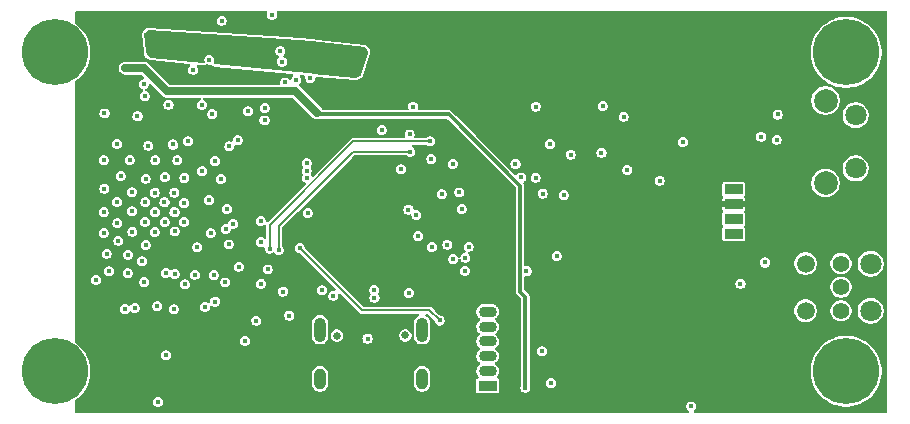
<source format=gbr>
%TF.GenerationSoftware,KiCad,Pcbnew,9.0.0*%
%TF.CreationDate,2025-07-25T12:15:42+02:00*%
%TF.ProjectId,Spruzzatore,53707275-7a7a-4617-946f-72652e6b6963,rev?*%
%TF.SameCoordinates,Original*%
%TF.FileFunction,Copper,L3,Inr*%
%TF.FilePolarity,Positive*%
%FSLAX46Y46*%
G04 Gerber Fmt 4.6, Leading zero omitted, Abs format (unit mm)*
G04 Created by KiCad (PCBNEW 9.0.0) date 2025-07-25 12:15:42*
%MOMM*%
%LPD*%
G01*
G04 APERTURE LIST*
%TA.AperFunction,ComponentPad*%
%ADD10C,5.600000*%
%TD*%
%TA.AperFunction,ComponentPad*%
%ADD11C,1.800000*%
%TD*%
%TA.AperFunction,ComponentPad*%
%ADD12C,2.000000*%
%TD*%
%TA.AperFunction,ComponentPad*%
%ADD13R,1.500000X0.900000*%
%TD*%
%TA.AperFunction,ComponentPad*%
%ADD14C,1.400000*%
%TD*%
%TA.AperFunction,ComponentPad*%
%ADD15C,1.520000*%
%TD*%
%TA.AperFunction,ComponentPad*%
%ADD16C,0.650000*%
%TD*%
%TA.AperFunction,ComponentPad*%
%ADD17O,1.000000X2.100000*%
%TD*%
%TA.AperFunction,ComponentPad*%
%ADD18O,1.000000X1.800000*%
%TD*%
%TA.AperFunction,ComponentPad*%
%ADD19R,1.520000X0.900000*%
%TD*%
%TA.AperFunction,ComponentPad*%
%ADD20O,1.520000X0.900000*%
%TD*%
%TA.AperFunction,ViaPad*%
%ADD21C,0.450000*%
%TD*%
%TA.AperFunction,Conductor*%
%ADD22C,0.700000*%
%TD*%
%TA.AperFunction,Conductor*%
%ADD23C,0.300000*%
%TD*%
%TA.AperFunction,Conductor*%
%ADD24C,0.200000*%
%TD*%
G04 APERTURE END LIST*
D10*
%TO.N,N/C*%
%TO.C,H4*%
X114680000Y-107510000D03*
%TD*%
D11*
%TO.N,GND*%
%TO.C,SW3*%
X182480000Y-90330000D03*
%TO.N,/LED\u002C Buzzer\u002C Lasers/PB_Switch*%
X182480000Y-85830000D03*
D12*
%TO.N,unconnected-(SW3-Pad3)*%
X179940000Y-84580000D03*
%TO.N,unconnected-(SW3-Pad4)*%
X179940000Y-91580000D03*
%TD*%
D10*
%TO.N,N/C*%
%TO.C,H2*%
X181680000Y-80510000D03*
%TD*%
D13*
%TO.N,GND*%
%TO.C,J5*%
X172160000Y-92100000D03*
%TO.N,3V3*%
X172160000Y-93350000D03*
%TO.N,/MCU/SCL_Display*%
X172160000Y-94600000D03*
%TO.N,/MCU/SCA_Display*%
X172160000Y-95860000D03*
%TD*%
D10*
%TO.N,N/C*%
%TO.C,H1*%
X114680000Y-80510000D03*
%TD*%
%TO.N,N/C*%
%TO.C,H3*%
X181680000Y-107510000D03*
%TD*%
D11*
%TO.N,GND*%
%TO.C,J7*%
X183750000Y-98380000D03*
X183750000Y-102380000D03*
D14*
%TO.N,/LED\u002C Buzzer\u002C Lasers/CLK_Encoder*%
X181250000Y-98380000D03*
%TO.N,/LED\u002C Buzzer\u002C Lasers/DT_Encoder*%
X181250000Y-102380000D03*
%TO.N,GND*%
X181250000Y-100380000D03*
D15*
X178250000Y-102380000D03*
%TO.N,/LED\u002C Buzzer\u002C Lasers/PB_Encoder*%
X178250000Y-98380000D03*
%TD*%
D16*
%TO.N,*%
%TO.C,USB1*%
X138560000Y-104480000D03*
X144360000Y-104470000D03*
D17*
%TO.N,N/C*%
X137140000Y-103980000D03*
D18*
X137140000Y-108130000D03*
D17*
X145780000Y-103980000D03*
D18*
X145780000Y-108130000D03*
%TD*%
D19*
%TO.N,Net-(J2-Pad1)*%
%TO.C,J2*%
X151330000Y-108720000D03*
D20*
%TO.N,GND*%
X151330000Y-107470000D03*
%TO.N,SDA*%
X151330000Y-106210000D03*
%TO.N,SCL*%
X151330000Y-104960000D03*
%TO.N,/MCU/Conf{slash}XSHUT LIDAR*%
X151330000Y-103720000D03*
%TO.N,/MCU/MUX{slash}GPIO1 LIDAR*%
X151330000Y-102470000D03*
%TD*%
D21*
%TO.N,GND*%
X133920000Y-81280000D03*
%TO.N,/Charger/BATT-*%
X135130000Y-82830000D03*
X136320000Y-82660000D03*
X134190000Y-83050000D03*
%TO.N,/MCU/TX0_MCU*%
X122210000Y-83200000D03*
%TO.N,/MCU/RX0_MCU*%
X122290000Y-84200000D03*
%TO.N,3V3*%
X129320000Y-108400000D03*
X120760000Y-104340000D03*
X133500000Y-90890000D03*
X148120000Y-92660000D03*
X148750000Y-80700000D03*
X122480000Y-107530000D03*
X174760000Y-101760000D03*
X137350000Y-94070000D03*
X166070000Y-80710000D03*
X120810000Y-103660000D03*
X155310000Y-102530000D03*
X157520000Y-80700000D03*
X138010000Y-92200000D03*
X157790000Y-96600000D03*
X122060000Y-106640000D03*
X150000000Y-88850000D03*
X175710000Y-91540000D03*
X162570000Y-94260000D03*
X157800000Y-101130000D03*
X155610000Y-96610000D03*
X166420000Y-109490000D03*
X120000000Y-105030000D03*
X130040000Y-106327000D03*
X183870000Y-95650000D03*
X164640000Y-98390000D03*
X121560000Y-104770000D03*
X173140000Y-105310000D03*
X166370000Y-98350000D03*
X138000000Y-94070000D03*
X120770000Y-104990000D03*
X155870000Y-107940000D03*
X175740000Y-95060000D03*
X156440000Y-101000000D03*
X120750000Y-105590000D03*
X121230000Y-106580000D03*
X148420000Y-106195000D03*
X159050000Y-92400000D03*
X137380000Y-92200000D03*
%TO.N,EN*%
X119285000Y-99045000D03*
X130800000Y-104909798D03*
%TO.N,GND*%
X119980000Y-94970000D03*
X126400000Y-81960000D03*
X125060000Y-89630000D03*
X125630000Y-93240000D03*
X124830000Y-95660000D03*
X127890000Y-95810000D03*
X132440000Y-86250000D03*
X123410000Y-110080000D03*
X131750000Y-103210000D03*
X126740000Y-97010000D03*
X120270000Y-90960000D03*
X144660000Y-100880000D03*
X121210000Y-93970000D03*
X122070000Y-98190000D03*
X122380000Y-91190000D03*
X148930000Y-92360000D03*
X155410000Y-85090000D03*
X144000000Y-90410000D03*
X121030000Y-89610000D03*
X131040000Y-85500000D03*
X138260000Y-101100000D03*
X154190000Y-91090000D03*
X136020000Y-90510000D03*
X162838750Y-85941250D03*
X118830000Y-95800000D03*
X128140000Y-99360000D03*
X120860000Y-99200000D03*
X141730000Y-100610000D03*
X125630000Y-94840000D03*
X155390000Y-91120000D03*
X127160000Y-90570000D03*
X136020000Y-89890000D03*
X118880000Y-92030000D03*
X119080000Y-97540000D03*
X161076250Y-85043750D03*
X122610000Y-88390000D03*
X122330000Y-94840000D03*
X149130000Y-93760000D03*
X118180000Y-99740000D03*
X123970000Y-93190000D03*
X127750000Y-92990000D03*
X120870000Y-97630000D03*
X122350000Y-93190000D03*
X121210000Y-92350000D03*
X119950000Y-88240000D03*
X175810000Y-87890000D03*
X136090000Y-94090000D03*
X129400000Y-96760000D03*
X123190000Y-89630000D03*
X132460000Y-85210000D03*
X120070000Y-96450000D03*
X123170000Y-94010000D03*
X127770000Y-81130000D03*
X124760000Y-102250000D03*
X155990000Y-92450000D03*
X121260000Y-95690000D03*
X119960000Y-93140000D03*
X124010000Y-91040000D03*
X123140000Y-95710000D03*
X123980000Y-94850000D03*
X125660000Y-91130000D03*
X136030000Y-91110000D03*
X124820000Y-94030000D03*
X118830000Y-89630000D03*
X122380000Y-96810000D03*
X118820000Y-94030000D03*
X174827500Y-98290000D03*
X124800000Y-92370000D03*
X124690000Y-88300000D03*
X124310000Y-84940000D03*
X134530000Y-102780000D03*
X123150000Y-92370000D03*
%TO.N,BOOT*%
X120600000Y-102240000D03*
X124090000Y-106150000D03*
%TO.N,BATT+*%
X154533000Y-108898000D03*
X120670000Y-81830000D03*
X136890000Y-85630000D03*
%TO.N,/Charger/B_CHG_+*%
X122790000Y-80510000D03*
X140570000Y-81310000D03*
X122620000Y-79000000D03*
X140300000Y-82200000D03*
X122690000Y-79730000D03*
X140810000Y-80480000D03*
%TO.N,/Charger/BATT-*%
X128820000Y-77810000D03*
X133070000Y-77310000D03*
%TO.N,Net-(U5-VCC)*%
X133790000Y-80400000D03*
X127140000Y-84925000D03*
%TO.N,/MCU/D-*%
X133990000Y-100750000D03*
X141160000Y-104730000D03*
%TO.N,/MCU/D+*%
X137308750Y-100648750D03*
X141750000Y-101280000D03*
%TO.N,/MCU/MUX{slash}GPIO1 LIDAR*%
X129250000Y-93760000D03*
%TO.N,/MCU/Conf{slash}XSHUT LIDAR*%
X129770000Y-95010000D03*
%TO.N,/IMU/PS0*%
X146570000Y-89520000D03*
X157770000Y-92590000D03*
%TO.N,/PS1_IMU*%
X146460000Y-88040000D03*
X132870000Y-97110000D03*
%TO.N,Net-(LED1-+)*%
X167875000Y-88075000D03*
X129150000Y-95450000D03*
%TO.N,/STAT_CHARGER*%
X122260000Y-99950000D03*
X142360000Y-87060000D03*
%TO.N,/MCU/BATT+_SENSE*%
X121440000Y-102140000D03*
X156690000Y-108500000D03*
%TO.N,/Humidity\u002C pressure and temperature sensor/SDA*%
X149410000Y-98990000D03*
X154620000Y-99020000D03*
X155930000Y-105820000D03*
%TO.N,/Humidity\u002C pressure and temperature sensor/SCL*%
X157170000Y-97740000D03*
X146620000Y-96970000D03*
%TO.N,Net-(U4-PROG)*%
X145020000Y-85090000D03*
X144720000Y-87450000D03*
%TO.N,/MCU/EXT_5V_SENSE*%
X135410000Y-97070000D03*
X147280000Y-103200000D03*
%TO.N,/BOOTN*%
X147440000Y-92510000D03*
X125970000Y-88040000D03*
%TO.N,/PS0_IMU{slash}WAKE*%
X144770000Y-88900000D03*
X133630000Y-97220000D03*
%TO.N,/H_SDA{slash}H_MISO{slash}TX*%
X132700000Y-98880000D03*
X149730000Y-96950000D03*
%TO.N,/H_SCL{slash}SCK{slash}RX*%
X149450000Y-97880000D03*
X132130000Y-100080000D03*
%TO.N,/LED\u002C Buzzer\u002C Lasers/Buzzer*%
X123360000Y-102000000D03*
X168580000Y-110470000D03*
%TO.N,/LED\u002C Buzzer\u002C Lasers/Ext_LED*%
X156610000Y-88260000D03*
X125710000Y-100150000D03*
%TO.N,/LED\u002C Buzzer\u002C Lasers/LASER1*%
X158370000Y-89150000D03*
X121685000Y-85915000D03*
%TO.N,/LED\u002C Buzzer\u002C Lasers/LASER2*%
X160970000Y-88990000D03*
X118890000Y-85670000D03*
%TO.N,/LED\u002C Buzzer\u002C Lasers/PB_Encoder*%
X128240000Y-89710000D03*
X172740000Y-100090000D03*
%TO.N,/CLKSEL0*%
X144630000Y-93810000D03*
X132120000Y-96570000D03*
%TO.N,/LED\u002C Buzzer\u002C Lasers/PB_Switch*%
X128020000Y-85720000D03*
X175890000Y-85760000D03*
%TO.N,SCL*%
X124070000Y-99170000D03*
%TO.N,SDA*%
X124840000Y-99260000D03*
%TO.N,/H_INTN*%
X145465000Y-96045000D03*
X126540000Y-99330000D03*
%TO.N,/SA0{slash}H_MOSI*%
X130265000Y-98655000D03*
X147920000Y-96770000D03*
%TO.N,/MCU/SCA_Display*%
X127390000Y-102040000D03*
%TO.N,/NRST*%
X145300000Y-94260000D03*
X128750000Y-91210000D03*
%TO.N,/H_CSN*%
X129120000Y-99980000D03*
X148430000Y-97980000D03*
%TO.N,/MCU/SCL_Display*%
X128240000Y-101600000D03*
%TO.N,/IMU/PS1*%
X153690000Y-89940000D03*
X148390000Y-89940000D03*
%TO.N,/MCU/PIEZO*%
X174490000Y-87630000D03*
X132120000Y-94770000D03*
%TO.N,/LED\u002C Buzzer\u002C Lasers/DT_Encoder*%
X130174500Y-87945500D03*
X165905000Y-91355000D03*
%TO.N,/LED\u002C Buzzer\u002C Lasers/CLK_Encoder*%
X163160000Y-90460000D03*
X129465000Y-88445000D03*
%TD*%
D22*
%TO.N,BATT+*%
X122200000Y-81830000D02*
X120670000Y-81830000D01*
X135040000Y-83780000D02*
X124150000Y-83780000D01*
X124150000Y-83780000D02*
X122200000Y-81830000D01*
X136890000Y-85630000D02*
X135040000Y-83780000D01*
D23*
X137010000Y-85750000D02*
X148030000Y-85750000D01*
X136890000Y-85630000D02*
X137010000Y-85750000D01*
X148030000Y-85750000D02*
X154070000Y-91790000D01*
X154533000Y-101213000D02*
X154533000Y-108898000D01*
X154070000Y-91790000D02*
X154070000Y-100750000D01*
X154070000Y-100750000D02*
X154533000Y-101213000D01*
D24*
%TO.N,/PS1_IMU*%
X132870000Y-97110000D02*
X132870000Y-95140000D01*
X132870000Y-95140000D02*
X139970000Y-88040000D01*
X139970000Y-88040000D02*
X146460000Y-88040000D01*
%TO.N,/MCU/EXT_5V_SENSE*%
X135410000Y-97070000D02*
X140660000Y-102320000D01*
X140660000Y-102320000D02*
X146400000Y-102320000D01*
X146400000Y-102320000D02*
X147280000Y-103200000D01*
%TO.N,/PS0_IMU{slash}WAKE*%
X139960000Y-88900000D02*
X144770000Y-88900000D01*
X133630000Y-95230000D02*
X139960000Y-88900000D01*
X133630000Y-97220000D02*
X133630000Y-95230000D01*
%TD*%
%TA.AperFunction,Conductor*%
%TO.N,/Charger/B_CHG_+*%
G36*
X131631011Y-79225730D02*
G01*
X131631647Y-79225774D01*
X136418860Y-79577743D01*
X136422625Y-79578093D01*
X140939009Y-80084285D01*
X140994732Y-80109556D01*
X141014727Y-80134959D01*
X141189346Y-80452448D01*
X141200823Y-80512547D01*
X141196753Y-80530758D01*
X140574098Y-82446620D01*
X140538131Y-82496117D01*
X140517865Y-82507470D01*
X140290905Y-82601575D01*
X140172884Y-82650511D01*
X140125347Y-82657593D01*
X136586042Y-82312045D01*
X136546162Y-82299249D01*
X136484240Y-82263498D01*
X136484242Y-82263498D01*
X136442251Y-82252247D01*
X136376018Y-82234500D01*
X136263982Y-82234500D01*
X136235193Y-82242213D01*
X136155234Y-82263638D01*
X136119992Y-82266543D01*
X128212452Y-81494519D01*
X128156374Y-81470046D01*
X128125390Y-81417286D01*
X128131336Y-81356390D01*
X128136328Y-81346500D01*
X128166503Y-81294237D01*
X128195500Y-81186018D01*
X128195500Y-81073982D01*
X128166503Y-80965763D01*
X128166501Y-80965760D01*
X128166501Y-80965758D01*
X128110486Y-80868739D01*
X128110485Y-80868737D01*
X128031263Y-80789515D01*
X128031260Y-80789513D01*
X127934240Y-80733498D01*
X127934242Y-80733498D01*
X127892251Y-80722247D01*
X127826018Y-80704500D01*
X127713982Y-80704500D01*
X127647748Y-80722247D01*
X127605758Y-80733498D01*
X127508739Y-80789513D01*
X127429513Y-80868739D01*
X127373498Y-80965758D01*
X127344500Y-81073983D01*
X127344500Y-81186017D01*
X127369079Y-81277750D01*
X127365876Y-81338851D01*
X127327371Y-81386401D01*
X127268270Y-81402236D01*
X127263832Y-81401904D01*
X122862392Y-80972186D01*
X122820750Y-80958348D01*
X122501869Y-80765341D01*
X122461877Y-80719035D01*
X122454711Y-80691345D01*
X122451441Y-80661262D01*
X122416954Y-80343982D01*
X133364500Y-80343982D01*
X133364500Y-80456018D01*
X133390072Y-80551455D01*
X133393498Y-80564241D01*
X133449513Y-80661260D01*
X133449515Y-80661263D01*
X133528737Y-80740485D01*
X133528739Y-80740486D01*
X133625599Y-80796409D01*
X133666540Y-80841878D01*
X133672936Y-80902729D01*
X133646103Y-80952148D01*
X133579514Y-81018737D01*
X133523498Y-81115758D01*
X133523497Y-81115763D01*
X133494500Y-81223982D01*
X133494500Y-81336018D01*
X133497305Y-81346486D01*
X133523498Y-81444241D01*
X133551064Y-81491985D01*
X133579515Y-81541263D01*
X133658737Y-81620485D01*
X133658739Y-81620486D01*
X133755759Y-81676501D01*
X133755757Y-81676501D01*
X133755761Y-81676502D01*
X133755763Y-81676503D01*
X133863982Y-81705500D01*
X133863984Y-81705500D01*
X133976016Y-81705500D01*
X133976018Y-81705500D01*
X134084237Y-81676503D01*
X134084239Y-81676501D01*
X134084241Y-81676501D01*
X134113064Y-81659859D01*
X134181263Y-81620485D01*
X134260485Y-81541263D01*
X134316503Y-81444237D01*
X134345500Y-81336018D01*
X134345500Y-81223982D01*
X134316503Y-81115763D01*
X134316501Y-81115760D01*
X134316501Y-81115758D01*
X134260486Y-81018739D01*
X134260485Y-81018737D01*
X134181263Y-80939515D01*
X134117548Y-80902729D01*
X134084399Y-80883590D01*
X134043459Y-80838120D01*
X134037064Y-80777270D01*
X134063895Y-80727852D01*
X134130485Y-80661263D01*
X134186503Y-80564237D01*
X134215500Y-80456018D01*
X134215500Y-80343982D01*
X134186503Y-80235763D01*
X134186501Y-80235760D01*
X134186501Y-80235758D01*
X134130486Y-80138739D01*
X134130485Y-80138737D01*
X134051263Y-80059515D01*
X134051260Y-80059513D01*
X133954240Y-80003498D01*
X133954242Y-80003498D01*
X133912251Y-79992247D01*
X133846018Y-79974500D01*
X133733982Y-79974500D01*
X133667748Y-79992247D01*
X133625758Y-80003498D01*
X133528739Y-80059513D01*
X133449513Y-80138739D01*
X133393498Y-80235758D01*
X133393497Y-80235763D01*
X133364500Y-80343982D01*
X122416954Y-80343982D01*
X122265241Y-78948222D01*
X122277749Y-78888332D01*
X122294891Y-78866311D01*
X122518433Y-78650477D01*
X122573427Y-78623662D01*
X122593779Y-78622920D01*
X131631011Y-79225730D01*
G37*
%TD.AperFunction*%
%TD*%
%TA.AperFunction,Conductor*%
%TO.N,3V3*%
G36*
X132639552Y-77029407D02*
G01*
X132675516Y-77078907D01*
X132675516Y-77140093D01*
X132673692Y-77145036D01*
X132673497Y-77145762D01*
X132673497Y-77145763D01*
X132644500Y-77253982D01*
X132644500Y-77366018D01*
X132657222Y-77413497D01*
X132673498Y-77474241D01*
X132729513Y-77571260D01*
X132729515Y-77571263D01*
X132808737Y-77650485D01*
X132808739Y-77650486D01*
X132905759Y-77706501D01*
X132905757Y-77706501D01*
X132905761Y-77706502D01*
X132905763Y-77706503D01*
X133013982Y-77735500D01*
X133013984Y-77735500D01*
X133126016Y-77735500D01*
X133126018Y-77735500D01*
X133234237Y-77706503D01*
X133234239Y-77706501D01*
X133234241Y-77706501D01*
X133263064Y-77689859D01*
X133331263Y-77650485D01*
X133410485Y-77571263D01*
X133466503Y-77474237D01*
X133495500Y-77366018D01*
X133495500Y-77253982D01*
X133466503Y-77145763D01*
X133466502Y-77145761D01*
X133464823Y-77139495D01*
X133466518Y-77139040D01*
X133462374Y-77086390D01*
X133494343Y-77034221D01*
X133550870Y-77010805D01*
X133558639Y-77010500D01*
X185080500Y-77010500D01*
X185138691Y-77029407D01*
X185174655Y-77078907D01*
X185179500Y-77109500D01*
X185179500Y-110910500D01*
X185160593Y-110968691D01*
X185111093Y-111004655D01*
X185080500Y-111009500D01*
X168866032Y-111009500D01*
X168807841Y-110990593D01*
X168771877Y-110941093D01*
X168771877Y-110879907D01*
X168807841Y-110830407D01*
X168816531Y-110824764D01*
X168841263Y-110810485D01*
X168920485Y-110731263D01*
X168976503Y-110634237D01*
X169005500Y-110526018D01*
X169005500Y-110413982D01*
X168976503Y-110305763D01*
X168976501Y-110305760D01*
X168976501Y-110305758D01*
X168920486Y-110208739D01*
X168920485Y-110208737D01*
X168841263Y-110129515D01*
X168841260Y-110129513D01*
X168744240Y-110073498D01*
X168744242Y-110073498D01*
X168702251Y-110062247D01*
X168636018Y-110044500D01*
X168523982Y-110044500D01*
X168457748Y-110062247D01*
X168415758Y-110073498D01*
X168318739Y-110129513D01*
X168239513Y-110208739D01*
X168183498Y-110305758D01*
X168183497Y-110305763D01*
X168154500Y-110413982D01*
X168154500Y-110526018D01*
X168180072Y-110621455D01*
X168183498Y-110634241D01*
X168239513Y-110731260D01*
X168239515Y-110731263D01*
X168318737Y-110810485D01*
X168343469Y-110824764D01*
X168384409Y-110870234D01*
X168390804Y-110931084D01*
X168360211Y-110984072D01*
X168304315Y-111008958D01*
X168293968Y-111009500D01*
X116479000Y-111009500D01*
X116420809Y-110990593D01*
X116384845Y-110941093D01*
X116380000Y-110910500D01*
X116380000Y-110039753D01*
X116384173Y-110026906D01*
X116384042Y-110023982D01*
X122984500Y-110023982D01*
X122984500Y-110136018D01*
X123010072Y-110231455D01*
X123013498Y-110244241D01*
X123069513Y-110341260D01*
X123069515Y-110341263D01*
X123148737Y-110420485D01*
X123148739Y-110420486D01*
X123245759Y-110476501D01*
X123245757Y-110476501D01*
X123245761Y-110476502D01*
X123245763Y-110476503D01*
X123353982Y-110505500D01*
X123353984Y-110505500D01*
X123466016Y-110505500D01*
X123466018Y-110505500D01*
X123574237Y-110476503D01*
X123574239Y-110476501D01*
X123574241Y-110476501D01*
X123603064Y-110459859D01*
X123671263Y-110420485D01*
X123750485Y-110341263D01*
X123806503Y-110244237D01*
X123835500Y-110136018D01*
X123835500Y-110023982D01*
X123806503Y-109915763D01*
X123806501Y-109915760D01*
X123806501Y-109915758D01*
X123750486Y-109818739D01*
X123750485Y-109818737D01*
X123671263Y-109739515D01*
X123671260Y-109739513D01*
X123574240Y-109683498D01*
X123574242Y-109683498D01*
X123532251Y-109672247D01*
X123466018Y-109654500D01*
X123353982Y-109654500D01*
X123287748Y-109672247D01*
X123245758Y-109683498D01*
X123148739Y-109739513D01*
X123069513Y-109818739D01*
X123013498Y-109915758D01*
X123013497Y-109915763D01*
X122984500Y-110023982D01*
X116384042Y-110023982D01*
X116383568Y-110013416D01*
X116393393Y-109998529D01*
X116398907Y-109981562D01*
X116417274Y-109962352D01*
X116419029Y-109960951D01*
X116419039Y-109960946D01*
X116682523Y-109750825D01*
X116920825Y-109512523D01*
X117130946Y-109249039D01*
X117310246Y-108963686D01*
X117456469Y-108660051D01*
X117567776Y-108341954D01*
X117642767Y-108013394D01*
X117680500Y-107678504D01*
X117680500Y-107661004D01*
X136439500Y-107661004D01*
X136439500Y-108598995D01*
X136466420Y-108734327D01*
X136466420Y-108734329D01*
X136519222Y-108861806D01*
X136519228Y-108861817D01*
X136595885Y-108976541D01*
X136693458Y-109074114D01*
X136808182Y-109150771D01*
X136808193Y-109150777D01*
X136855283Y-109170282D01*
X136935672Y-109203580D01*
X137071007Y-109230500D01*
X137071008Y-109230500D01*
X137208992Y-109230500D01*
X137208993Y-109230500D01*
X137344328Y-109203580D01*
X137471811Y-109150775D01*
X137586542Y-109074114D01*
X137684114Y-108976542D01*
X137760775Y-108861811D01*
X137813580Y-108734328D01*
X137840500Y-108598993D01*
X137840500Y-107661007D01*
X137840499Y-107661004D01*
X145079500Y-107661004D01*
X145079500Y-108598995D01*
X145106420Y-108734327D01*
X145106420Y-108734329D01*
X145159222Y-108861806D01*
X145159228Y-108861817D01*
X145235885Y-108976541D01*
X145333458Y-109074114D01*
X145448182Y-109150771D01*
X145448193Y-109150777D01*
X145495283Y-109170282D01*
X145575672Y-109203580D01*
X145711007Y-109230500D01*
X145711008Y-109230500D01*
X145848992Y-109230500D01*
X145848993Y-109230500D01*
X145984328Y-109203580D01*
X146111811Y-109150775D01*
X146226542Y-109074114D01*
X146324114Y-108976542D01*
X146400775Y-108861811D01*
X146453580Y-108734328D01*
X146480500Y-108598993D01*
X146480500Y-107661007D01*
X146453580Y-107525672D01*
X146435978Y-107483177D01*
X146400777Y-107398193D01*
X146400771Y-107398182D01*
X146324114Y-107283458D01*
X146226541Y-107185885D01*
X146111817Y-107109228D01*
X146111806Y-107109222D01*
X145984328Y-107056420D01*
X145848995Y-107029500D01*
X145848993Y-107029500D01*
X145711007Y-107029500D01*
X145711004Y-107029500D01*
X145575672Y-107056420D01*
X145575670Y-107056420D01*
X145448193Y-107109222D01*
X145448182Y-107109228D01*
X145333458Y-107185885D01*
X145235885Y-107283458D01*
X145159228Y-107398182D01*
X145159222Y-107398193D01*
X145106420Y-107525670D01*
X145106420Y-107525672D01*
X145079500Y-107661004D01*
X137840499Y-107661004D01*
X137813580Y-107525672D01*
X137795978Y-107483177D01*
X137760777Y-107398193D01*
X137760771Y-107398182D01*
X137684114Y-107283458D01*
X137586541Y-107185885D01*
X137471817Y-107109228D01*
X137471806Y-107109222D01*
X137344328Y-107056420D01*
X137208995Y-107029500D01*
X137208993Y-107029500D01*
X137071007Y-107029500D01*
X137071004Y-107029500D01*
X136935672Y-107056420D01*
X136935670Y-107056420D01*
X136808193Y-107109222D01*
X136808182Y-107109228D01*
X136693458Y-107185885D01*
X136595885Y-107283458D01*
X136519228Y-107398182D01*
X136519222Y-107398193D01*
X136466420Y-107525670D01*
X136466420Y-107525672D01*
X136439500Y-107661004D01*
X117680500Y-107661004D01*
X117680500Y-107341496D01*
X117642767Y-107006606D01*
X117567776Y-106678046D01*
X117456469Y-106359949D01*
X117415111Y-106274069D01*
X117345947Y-106130447D01*
X117328386Y-106093982D01*
X123664500Y-106093982D01*
X123664500Y-106206018D01*
X123675079Y-106245500D01*
X123693498Y-106314241D01*
X123742866Y-106399747D01*
X123749515Y-106411263D01*
X123828737Y-106490485D01*
X123828739Y-106490486D01*
X123925759Y-106546501D01*
X123925757Y-106546501D01*
X123925761Y-106546502D01*
X123925763Y-106546503D01*
X124033982Y-106575500D01*
X124033984Y-106575500D01*
X124146016Y-106575500D01*
X124146018Y-106575500D01*
X124254237Y-106546503D01*
X124254239Y-106546501D01*
X124254241Y-106546501D01*
X124303375Y-106518133D01*
X124351263Y-106490485D01*
X124430485Y-106411263D01*
X124486503Y-106314237D01*
X124515500Y-106206018D01*
X124515500Y-106093982D01*
X124486503Y-105985763D01*
X124486501Y-105985760D01*
X124486501Y-105985758D01*
X124430486Y-105888739D01*
X124430485Y-105888737D01*
X124351263Y-105809515D01*
X124326689Y-105795327D01*
X124254240Y-105753498D01*
X124254242Y-105753498D01*
X124212251Y-105742247D01*
X124146018Y-105724500D01*
X124033982Y-105724500D01*
X123967748Y-105742247D01*
X123925758Y-105753498D01*
X123828739Y-105809513D01*
X123749513Y-105888739D01*
X123693498Y-105985758D01*
X123693497Y-105985763D01*
X123664500Y-106093982D01*
X117328386Y-106093982D01*
X117322259Y-106081260D01*
X117310246Y-106056314D01*
X117130946Y-105770961D01*
X117130943Y-105770957D01*
X117130941Y-105770954D01*
X116920834Y-105507487D01*
X116920828Y-105507481D01*
X116920825Y-105507477D01*
X116682523Y-105269175D01*
X116682518Y-105269171D01*
X116682512Y-105269165D01*
X116417275Y-105057646D01*
X116409835Y-105046376D01*
X116398907Y-105038436D01*
X116393394Y-105021468D01*
X116383568Y-105006583D01*
X116380000Y-104980245D01*
X116380000Y-104853780D01*
X130374500Y-104853780D01*
X130374500Y-104965816D01*
X130389412Y-105021468D01*
X130403498Y-105074039D01*
X130459513Y-105171058D01*
X130459515Y-105171061D01*
X130538737Y-105250283D01*
X130538739Y-105250284D01*
X130635759Y-105306299D01*
X130635757Y-105306299D01*
X130635761Y-105306300D01*
X130635763Y-105306301D01*
X130743982Y-105335298D01*
X130743984Y-105335298D01*
X130856016Y-105335298D01*
X130856018Y-105335298D01*
X130964237Y-105306301D01*
X130964239Y-105306299D01*
X130964241Y-105306299D01*
X130993064Y-105289657D01*
X131061263Y-105250283D01*
X131140485Y-105171061D01*
X131179859Y-105102862D01*
X131196501Y-105074039D01*
X131196501Y-105074037D01*
X131196503Y-105074035D01*
X131225500Y-104965816D01*
X131225500Y-104853780D01*
X131196503Y-104745561D01*
X131196501Y-104745558D01*
X131196501Y-104745556D01*
X131140486Y-104648537D01*
X131140485Y-104648535D01*
X131061263Y-104569313D01*
X131061260Y-104569311D01*
X130964240Y-104513296D01*
X130964242Y-104513296D01*
X130922251Y-104502045D01*
X130856018Y-104484298D01*
X130743982Y-104484298D01*
X130677748Y-104502045D01*
X130635758Y-104513296D01*
X130538739Y-104569311D01*
X130459513Y-104648537D01*
X130403498Y-104745556D01*
X130403497Y-104745561D01*
X130374500Y-104853780D01*
X116380000Y-104853780D01*
X116380000Y-103153982D01*
X131324500Y-103153982D01*
X131324500Y-103266018D01*
X131344457Y-103340499D01*
X131353498Y-103374241D01*
X131403741Y-103461263D01*
X131409515Y-103471263D01*
X131488737Y-103550485D01*
X131488739Y-103550486D01*
X131585759Y-103606501D01*
X131585757Y-103606501D01*
X131585761Y-103606502D01*
X131585763Y-103606503D01*
X131693982Y-103635500D01*
X131693984Y-103635500D01*
X131806016Y-103635500D01*
X131806018Y-103635500D01*
X131914237Y-103606503D01*
X131914239Y-103606501D01*
X131914241Y-103606501D01*
X131943064Y-103589859D01*
X132011263Y-103550485D01*
X132090485Y-103471263D01*
X132146503Y-103374237D01*
X132150049Y-103361004D01*
X136439500Y-103361004D01*
X136439500Y-104598995D01*
X136456177Y-104682834D01*
X136466261Y-104733531D01*
X136466420Y-104734327D01*
X136466420Y-104734329D01*
X136519222Y-104861806D01*
X136519228Y-104861817D01*
X136595885Y-104976541D01*
X136693458Y-105074114D01*
X136808182Y-105150771D01*
X136808193Y-105150777D01*
X136819596Y-105155500D01*
X136935672Y-105203580D01*
X137071007Y-105230500D01*
X137071008Y-105230500D01*
X137208992Y-105230500D01*
X137208993Y-105230500D01*
X137344328Y-105203580D01*
X137471811Y-105150775D01*
X137586542Y-105074114D01*
X137684114Y-104976542D01*
X137760775Y-104861811D01*
X137813580Y-104734328D01*
X137840500Y-104598993D01*
X137840500Y-104410817D01*
X138034500Y-104410817D01*
X138034500Y-104549183D01*
X138070312Y-104682836D01*
X138139495Y-104802665D01*
X138237335Y-104900505D01*
X138357164Y-104969688D01*
X138490817Y-105005500D01*
X138490819Y-105005500D01*
X138629181Y-105005500D01*
X138629183Y-105005500D01*
X138762836Y-104969688D01*
X138882665Y-104900505D01*
X138980505Y-104802665D01*
X139049688Y-104682836D01*
X139052060Y-104673982D01*
X140734500Y-104673982D01*
X140734500Y-104786018D01*
X140738961Y-104802665D01*
X140763498Y-104894241D01*
X140819513Y-104991260D01*
X140819515Y-104991263D01*
X140898737Y-105070485D01*
X140898739Y-105070486D01*
X140995759Y-105126501D01*
X140995757Y-105126501D01*
X140995761Y-105126502D01*
X140995763Y-105126503D01*
X141103982Y-105155500D01*
X141103984Y-105155500D01*
X141216016Y-105155500D01*
X141216018Y-105155500D01*
X141324237Y-105126503D01*
X141324239Y-105126501D01*
X141324241Y-105126501D01*
X141353064Y-105109859D01*
X141421263Y-105070485D01*
X141500485Y-104991263D01*
X141552885Y-104900504D01*
X141556501Y-104894241D01*
X141556501Y-104894239D01*
X141556503Y-104894237D01*
X141585500Y-104786018D01*
X141585500Y-104673982D01*
X141556503Y-104565763D01*
X141556501Y-104565760D01*
X141556501Y-104565758D01*
X141500486Y-104468739D01*
X141500485Y-104468737D01*
X141432565Y-104400817D01*
X143834500Y-104400817D01*
X143834500Y-104539183D01*
X143870312Y-104672836D01*
X143939495Y-104792665D01*
X144037335Y-104890505D01*
X144157164Y-104959688D01*
X144290817Y-104995500D01*
X144290819Y-104995500D01*
X144429181Y-104995500D01*
X144429183Y-104995500D01*
X144562836Y-104959688D01*
X144682665Y-104890505D01*
X144780505Y-104792665D01*
X144849688Y-104672836D01*
X144885500Y-104539183D01*
X144885500Y-104400817D01*
X144849688Y-104267164D01*
X144780505Y-104147335D01*
X144682665Y-104049495D01*
X144562836Y-103980312D01*
X144429183Y-103944500D01*
X144290817Y-103944500D01*
X144157164Y-103980312D01*
X144037335Y-104049495D01*
X143939495Y-104147335D01*
X143870312Y-104267164D01*
X143834500Y-104400817D01*
X141432565Y-104400817D01*
X141421263Y-104389515D01*
X141414983Y-104385889D01*
X141324240Y-104333498D01*
X141324242Y-104333498D01*
X141282251Y-104322247D01*
X141216018Y-104304500D01*
X141103982Y-104304500D01*
X141037748Y-104322247D01*
X140995758Y-104333498D01*
X140898739Y-104389513D01*
X140819513Y-104468739D01*
X140763498Y-104565758D01*
X140748368Y-104622224D01*
X140734500Y-104673982D01*
X139052060Y-104673982D01*
X139085500Y-104549183D01*
X139085500Y-104410817D01*
X139049688Y-104277164D01*
X138980505Y-104157335D01*
X138882665Y-104059495D01*
X138762836Y-103990312D01*
X138629183Y-103954500D01*
X138490817Y-103954500D01*
X138357164Y-103990312D01*
X138237335Y-104059495D01*
X138139495Y-104157335D01*
X138070312Y-104277164D01*
X138034500Y-104410817D01*
X137840500Y-104410817D01*
X137840500Y-103361007D01*
X137813580Y-103225672D01*
X137795978Y-103183177D01*
X137760777Y-103098193D01*
X137760771Y-103098182D01*
X137684114Y-102983458D01*
X137586541Y-102885885D01*
X137471817Y-102809228D01*
X137471806Y-102809222D01*
X137344328Y-102756420D01*
X137208995Y-102729500D01*
X137208993Y-102729500D01*
X137071007Y-102729500D01*
X137071004Y-102729500D01*
X136935672Y-102756420D01*
X136935670Y-102756420D01*
X136808193Y-102809222D01*
X136808182Y-102809228D01*
X136693458Y-102885885D01*
X136595885Y-102983458D01*
X136519228Y-103098182D01*
X136519222Y-103098193D01*
X136466420Y-103225670D01*
X136466420Y-103225672D01*
X136439500Y-103361004D01*
X132150049Y-103361004D01*
X132175500Y-103266018D01*
X132175500Y-103153982D01*
X132146503Y-103045763D01*
X132146501Y-103045760D01*
X132146501Y-103045758D01*
X132095133Y-102956788D01*
X132090485Y-102948737D01*
X132011263Y-102869515D01*
X132011260Y-102869513D01*
X131914240Y-102813498D01*
X131914242Y-102813498D01*
X131913694Y-102813351D01*
X131806018Y-102784500D01*
X131693982Y-102784500D01*
X131637654Y-102799593D01*
X131585758Y-102813498D01*
X131488739Y-102869513D01*
X131409513Y-102948739D01*
X131353498Y-103045758D01*
X131337286Y-103106263D01*
X131324500Y-103153982D01*
X116380000Y-103153982D01*
X116380000Y-102723982D01*
X134104500Y-102723982D01*
X134104500Y-102836018D01*
X134117536Y-102884668D01*
X134133498Y-102944241D01*
X134189513Y-103041260D01*
X134189515Y-103041263D01*
X134268737Y-103120485D01*
X134301079Y-103139157D01*
X134365759Y-103176501D01*
X134365757Y-103176501D01*
X134365761Y-103176502D01*
X134365763Y-103176503D01*
X134473982Y-103205500D01*
X134473984Y-103205500D01*
X134586016Y-103205500D01*
X134586018Y-103205500D01*
X134694237Y-103176503D01*
X134694239Y-103176501D01*
X134694241Y-103176501D01*
X134733243Y-103153983D01*
X134791263Y-103120485D01*
X134870485Y-103041263D01*
X134919257Y-102956788D01*
X134926501Y-102944241D01*
X134926501Y-102944239D01*
X134926503Y-102944237D01*
X134955500Y-102836018D01*
X134955500Y-102723982D01*
X134926503Y-102615763D01*
X134926501Y-102615760D01*
X134926501Y-102615758D01*
X134870486Y-102518739D01*
X134870485Y-102518737D01*
X134791263Y-102439515D01*
X134791260Y-102439513D01*
X134694240Y-102383498D01*
X134694242Y-102383498D01*
X134652251Y-102372247D01*
X134586018Y-102354500D01*
X134473982Y-102354500D01*
X134407748Y-102372247D01*
X134365758Y-102383498D01*
X134268739Y-102439513D01*
X134189513Y-102518739D01*
X134133498Y-102615758D01*
X134126288Y-102642666D01*
X134104500Y-102723982D01*
X116380000Y-102723982D01*
X116380000Y-102183982D01*
X120174500Y-102183982D01*
X120174500Y-102296018D01*
X120186415Y-102340485D01*
X120203498Y-102404241D01*
X120247519Y-102480486D01*
X120259515Y-102501263D01*
X120338737Y-102580485D01*
X120338739Y-102580486D01*
X120435759Y-102636501D01*
X120435757Y-102636501D01*
X120435761Y-102636502D01*
X120435763Y-102636503D01*
X120543982Y-102665500D01*
X120543984Y-102665500D01*
X120656016Y-102665500D01*
X120656018Y-102665500D01*
X120764237Y-102636503D01*
X120764239Y-102636501D01*
X120764241Y-102636501D01*
X120800168Y-102615758D01*
X120861263Y-102580485D01*
X120940485Y-102501263D01*
X120970788Y-102448775D01*
X121016256Y-102407837D01*
X121077106Y-102401441D01*
X121126524Y-102428272D01*
X121178737Y-102480485D01*
X121178739Y-102480486D01*
X121275759Y-102536501D01*
X121275757Y-102536501D01*
X121275761Y-102536502D01*
X121275763Y-102536503D01*
X121383982Y-102565500D01*
X121383984Y-102565500D01*
X121496016Y-102565500D01*
X121496018Y-102565500D01*
X121604237Y-102536503D01*
X121604239Y-102536501D01*
X121604241Y-102536501D01*
X121647959Y-102511260D01*
X121701263Y-102480485D01*
X121780485Y-102401263D01*
X121836503Y-102304237D01*
X121865500Y-102196018D01*
X121865500Y-102083982D01*
X121836503Y-101975763D01*
X121836501Y-101975760D01*
X121836501Y-101975758D01*
X121818155Y-101943982D01*
X122934500Y-101943982D01*
X122934500Y-102056018D01*
X122952258Y-102122293D01*
X122963498Y-102164241D01*
X123005547Y-102237070D01*
X123019515Y-102261263D01*
X123098737Y-102340485D01*
X123098739Y-102340486D01*
X123195759Y-102396501D01*
X123195757Y-102396501D01*
X123195761Y-102396502D01*
X123195763Y-102396503D01*
X123303982Y-102425500D01*
X123303984Y-102425500D01*
X123416016Y-102425500D01*
X123416018Y-102425500D01*
X123524237Y-102396503D01*
X123524239Y-102396501D01*
X123524241Y-102396501D01*
X123553064Y-102379859D01*
X123621263Y-102340485D01*
X123700485Y-102261263D01*
X123739330Y-102193982D01*
X124334500Y-102193982D01*
X124334500Y-102306018D01*
X124343736Y-102340486D01*
X124363498Y-102414241D01*
X124419513Y-102511260D01*
X124419515Y-102511263D01*
X124498737Y-102590485D01*
X124498739Y-102590486D01*
X124595759Y-102646501D01*
X124595757Y-102646501D01*
X124595761Y-102646502D01*
X124595763Y-102646503D01*
X124703982Y-102675500D01*
X124703984Y-102675500D01*
X124816016Y-102675500D01*
X124816018Y-102675500D01*
X124924237Y-102646503D01*
X124924239Y-102646501D01*
X124924241Y-102646501D01*
X124964516Y-102623248D01*
X125021263Y-102590485D01*
X125100485Y-102511263D01*
X125156503Y-102414237D01*
X125185500Y-102306018D01*
X125185500Y-102193982D01*
X125156503Y-102085763D01*
X125150729Y-102075763D01*
X125122572Y-102026993D01*
X125122571Y-102026991D01*
X125107330Y-102000593D01*
X125100485Y-101988737D01*
X125095730Y-101983982D01*
X126964500Y-101983982D01*
X126964500Y-102096018D01*
X126971542Y-102122299D01*
X126993498Y-102204241D01*
X127049513Y-102301260D01*
X127049515Y-102301263D01*
X127128737Y-102380485D01*
X127128739Y-102380486D01*
X127225759Y-102436501D01*
X127225757Y-102436501D01*
X127225761Y-102436502D01*
X127225763Y-102436503D01*
X127333982Y-102465500D01*
X127333984Y-102465500D01*
X127446016Y-102465500D01*
X127446018Y-102465500D01*
X127554237Y-102436503D01*
X127554239Y-102436501D01*
X127554241Y-102436501D01*
X127603888Y-102407837D01*
X127651263Y-102380485D01*
X127730485Y-102301263D01*
X127786503Y-102204237D01*
X127815500Y-102096018D01*
X127815500Y-102015980D01*
X127834407Y-101957789D01*
X127883907Y-101921825D01*
X127945093Y-101921825D01*
X127974770Y-101937440D01*
X127978733Y-101940481D01*
X127978737Y-101940485D01*
X127978739Y-101940486D01*
X127978742Y-101940488D01*
X128075759Y-101996501D01*
X128075757Y-101996501D01*
X128075761Y-101996502D01*
X128075763Y-101996503D01*
X128183982Y-102025500D01*
X128183984Y-102025500D01*
X128296016Y-102025500D01*
X128296018Y-102025500D01*
X128404237Y-101996503D01*
X128404239Y-101996501D01*
X128404241Y-101996501D01*
X128446395Y-101972163D01*
X128501263Y-101940485D01*
X128580485Y-101861263D01*
X128628130Y-101778739D01*
X128636501Y-101764241D01*
X128636501Y-101764239D01*
X128636503Y-101764237D01*
X128665500Y-101656018D01*
X128665500Y-101543982D01*
X128636503Y-101435763D01*
X128636501Y-101435760D01*
X128636501Y-101435758D01*
X128580486Y-101338739D01*
X128580485Y-101338737D01*
X128501263Y-101259515D01*
X128477671Y-101245894D01*
X128404240Y-101203498D01*
X128404242Y-101203498D01*
X128362251Y-101192247D01*
X128296018Y-101174500D01*
X128183982Y-101174500D01*
X128117748Y-101192247D01*
X128075758Y-101203498D01*
X127978739Y-101259513D01*
X127899513Y-101338739D01*
X127843498Y-101435758D01*
X127842231Y-101440486D01*
X127815230Y-101541260D01*
X127814500Y-101543983D01*
X127814500Y-101624019D01*
X127795593Y-101682210D01*
X127746093Y-101718174D01*
X127684907Y-101718174D01*
X127655235Y-101702563D01*
X127651260Y-101699513D01*
X127554240Y-101643498D01*
X127554242Y-101643498D01*
X127512251Y-101632247D01*
X127446018Y-101614500D01*
X127333982Y-101614500D01*
X127267748Y-101632247D01*
X127225758Y-101643498D01*
X127128739Y-101699513D01*
X127049513Y-101778739D01*
X126993498Y-101875758D01*
X126988735Y-101893534D01*
X126964500Y-101983982D01*
X125095730Y-101983982D01*
X125021263Y-101909515D01*
X125021260Y-101909513D01*
X124924240Y-101853498D01*
X124924242Y-101853498D01*
X124858052Y-101835763D01*
X124816018Y-101824500D01*
X124703982Y-101824500D01*
X124661948Y-101835763D01*
X124595758Y-101853498D01*
X124498739Y-101909513D01*
X124419513Y-101988739D01*
X124363498Y-102085758D01*
X124353709Y-102122293D01*
X124334500Y-102193982D01*
X123739330Y-102193982D01*
X123756503Y-102164237D01*
X123785500Y-102056018D01*
X123785500Y-101943982D01*
X123756503Y-101835763D01*
X123756501Y-101835760D01*
X123756501Y-101835758D01*
X123700486Y-101738739D01*
X123700485Y-101738737D01*
X123621263Y-101659515D01*
X123621260Y-101659513D01*
X123524240Y-101603498D01*
X123524242Y-101603498D01*
X123482251Y-101592247D01*
X123416018Y-101574500D01*
X123303982Y-101574500D01*
X123237748Y-101592247D01*
X123195758Y-101603498D01*
X123098739Y-101659513D01*
X123019513Y-101738739D01*
X122963498Y-101835758D01*
X122961424Y-101843498D01*
X122934500Y-101943982D01*
X121818155Y-101943982D01*
X121780486Y-101878739D01*
X121780485Y-101878737D01*
X121701263Y-101799515D01*
X121701260Y-101799513D01*
X121604240Y-101743498D01*
X121604242Y-101743498D01*
X121562251Y-101732247D01*
X121496018Y-101714500D01*
X121383982Y-101714500D01*
X121317748Y-101732247D01*
X121275758Y-101743498D01*
X121178739Y-101799513D01*
X121099514Y-101878738D01*
X121069212Y-101931222D01*
X121023742Y-101972163D01*
X120962891Y-101978557D01*
X120913474Y-101951726D01*
X120861263Y-101899515D01*
X120850911Y-101893538D01*
X120764240Y-101843498D01*
X120764242Y-101843498D01*
X120722251Y-101832247D01*
X120656018Y-101814500D01*
X120543982Y-101814500D01*
X120477748Y-101832247D01*
X120435758Y-101843498D01*
X120338739Y-101899513D01*
X120259513Y-101978739D01*
X120203498Y-102075758D01*
X120192359Y-102117332D01*
X120174500Y-102183982D01*
X116380000Y-102183982D01*
X116380000Y-100693982D01*
X133564500Y-100693982D01*
X133564500Y-100806018D01*
X133581982Y-100871263D01*
X133593498Y-100914241D01*
X133649513Y-101011260D01*
X133649515Y-101011263D01*
X133728737Y-101090485D01*
X133728739Y-101090486D01*
X133825759Y-101146501D01*
X133825757Y-101146501D01*
X133825761Y-101146502D01*
X133825763Y-101146503D01*
X133933982Y-101175500D01*
X133933984Y-101175500D01*
X134046016Y-101175500D01*
X134046018Y-101175500D01*
X134154237Y-101146503D01*
X134154239Y-101146501D01*
X134154241Y-101146501D01*
X134207480Y-101115763D01*
X134251263Y-101090485D01*
X134330485Y-101011263D01*
X134371909Y-100939515D01*
X134386501Y-100914241D01*
X134386501Y-100914239D01*
X134386503Y-100914237D01*
X134415500Y-100806018D01*
X134415500Y-100693982D01*
X134393497Y-100611865D01*
X134393497Y-100611863D01*
X134388370Y-100592732D01*
X136883250Y-100592732D01*
X136883250Y-100704768D01*
X136901710Y-100773662D01*
X136912248Y-100812991D01*
X136964075Y-100902756D01*
X136968265Y-100910013D01*
X137047487Y-100989235D01*
X137047489Y-100989236D01*
X137144509Y-101045251D01*
X137144507Y-101045251D01*
X137144511Y-101045252D01*
X137144513Y-101045253D01*
X137252732Y-101074250D01*
X137252734Y-101074250D01*
X137364766Y-101074250D01*
X137364768Y-101074250D01*
X137472987Y-101045253D01*
X137472989Y-101045251D01*
X137472991Y-101045251D01*
X137504179Y-101027244D01*
X137570013Y-100989235D01*
X137649235Y-100910013D01*
X137690386Y-100838737D01*
X137705251Y-100812991D01*
X137705251Y-100812989D01*
X137705253Y-100812987D01*
X137734250Y-100704768D01*
X137734250Y-100592732D01*
X137705253Y-100484513D01*
X137705251Y-100484510D01*
X137705251Y-100484508D01*
X137649236Y-100387489D01*
X137649235Y-100387487D01*
X137570013Y-100308265D01*
X137570010Y-100308263D01*
X137472990Y-100252248D01*
X137472992Y-100252248D01*
X137431001Y-100240997D01*
X137364768Y-100223250D01*
X137252732Y-100223250D01*
X137186498Y-100240997D01*
X137144508Y-100252248D01*
X137047489Y-100308263D01*
X136968263Y-100387489D01*
X136912248Y-100484508D01*
X136904519Y-100513354D01*
X136883250Y-100592732D01*
X134388370Y-100592732D01*
X134386503Y-100585763D01*
X134386501Y-100585759D01*
X134330486Y-100488739D01*
X134330485Y-100488737D01*
X134251263Y-100409515D01*
X134244309Y-100405500D01*
X134154240Y-100353498D01*
X134154242Y-100353498D01*
X134108579Y-100341263D01*
X134046018Y-100324500D01*
X133933982Y-100324500D01*
X133871421Y-100341263D01*
X133825758Y-100353498D01*
X133728739Y-100409513D01*
X133649513Y-100488739D01*
X133593498Y-100585758D01*
X133580622Y-100633813D01*
X133564500Y-100693982D01*
X116380000Y-100693982D01*
X116380000Y-99683982D01*
X117754500Y-99683982D01*
X117754500Y-99796018D01*
X117760588Y-99818739D01*
X117783498Y-99904241D01*
X117830566Y-99985763D01*
X117839515Y-100001263D01*
X117918737Y-100080485D01*
X117942116Y-100093983D01*
X118015759Y-100136501D01*
X118015757Y-100136501D01*
X118015761Y-100136502D01*
X118015763Y-100136503D01*
X118123982Y-100165500D01*
X118123984Y-100165500D01*
X118236016Y-100165500D01*
X118236018Y-100165500D01*
X118344237Y-100136503D01*
X118344239Y-100136501D01*
X118344241Y-100136501D01*
X118382803Y-100114237D01*
X118441263Y-100080485D01*
X118520485Y-100001263D01*
X118576503Y-99904237D01*
X118579251Y-99893982D01*
X121834500Y-99893982D01*
X121834500Y-100006018D01*
X121854453Y-100080485D01*
X121863498Y-100114241D01*
X121919513Y-100211260D01*
X121919515Y-100211263D01*
X121998737Y-100290485D01*
X121998739Y-100290486D01*
X122095759Y-100346501D01*
X122095757Y-100346501D01*
X122095761Y-100346502D01*
X122095763Y-100346503D01*
X122203982Y-100375500D01*
X122203984Y-100375500D01*
X122316016Y-100375500D01*
X122316018Y-100375500D01*
X122424237Y-100346503D01*
X122424239Y-100346501D01*
X122424241Y-100346501D01*
X122462347Y-100324500D01*
X122521263Y-100290485D01*
X122600485Y-100211263D01*
X122656503Y-100114237D01*
X122661930Y-100093982D01*
X125284500Y-100093982D01*
X125284500Y-100206018D01*
X125293943Y-100241260D01*
X125313498Y-100314241D01*
X125368506Y-100409515D01*
X125369515Y-100411263D01*
X125448737Y-100490485D01*
X125448739Y-100490486D01*
X125545759Y-100546501D01*
X125545757Y-100546501D01*
X125545761Y-100546502D01*
X125545763Y-100546503D01*
X125653982Y-100575500D01*
X125653984Y-100575500D01*
X125766016Y-100575500D01*
X125766018Y-100575500D01*
X125874237Y-100546503D01*
X125874239Y-100546501D01*
X125874241Y-100546501D01*
X125903064Y-100529859D01*
X125971263Y-100490485D01*
X126050485Y-100411263D01*
X126106503Y-100314237D01*
X126135500Y-100206018D01*
X126135500Y-100093982D01*
X126106503Y-99985763D01*
X126070834Y-99923982D01*
X128694500Y-99923982D01*
X128694500Y-100036018D01*
X128710032Y-100093983D01*
X128723498Y-100144241D01*
X128769115Y-100223250D01*
X128779515Y-100241263D01*
X128858737Y-100320485D01*
X128858739Y-100320486D01*
X128955759Y-100376501D01*
X128955757Y-100376501D01*
X128955761Y-100376502D01*
X128955763Y-100376503D01*
X129063982Y-100405500D01*
X129063984Y-100405500D01*
X129176016Y-100405500D01*
X129176018Y-100405500D01*
X129284237Y-100376503D01*
X129284239Y-100376501D01*
X129284241Y-100376501D01*
X129324083Y-100353498D01*
X129381263Y-100320485D01*
X129460485Y-100241263D01*
X129516503Y-100144237D01*
X129545500Y-100036018D01*
X129545500Y-100023982D01*
X131704500Y-100023982D01*
X131704500Y-100136018D01*
X131712400Y-100165500D01*
X131733498Y-100244241D01*
X131789513Y-100341260D01*
X131789515Y-100341263D01*
X131868737Y-100420485D01*
X131868739Y-100420486D01*
X131965759Y-100476501D01*
X131965757Y-100476501D01*
X131965761Y-100476502D01*
X131965763Y-100476503D01*
X132073982Y-100505500D01*
X132073984Y-100505500D01*
X132186016Y-100505500D01*
X132186018Y-100505500D01*
X132294237Y-100476503D01*
X132294239Y-100476501D01*
X132294241Y-100476501D01*
X132347480Y-100445763D01*
X132391263Y-100420485D01*
X132470485Y-100341263D01*
X132520727Y-100254241D01*
X132526501Y-100244241D01*
X132526501Y-100244239D01*
X132526503Y-100244237D01*
X132555500Y-100136018D01*
X132555500Y-100023982D01*
X132526503Y-99915763D01*
X132526501Y-99915760D01*
X132526501Y-99915758D01*
X132476260Y-99828739D01*
X132470485Y-99818737D01*
X132391263Y-99739515D01*
X132368726Y-99726503D01*
X132294240Y-99683498D01*
X132294242Y-99683498D01*
X132245675Y-99670485D01*
X132186018Y-99654500D01*
X132073982Y-99654500D01*
X132014325Y-99670485D01*
X131965758Y-99683498D01*
X131868739Y-99739513D01*
X131789513Y-99818739D01*
X131733498Y-99915758D01*
X131719771Y-99966991D01*
X131704500Y-100023982D01*
X129545500Y-100023982D01*
X129545500Y-99923982D01*
X129516503Y-99815763D01*
X129516501Y-99815760D01*
X129516501Y-99815758D01*
X129464969Y-99726503D01*
X129460485Y-99718737D01*
X129381263Y-99639515D01*
X129381260Y-99639513D01*
X129284240Y-99583498D01*
X129284242Y-99583498D01*
X129242251Y-99572247D01*
X129176018Y-99554500D01*
X129063982Y-99554500D01*
X128997748Y-99572247D01*
X128955758Y-99583498D01*
X128858739Y-99639513D01*
X128779513Y-99718739D01*
X128723498Y-99815758D01*
X128711143Y-99861869D01*
X128694500Y-99923982D01*
X126070834Y-99923982D01*
X126050485Y-99888737D01*
X125971263Y-99809515D01*
X125971260Y-99809513D01*
X125874240Y-99753498D01*
X125874242Y-99753498D01*
X125822055Y-99739515D01*
X125766018Y-99724500D01*
X125653982Y-99724500D01*
X125597945Y-99739515D01*
X125545758Y-99753498D01*
X125448739Y-99809513D01*
X125369513Y-99888739D01*
X125313498Y-99985758D01*
X125303256Y-100023982D01*
X125284500Y-100093982D01*
X122661930Y-100093982D01*
X122685500Y-100006018D01*
X122685500Y-99893982D01*
X122656503Y-99785763D01*
X122656501Y-99785760D01*
X122656501Y-99785758D01*
X122600486Y-99688739D01*
X122600485Y-99688737D01*
X122521263Y-99609515D01*
X122521260Y-99609513D01*
X122424240Y-99553498D01*
X122424242Y-99553498D01*
X122359209Y-99536073D01*
X122316018Y-99524500D01*
X122203982Y-99524500D01*
X122160791Y-99536073D01*
X122095758Y-99553498D01*
X121998739Y-99609513D01*
X121919513Y-99688739D01*
X121863498Y-99785758D01*
X121854662Y-99818737D01*
X121834500Y-99893982D01*
X118579251Y-99893982D01*
X118605500Y-99796018D01*
X118605500Y-99683982D01*
X118576503Y-99575763D01*
X118576501Y-99575760D01*
X118576501Y-99575758D01*
X118521503Y-99480500D01*
X118520485Y-99478737D01*
X118441263Y-99399515D01*
X118435423Y-99396143D01*
X118344240Y-99343498D01*
X118344242Y-99343498D01*
X118295675Y-99330485D01*
X118236018Y-99314500D01*
X118123982Y-99314500D01*
X118064325Y-99330485D01*
X118015758Y-99343498D01*
X117918739Y-99399513D01*
X117839513Y-99478739D01*
X117783498Y-99575758D01*
X117774454Y-99609513D01*
X117754500Y-99683982D01*
X116380000Y-99683982D01*
X116380000Y-98988982D01*
X118859500Y-98988982D01*
X118859500Y-99101018D01*
X118873760Y-99154237D01*
X118888498Y-99209241D01*
X118944074Y-99305500D01*
X118944515Y-99306263D01*
X119023737Y-99385485D01*
X119048663Y-99399876D01*
X119120759Y-99441501D01*
X119120757Y-99441501D01*
X119120761Y-99441502D01*
X119120763Y-99441503D01*
X119228982Y-99470500D01*
X119228984Y-99470500D01*
X119341016Y-99470500D01*
X119341018Y-99470500D01*
X119449237Y-99441503D01*
X119449239Y-99441501D01*
X119449241Y-99441501D01*
X119492538Y-99416503D01*
X119546263Y-99385485D01*
X119625485Y-99306263D01*
X119668832Y-99231184D01*
X119681501Y-99209241D01*
X119681501Y-99209239D01*
X119681503Y-99209237D01*
X119698988Y-99143982D01*
X120434500Y-99143982D01*
X120434500Y-99256018D01*
X120457137Y-99340500D01*
X120463498Y-99364241D01*
X120510414Y-99445500D01*
X120519515Y-99461263D01*
X120598737Y-99540485D01*
X120621276Y-99553498D01*
X120695759Y-99596501D01*
X120695757Y-99596501D01*
X120695761Y-99596502D01*
X120695763Y-99596503D01*
X120803982Y-99625500D01*
X120803984Y-99625500D01*
X120916016Y-99625500D01*
X120916018Y-99625500D01*
X121024237Y-99596503D01*
X121024239Y-99596501D01*
X121024241Y-99596501D01*
X121060168Y-99575758D01*
X121121263Y-99540485D01*
X121200485Y-99461263D01*
X121244235Y-99385486D01*
X121256501Y-99364241D01*
X121256501Y-99364239D01*
X121256503Y-99364237D01*
X121285500Y-99256018D01*
X121285500Y-99143982D01*
X121277462Y-99113982D01*
X123644500Y-99113982D01*
X123644500Y-99226018D01*
X123668209Y-99314500D01*
X123673498Y-99334241D01*
X123725461Y-99424241D01*
X123729515Y-99431263D01*
X123808737Y-99510485D01*
X123822297Y-99518314D01*
X123905759Y-99566501D01*
X123905757Y-99566501D01*
X123905761Y-99566502D01*
X123905763Y-99566503D01*
X124013982Y-99595500D01*
X124013984Y-99595500D01*
X124126016Y-99595500D01*
X124126018Y-99595500D01*
X124234237Y-99566503D01*
X124234239Y-99566501D01*
X124234241Y-99566501D01*
X124256764Y-99553497D01*
X124331263Y-99510485D01*
X124342754Y-99498993D01*
X124397268Y-99471215D01*
X124457700Y-99480785D01*
X124495217Y-99516384D01*
X124495566Y-99516117D01*
X124497252Y-99518314D01*
X124498491Y-99519490D01*
X124499515Y-99521263D01*
X124578737Y-99600485D01*
X124611079Y-99619157D01*
X124675759Y-99656501D01*
X124675757Y-99656501D01*
X124675761Y-99656502D01*
X124675763Y-99656503D01*
X124783982Y-99685500D01*
X124783984Y-99685500D01*
X124896016Y-99685500D01*
X124896018Y-99685500D01*
X125004237Y-99656503D01*
X125004239Y-99656501D01*
X125004241Y-99656501D01*
X125033665Y-99639513D01*
X125101263Y-99600485D01*
X125180485Y-99521263D01*
X125226295Y-99441918D01*
X125236501Y-99424241D01*
X125236501Y-99424239D01*
X125236503Y-99424237D01*
X125265500Y-99316018D01*
X125265500Y-99273982D01*
X126114500Y-99273982D01*
X126114500Y-99386018D01*
X126134661Y-99461260D01*
X126143498Y-99494241D01*
X126190563Y-99575758D01*
X126199515Y-99591263D01*
X126278737Y-99670485D01*
X126302116Y-99683983D01*
X126375759Y-99726501D01*
X126375757Y-99726501D01*
X126375761Y-99726502D01*
X126375763Y-99726503D01*
X126483982Y-99755500D01*
X126483984Y-99755500D01*
X126596016Y-99755500D01*
X126596018Y-99755500D01*
X126704237Y-99726503D01*
X126704239Y-99726501D01*
X126704241Y-99726501D01*
X126733064Y-99709859D01*
X126801263Y-99670485D01*
X126880485Y-99591263D01*
X126936503Y-99494237D01*
X126965500Y-99386018D01*
X126965500Y-99303982D01*
X127714500Y-99303982D01*
X127714500Y-99416018D01*
X127739812Y-99510485D01*
X127743498Y-99524241D01*
X127787519Y-99600486D01*
X127799515Y-99621263D01*
X127878737Y-99700485D01*
X127878739Y-99700486D01*
X127975759Y-99756501D01*
X127975757Y-99756501D01*
X127975761Y-99756502D01*
X127975763Y-99756503D01*
X128083982Y-99785500D01*
X128083984Y-99785500D01*
X128196016Y-99785500D01*
X128196018Y-99785500D01*
X128304237Y-99756503D01*
X128304239Y-99756501D01*
X128304241Y-99756501D01*
X128333665Y-99739513D01*
X128401263Y-99700485D01*
X128480485Y-99621263D01*
X128527122Y-99540485D01*
X128536501Y-99524241D01*
X128536501Y-99524239D01*
X128536503Y-99524237D01*
X128565500Y-99416018D01*
X128565500Y-99303982D01*
X128536503Y-99195763D01*
X128536501Y-99195760D01*
X128536501Y-99195758D01*
X128480486Y-99098739D01*
X128480485Y-99098737D01*
X128401263Y-99019515D01*
X128401260Y-99019513D01*
X128304240Y-98963498D01*
X128304242Y-98963498D01*
X128262251Y-98952247D01*
X128196018Y-98934500D01*
X128083982Y-98934500D01*
X128017748Y-98952247D01*
X127975758Y-98963498D01*
X127878739Y-99019513D01*
X127799513Y-99098739D01*
X127743498Y-99195758D01*
X127728627Y-99251260D01*
X127714500Y-99303982D01*
X126965500Y-99303982D01*
X126965500Y-99273982D01*
X126936503Y-99165763D01*
X126936501Y-99165760D01*
X126936501Y-99165758D01*
X126884689Y-99076018D01*
X126880485Y-99068737D01*
X126801263Y-98989515D01*
X126800340Y-98988982D01*
X126704240Y-98933498D01*
X126704242Y-98933498D01*
X126652051Y-98919514D01*
X126596018Y-98904500D01*
X126483982Y-98904500D01*
X126427949Y-98919514D01*
X126375758Y-98933498D01*
X126278739Y-98989513D01*
X126199513Y-99068739D01*
X126143498Y-99165758D01*
X126133256Y-99203982D01*
X126114500Y-99273982D01*
X125265500Y-99273982D01*
X125265500Y-99203982D01*
X125236503Y-99095763D01*
X125236501Y-99095760D01*
X125236501Y-99095758D01*
X125184541Y-99005763D01*
X125180485Y-98998737D01*
X125101263Y-98919515D01*
X125101260Y-98919513D01*
X125004240Y-98863498D01*
X125004242Y-98863498D01*
X124962251Y-98852247D01*
X124896018Y-98834500D01*
X124783982Y-98834500D01*
X124717748Y-98852247D01*
X124675758Y-98863498D01*
X124578736Y-98919514D01*
X124567242Y-98931009D01*
X124512725Y-98958785D01*
X124452293Y-98949211D01*
X124414783Y-98913615D01*
X124414434Y-98913883D01*
X124412742Y-98911678D01*
X124411506Y-98910505D01*
X124410486Y-98908739D01*
X124410485Y-98908737D01*
X124331263Y-98829515D01*
X124331260Y-98829513D01*
X124234240Y-98773498D01*
X124234242Y-98773498D01*
X124179159Y-98758739D01*
X124126018Y-98744500D01*
X124013982Y-98744500D01*
X123960841Y-98758739D01*
X123905758Y-98773498D01*
X123808739Y-98829513D01*
X123729513Y-98908739D01*
X123673498Y-99005758D01*
X123664319Y-99040017D01*
X123644500Y-99113982D01*
X121277462Y-99113982D01*
X121256503Y-99035763D01*
X121256501Y-99035760D01*
X121256501Y-99035758D01*
X121200486Y-98938739D01*
X121200485Y-98938737D01*
X121121263Y-98859515D01*
X121121260Y-98859513D01*
X121024240Y-98803498D01*
X121024242Y-98803498D01*
X120980844Y-98791870D01*
X120916018Y-98774500D01*
X120803982Y-98774500D01*
X120739156Y-98791870D01*
X120695758Y-98803498D01*
X120598739Y-98859513D01*
X120519513Y-98938739D01*
X120463498Y-99035758D01*
X120454662Y-99068737D01*
X120434500Y-99143982D01*
X119698988Y-99143982D01*
X119710500Y-99101018D01*
X119710500Y-98988982D01*
X119681503Y-98880763D01*
X119681501Y-98880760D01*
X119681501Y-98880758D01*
X119625486Y-98783739D01*
X119625485Y-98783737D01*
X119546263Y-98704515D01*
X119546260Y-98704513D01*
X119449240Y-98648498D01*
X119449242Y-98648498D01*
X119407251Y-98637247D01*
X119341018Y-98619500D01*
X119228982Y-98619500D01*
X119162748Y-98637247D01*
X119120758Y-98648498D01*
X119023739Y-98704513D01*
X118944513Y-98783739D01*
X118888498Y-98880758D01*
X118875034Y-98931009D01*
X118859500Y-98988982D01*
X116380000Y-98988982D01*
X116380000Y-98133982D01*
X121644500Y-98133982D01*
X121644500Y-98246018D01*
X121656635Y-98291306D01*
X121673498Y-98354241D01*
X121729513Y-98451260D01*
X121729515Y-98451263D01*
X121808737Y-98530485D01*
X121841079Y-98549157D01*
X121905759Y-98586501D01*
X121905757Y-98586501D01*
X121905761Y-98586502D01*
X121905763Y-98586503D01*
X122013982Y-98615500D01*
X122013984Y-98615500D01*
X122126016Y-98615500D01*
X122126018Y-98615500D01*
X122187664Y-98598982D01*
X129839500Y-98598982D01*
X129839500Y-98711018D01*
X129861164Y-98791870D01*
X129868498Y-98819241D01*
X129921868Y-98911678D01*
X129924515Y-98916263D01*
X130003737Y-98995485D01*
X130003739Y-98995486D01*
X130100759Y-99051501D01*
X130100757Y-99051501D01*
X130100761Y-99051502D01*
X130100763Y-99051503D01*
X130208982Y-99080500D01*
X130208984Y-99080500D01*
X130321016Y-99080500D01*
X130321018Y-99080500D01*
X130429237Y-99051503D01*
X130429239Y-99051501D01*
X130429241Y-99051501D01*
X130458064Y-99034859D01*
X130526263Y-98995485D01*
X130605485Y-98916263D01*
X130658763Y-98823982D01*
X132274500Y-98823982D01*
X132274500Y-98936018D01*
X132291306Y-98998739D01*
X132303498Y-99044241D01*
X132354811Y-99133116D01*
X132359515Y-99141263D01*
X132438737Y-99220485D01*
X132457268Y-99231184D01*
X132535759Y-99276501D01*
X132535757Y-99276501D01*
X132535761Y-99276502D01*
X132535763Y-99276503D01*
X132643982Y-99305500D01*
X132643984Y-99305500D01*
X132756016Y-99305500D01*
X132756018Y-99305500D01*
X132864237Y-99276503D01*
X132864239Y-99276501D01*
X132864241Y-99276501D01*
X132899718Y-99256018D01*
X132961263Y-99220485D01*
X133040485Y-99141263D01*
X133096503Y-99044237D01*
X133125500Y-98936018D01*
X133125500Y-98823982D01*
X133096503Y-98715763D01*
X133096501Y-98715760D01*
X133096501Y-98715758D01*
X133043233Y-98623497D01*
X133040485Y-98618737D01*
X132961263Y-98539515D01*
X132961260Y-98539513D01*
X132864240Y-98483498D01*
X132864242Y-98483498D01*
X132808987Y-98468693D01*
X132756018Y-98454500D01*
X132643982Y-98454500D01*
X132591013Y-98468693D01*
X132535758Y-98483498D01*
X132438739Y-98539513D01*
X132359513Y-98618739D01*
X132303498Y-98715758D01*
X132300020Y-98728739D01*
X132274500Y-98823982D01*
X130658763Y-98823982D01*
X130661503Y-98819237D01*
X130690500Y-98711018D01*
X130690500Y-98598982D01*
X130661503Y-98490763D01*
X130661501Y-98490760D01*
X130661501Y-98490758D01*
X130605486Y-98393739D01*
X130605485Y-98393737D01*
X130526263Y-98314515D01*
X130489672Y-98293389D01*
X130429240Y-98258498D01*
X130429242Y-98258498D01*
X130364907Y-98241260D01*
X130321018Y-98229500D01*
X130208982Y-98229500D01*
X130165093Y-98241260D01*
X130100758Y-98258498D01*
X130003739Y-98314513D01*
X129924513Y-98393739D01*
X129868498Y-98490758D01*
X129855434Y-98539515D01*
X129839500Y-98598982D01*
X122187664Y-98598982D01*
X122234237Y-98586503D01*
X122234239Y-98586501D01*
X122234241Y-98586501D01*
X122272347Y-98564500D01*
X122331263Y-98530485D01*
X122410485Y-98451263D01*
X122466503Y-98354237D01*
X122495500Y-98246018D01*
X122495500Y-98133982D01*
X122466503Y-98025763D01*
X122466501Y-98025760D01*
X122466501Y-98025758D01*
X122414969Y-97936503D01*
X122410485Y-97928737D01*
X122331263Y-97849515D01*
X122331260Y-97849513D01*
X122234240Y-97793498D01*
X122234242Y-97793498D01*
X122192251Y-97782247D01*
X122126018Y-97764500D01*
X122013982Y-97764500D01*
X121947748Y-97782247D01*
X121905758Y-97793498D01*
X121808739Y-97849513D01*
X121729513Y-97928739D01*
X121673498Y-98025758D01*
X121670749Y-98036018D01*
X121644500Y-98133982D01*
X116380000Y-98133982D01*
X116380000Y-97483982D01*
X118654500Y-97483982D01*
X118654500Y-97596018D01*
X118666155Y-97639515D01*
X118683498Y-97704241D01*
X118739513Y-97801260D01*
X118739515Y-97801263D01*
X118818737Y-97880485D01*
X118841276Y-97893498D01*
X118915759Y-97936501D01*
X118915757Y-97936501D01*
X118915761Y-97936502D01*
X118915763Y-97936503D01*
X119023982Y-97965500D01*
X119023984Y-97965500D01*
X119136016Y-97965500D01*
X119136018Y-97965500D01*
X119244237Y-97936503D01*
X119244239Y-97936501D01*
X119244241Y-97936501D01*
X119300123Y-97904237D01*
X119341263Y-97880485D01*
X119420485Y-97801263D01*
X119468130Y-97718739D01*
X119476501Y-97704241D01*
X119476501Y-97704239D01*
X119476503Y-97704237D01*
X119505500Y-97596018D01*
X119505500Y-97573982D01*
X120444500Y-97573982D01*
X120444500Y-97686018D01*
X120449382Y-97704237D01*
X120473498Y-97794241D01*
X120514063Y-97864500D01*
X120529515Y-97891263D01*
X120608737Y-97970485D01*
X120608739Y-97970486D01*
X120705759Y-98026501D01*
X120705757Y-98026501D01*
X120705761Y-98026502D01*
X120705763Y-98026503D01*
X120813982Y-98055500D01*
X120813984Y-98055500D01*
X120926016Y-98055500D01*
X120926018Y-98055500D01*
X121034237Y-98026503D01*
X121034239Y-98026501D01*
X121034241Y-98026501D01*
X121063064Y-98009859D01*
X121131263Y-97970485D01*
X121210485Y-97891263D01*
X121262447Y-97801263D01*
X121266501Y-97794241D01*
X121266501Y-97794239D01*
X121266503Y-97794237D01*
X121295500Y-97686018D01*
X121295500Y-97573982D01*
X121266503Y-97465763D01*
X121266501Y-97465760D01*
X121266501Y-97465758D01*
X121214541Y-97375763D01*
X121210485Y-97368737D01*
X121131263Y-97289515D01*
X121113917Y-97279500D01*
X121034240Y-97233498D01*
X121034242Y-97233498D01*
X120992251Y-97222247D01*
X120926018Y-97204500D01*
X120813982Y-97204500D01*
X120747748Y-97222247D01*
X120705758Y-97233498D01*
X120608739Y-97289513D01*
X120529513Y-97368739D01*
X120473498Y-97465758D01*
X120469344Y-97481261D01*
X120444500Y-97573982D01*
X119505500Y-97573982D01*
X119505500Y-97483982D01*
X119476503Y-97375763D01*
X119476501Y-97375760D01*
X119476501Y-97375758D01*
X119426708Y-97289515D01*
X119420485Y-97278737D01*
X119341263Y-97199515D01*
X119334309Y-97195500D01*
X119244240Y-97143498D01*
X119244242Y-97143498D01*
X119202251Y-97132247D01*
X119136018Y-97114500D01*
X119023982Y-97114500D01*
X118957748Y-97132247D01*
X118915758Y-97143498D01*
X118818739Y-97199513D01*
X118739513Y-97278739D01*
X118683498Y-97375758D01*
X118675261Y-97406501D01*
X118654500Y-97483982D01*
X116380000Y-97483982D01*
X116380000Y-96393982D01*
X119644500Y-96393982D01*
X119644500Y-96506018D01*
X119655947Y-96548739D01*
X119673498Y-96614241D01*
X119729513Y-96711260D01*
X119729515Y-96711263D01*
X119808737Y-96790485D01*
X119808739Y-96790486D01*
X119905759Y-96846501D01*
X119905757Y-96846501D01*
X119905761Y-96846502D01*
X119905763Y-96846503D01*
X120013982Y-96875500D01*
X120013984Y-96875500D01*
X120126016Y-96875500D01*
X120126018Y-96875500D01*
X120234237Y-96846503D01*
X120234239Y-96846501D01*
X120234241Y-96846501D01*
X120269718Y-96826018D01*
X120331263Y-96790485D01*
X120367766Y-96753982D01*
X121954500Y-96753982D01*
X121954500Y-96866018D01*
X121976151Y-96946822D01*
X121983498Y-96974241D01*
X122039091Y-97070529D01*
X122039515Y-97071263D01*
X122118737Y-97150485D01*
X122145641Y-97166018D01*
X122215759Y-97206501D01*
X122215757Y-97206501D01*
X122215761Y-97206502D01*
X122215763Y-97206503D01*
X122323982Y-97235500D01*
X122323984Y-97235500D01*
X122436016Y-97235500D01*
X122436018Y-97235500D01*
X122544237Y-97206503D01*
X122544239Y-97206501D01*
X122544241Y-97206501D01*
X122600123Y-97174237D01*
X122641263Y-97150485D01*
X122720485Y-97071263D01*
X122764227Y-96995500D01*
X122776501Y-96974241D01*
X122776501Y-96974239D01*
X122776503Y-96974237D01*
X122781930Y-96953982D01*
X126314500Y-96953982D01*
X126314500Y-97066018D01*
X126330577Y-97126018D01*
X126343498Y-97174241D01*
X126378140Y-97234241D01*
X126399515Y-97271263D01*
X126478737Y-97350485D01*
X126506478Y-97366501D01*
X126575759Y-97406501D01*
X126575757Y-97406501D01*
X126575761Y-97406502D01*
X126575763Y-97406503D01*
X126683982Y-97435500D01*
X126683984Y-97435500D01*
X126796016Y-97435500D01*
X126796018Y-97435500D01*
X126904237Y-97406503D01*
X126904239Y-97406501D01*
X126904241Y-97406501D01*
X126942803Y-97384237D01*
X127001263Y-97350485D01*
X127080485Y-97271263D01*
X127136503Y-97174237D01*
X127165500Y-97066018D01*
X127165500Y-96953982D01*
X127136503Y-96845763D01*
X127080485Y-96748737D01*
X127035730Y-96703982D01*
X128974500Y-96703982D01*
X128974500Y-96816018D01*
X128995188Y-96893228D01*
X129003498Y-96924241D01*
X129050712Y-97006016D01*
X129059515Y-97021263D01*
X129138737Y-97100485D01*
X129138739Y-97100486D01*
X129235759Y-97156501D01*
X129235757Y-97156501D01*
X129235761Y-97156502D01*
X129235763Y-97156503D01*
X129343982Y-97185500D01*
X129343984Y-97185500D01*
X129456016Y-97185500D01*
X129456018Y-97185500D01*
X129564237Y-97156503D01*
X129564239Y-97156501D01*
X129564241Y-97156501D01*
X129602803Y-97134237D01*
X129661263Y-97100485D01*
X129740485Y-97021263D01*
X129790727Y-96934241D01*
X129796501Y-96924241D01*
X129796501Y-96924239D01*
X129796503Y-96924237D01*
X129825500Y-96816018D01*
X129825500Y-96703982D01*
X129796503Y-96595763D01*
X129796501Y-96595760D01*
X129796501Y-96595758D01*
X129746260Y-96508739D01*
X129740485Y-96498737D01*
X129661263Y-96419515D01*
X129661260Y-96419513D01*
X129564240Y-96363498D01*
X129564242Y-96363498D01*
X129522251Y-96352247D01*
X129456018Y-96334500D01*
X129343982Y-96334500D01*
X129277748Y-96352247D01*
X129235758Y-96363498D01*
X129138739Y-96419513D01*
X129059513Y-96498739D01*
X129003498Y-96595758D01*
X128999812Y-96609515D01*
X128974500Y-96703982D01*
X127035730Y-96703982D01*
X127001263Y-96669515D01*
X127001260Y-96669513D01*
X126904240Y-96613498D01*
X126904242Y-96613498D01*
X126838052Y-96595763D01*
X126796018Y-96584500D01*
X126683982Y-96584500D01*
X126641948Y-96595763D01*
X126575758Y-96613498D01*
X126478739Y-96669513D01*
X126399513Y-96748739D01*
X126343498Y-96845758D01*
X126335529Y-96875500D01*
X126314500Y-96953982D01*
X122781930Y-96953982D01*
X122805500Y-96866018D01*
X122805500Y-96753982D01*
X122776503Y-96645763D01*
X122776501Y-96645760D01*
X122776501Y-96645758D01*
X122720486Y-96548739D01*
X122720485Y-96548737D01*
X122641263Y-96469515D01*
X122615350Y-96454554D01*
X122544240Y-96413498D01*
X122544242Y-96413498D01*
X122502251Y-96402247D01*
X122436018Y-96384500D01*
X122323982Y-96384500D01*
X122257748Y-96402247D01*
X122215758Y-96413498D01*
X122118739Y-96469513D01*
X122039513Y-96548739D01*
X121983498Y-96645758D01*
X121983497Y-96645763D01*
X121954500Y-96753982D01*
X120367766Y-96753982D01*
X120410485Y-96711263D01*
X120435415Y-96668081D01*
X120466501Y-96614241D01*
X120466501Y-96614239D01*
X120466503Y-96614237D01*
X120495500Y-96506018D01*
X120495500Y-96393982D01*
X120466503Y-96285763D01*
X120466501Y-96285760D01*
X120466501Y-96285758D01*
X120414969Y-96196503D01*
X120410485Y-96188737D01*
X120331263Y-96109515D01*
X120331260Y-96109513D01*
X120234240Y-96053498D01*
X120234242Y-96053498D01*
X120192251Y-96042247D01*
X120126018Y-96024500D01*
X120013982Y-96024500D01*
X119947748Y-96042247D01*
X119905758Y-96053498D01*
X119808739Y-96109513D01*
X119729513Y-96188739D01*
X119673498Y-96285758D01*
X119661712Y-96329746D01*
X119644500Y-96393982D01*
X116380000Y-96393982D01*
X116380000Y-95743982D01*
X118404500Y-95743982D01*
X118404500Y-95856018D01*
X118421982Y-95921263D01*
X118433498Y-95964241D01*
X118489513Y-96061260D01*
X118489515Y-96061263D01*
X118568737Y-96140485D01*
X118568739Y-96140486D01*
X118665759Y-96196501D01*
X118665757Y-96196501D01*
X118665761Y-96196502D01*
X118665763Y-96196503D01*
X118773982Y-96225500D01*
X118773984Y-96225500D01*
X118886016Y-96225500D01*
X118886018Y-96225500D01*
X118994237Y-96196503D01*
X118994239Y-96196501D01*
X118994241Y-96196501D01*
X119034083Y-96173498D01*
X119091263Y-96140485D01*
X119170485Y-96061263D01*
X119212216Y-95988983D01*
X119226501Y-95964241D01*
X119226501Y-95964239D01*
X119226503Y-95964237D01*
X119255500Y-95856018D01*
X119255500Y-95743982D01*
X119226503Y-95635763D01*
X119225475Y-95633983D01*
X119225474Y-95633982D01*
X120834500Y-95633982D01*
X120834500Y-95746018D01*
X120846415Y-95790485D01*
X120863498Y-95854241D01*
X120902194Y-95921263D01*
X120919515Y-95951263D01*
X120998737Y-96030485D01*
X120998739Y-96030486D01*
X121095759Y-96086501D01*
X121095757Y-96086501D01*
X121095761Y-96086502D01*
X121095763Y-96086503D01*
X121203982Y-96115500D01*
X121203984Y-96115500D01*
X121316016Y-96115500D01*
X121316018Y-96115500D01*
X121424237Y-96086503D01*
X121424239Y-96086501D01*
X121424241Y-96086501D01*
X121467959Y-96061260D01*
X121521263Y-96030485D01*
X121600485Y-95951263D01*
X121649701Y-95866018D01*
X121656501Y-95854241D01*
X121656501Y-95854239D01*
X121656503Y-95854237D01*
X121685500Y-95746018D01*
X121685500Y-95653982D01*
X122714500Y-95653982D01*
X122714500Y-95766018D01*
X122730100Y-95824237D01*
X122743498Y-95874241D01*
X122795461Y-95964241D01*
X122799515Y-95971263D01*
X122878737Y-96050485D01*
X122897400Y-96061260D01*
X122975759Y-96106501D01*
X122975757Y-96106501D01*
X122975761Y-96106502D01*
X122975763Y-96106503D01*
X123083982Y-96135500D01*
X123083984Y-96135500D01*
X123196016Y-96135500D01*
X123196018Y-96135500D01*
X123304237Y-96106503D01*
X123304239Y-96106501D01*
X123304241Y-96106501D01*
X123365274Y-96071263D01*
X123401263Y-96050485D01*
X123480485Y-95971263D01*
X123536503Y-95874237D01*
X123565500Y-95766018D01*
X123565500Y-95653982D01*
X123552103Y-95603982D01*
X124404500Y-95603982D01*
X124404500Y-95716018D01*
X124422645Y-95783737D01*
X124433498Y-95824241D01*
X124466129Y-95880758D01*
X124489515Y-95921263D01*
X124568737Y-96000485D01*
X124568739Y-96000486D01*
X124665759Y-96056501D01*
X124665757Y-96056501D01*
X124665761Y-96056502D01*
X124665763Y-96056503D01*
X124773982Y-96085500D01*
X124773984Y-96085500D01*
X124886016Y-96085500D01*
X124886018Y-96085500D01*
X124994237Y-96056503D01*
X124994239Y-96056501D01*
X124994241Y-96056501D01*
X125023064Y-96039859D01*
X125091263Y-96000485D01*
X125170485Y-95921263D01*
X125226503Y-95824237D01*
X125245328Y-95753982D01*
X127464500Y-95753982D01*
X127464500Y-95866018D01*
X127467041Y-95875500D01*
X127493498Y-95974241D01*
X127543741Y-96061263D01*
X127549515Y-96071263D01*
X127628737Y-96150485D01*
X127628739Y-96150486D01*
X127725759Y-96206501D01*
X127725757Y-96206501D01*
X127725761Y-96206502D01*
X127725763Y-96206503D01*
X127833982Y-96235500D01*
X127833984Y-96235500D01*
X127946016Y-96235500D01*
X127946018Y-96235500D01*
X128054237Y-96206503D01*
X128054239Y-96206501D01*
X128054241Y-96206501D01*
X128111405Y-96173497D01*
X128151263Y-96150485D01*
X128230485Y-96071263D01*
X128271349Y-96000485D01*
X128286501Y-95974241D01*
X128286501Y-95974239D01*
X128286503Y-95974237D01*
X128315500Y-95866018D01*
X128315500Y-95753982D01*
X128286503Y-95645763D01*
X128286501Y-95645760D01*
X128286501Y-95645758D01*
X128230486Y-95548739D01*
X128230485Y-95548737D01*
X128151263Y-95469515D01*
X128151260Y-95469513D01*
X128054240Y-95413498D01*
X128054242Y-95413498D01*
X127999159Y-95398739D01*
X127981406Y-95393982D01*
X128724500Y-95393982D01*
X128724500Y-95506018D01*
X128735947Y-95548739D01*
X128753498Y-95614241D01*
X128805618Y-95704513D01*
X128809515Y-95711263D01*
X128888737Y-95790485D01*
X128888739Y-95790486D01*
X128985759Y-95846501D01*
X128985757Y-95846501D01*
X128985761Y-95846502D01*
X128985763Y-95846503D01*
X129093982Y-95875500D01*
X129093984Y-95875500D01*
X129206016Y-95875500D01*
X129206018Y-95875500D01*
X129314237Y-95846503D01*
X129314239Y-95846501D01*
X129314241Y-95846501D01*
X129352803Y-95824237D01*
X129411263Y-95790485D01*
X129490485Y-95711263D01*
X129546503Y-95614237D01*
X129575500Y-95506018D01*
X129575500Y-95506014D01*
X129576782Y-95501230D01*
X129610106Y-95449915D01*
X129667227Y-95427988D01*
X129698028Y-95431225D01*
X129713982Y-95435500D01*
X129713984Y-95435500D01*
X129826016Y-95435500D01*
X129826018Y-95435500D01*
X129934237Y-95406503D01*
X129934239Y-95406501D01*
X129934241Y-95406501D01*
X129972347Y-95384500D01*
X130031263Y-95350485D01*
X130110485Y-95271263D01*
X130158130Y-95188739D01*
X130166501Y-95174241D01*
X130166501Y-95174239D01*
X130166503Y-95174237D01*
X130195500Y-95066018D01*
X130195500Y-94953982D01*
X130166503Y-94845763D01*
X130166501Y-94845760D01*
X130166501Y-94845758D01*
X130115253Y-94756995D01*
X130115252Y-94756994D01*
X130110486Y-94748739D01*
X130110485Y-94748737D01*
X130075730Y-94713982D01*
X131694500Y-94713982D01*
X131694500Y-94826018D01*
X131699791Y-94845763D01*
X131723498Y-94934241D01*
X131778078Y-95028774D01*
X131779515Y-95031263D01*
X131858737Y-95110485D01*
X131860085Y-95111263D01*
X131955759Y-95166501D01*
X131955757Y-95166501D01*
X131955761Y-95166502D01*
X131955763Y-95166503D01*
X132063982Y-95195500D01*
X132063984Y-95195500D01*
X132176016Y-95195500D01*
X132176018Y-95195500D01*
X132284237Y-95166503D01*
X132284239Y-95166501D01*
X132284241Y-95166501D01*
X132340123Y-95134237D01*
X132381263Y-95110485D01*
X132400498Y-95091249D01*
X132455013Y-95063474D01*
X132515445Y-95073045D01*
X132558710Y-95116310D01*
X132569500Y-95161255D01*
X132569500Y-96178745D01*
X132550593Y-96236936D01*
X132501093Y-96272900D01*
X132439907Y-96272900D01*
X132400498Y-96248750D01*
X132381263Y-96229515D01*
X132374309Y-96225500D01*
X132284240Y-96173498D01*
X132284242Y-96173498D01*
X132242251Y-96162247D01*
X132176018Y-96144500D01*
X132063982Y-96144500D01*
X131997748Y-96162247D01*
X131955758Y-96173498D01*
X131858739Y-96229513D01*
X131779513Y-96308739D01*
X131723498Y-96405758D01*
X131710425Y-96454548D01*
X131694500Y-96513982D01*
X131694500Y-96626018D01*
X131711306Y-96688739D01*
X131723498Y-96734241D01*
X131779513Y-96831260D01*
X131779515Y-96831263D01*
X131858737Y-96910485D01*
X131864794Y-96913982D01*
X131955759Y-96966501D01*
X131955757Y-96966501D01*
X131955761Y-96966502D01*
X131955763Y-96966503D01*
X132063982Y-96995500D01*
X132063984Y-96995500D01*
X132176016Y-96995500D01*
X132176018Y-96995500D01*
X132284237Y-96966503D01*
X132296289Y-96959545D01*
X132356137Y-96946822D01*
X132412033Y-96971707D01*
X132442627Y-97024695D01*
X132443525Y-97047493D01*
X132444500Y-97047493D01*
X132444500Y-97053982D01*
X132444500Y-97166018D01*
X132461982Y-97231263D01*
X132473498Y-97274241D01*
X132529513Y-97371260D01*
X132529515Y-97371263D01*
X132608737Y-97450485D01*
X132615691Y-97454500D01*
X132705759Y-97506501D01*
X132705757Y-97506501D01*
X132705761Y-97506502D01*
X132705763Y-97506503D01*
X132813982Y-97535500D01*
X132813984Y-97535500D01*
X132926016Y-97535500D01*
X132926018Y-97535500D01*
X133034237Y-97506503D01*
X133034239Y-97506501D01*
X133034241Y-97506501D01*
X133077959Y-97481260D01*
X133131263Y-97450485D01*
X133131264Y-97450484D01*
X133136413Y-97446534D01*
X133137733Y-97448255D01*
X133183591Y-97424878D01*
X133244025Y-97434437D01*
X133284833Y-97473154D01*
X133289515Y-97481263D01*
X133368737Y-97560485D01*
X133392116Y-97573983D01*
X133465759Y-97616501D01*
X133465757Y-97616501D01*
X133465761Y-97616502D01*
X133465763Y-97616503D01*
X133573982Y-97645500D01*
X133573984Y-97645500D01*
X133686016Y-97645500D01*
X133686018Y-97645500D01*
X133794237Y-97616503D01*
X133794239Y-97616501D01*
X133794241Y-97616501D01*
X133829718Y-97596018D01*
X133891263Y-97560485D01*
X133970485Y-97481263D01*
X134017682Y-97399515D01*
X134026501Y-97384241D01*
X134026501Y-97384239D01*
X134026503Y-97384237D01*
X134055500Y-97276018D01*
X134055500Y-97163982D01*
X134026503Y-97055763D01*
X134002381Y-97013982D01*
X134984500Y-97013982D01*
X134984500Y-97126018D01*
X134995348Y-97166503D01*
X135013498Y-97234241D01*
X135069513Y-97331260D01*
X135069515Y-97331263D01*
X135148737Y-97410485D01*
X135173666Y-97424878D01*
X135245759Y-97466501D01*
X135245757Y-97466501D01*
X135245761Y-97466502D01*
X135245763Y-97466503D01*
X135353982Y-97495500D01*
X135369521Y-97495500D01*
X135427712Y-97514407D01*
X135439525Y-97524496D01*
X138428383Y-100513354D01*
X138456160Y-100567871D01*
X138446589Y-100628303D01*
X138403324Y-100671568D01*
X138342892Y-100681139D01*
X138332758Y-100678985D01*
X138316020Y-100674500D01*
X138316018Y-100674500D01*
X138203982Y-100674500D01*
X138137748Y-100692247D01*
X138095758Y-100703498D01*
X137998739Y-100759513D01*
X137919513Y-100838739D01*
X137863498Y-100935758D01*
X137858601Y-100954034D01*
X137834500Y-101043982D01*
X137834500Y-101156018D01*
X137840394Y-101178013D01*
X137863498Y-101264241D01*
X137917736Y-101358182D01*
X137919515Y-101361263D01*
X137998737Y-101440485D01*
X137998739Y-101440486D01*
X138095759Y-101496501D01*
X138095757Y-101496501D01*
X138095761Y-101496502D01*
X138095763Y-101496503D01*
X138203982Y-101525500D01*
X138203984Y-101525500D01*
X138316016Y-101525500D01*
X138316018Y-101525500D01*
X138424237Y-101496503D01*
X138424239Y-101496501D01*
X138424241Y-101496501D01*
X138453687Y-101479500D01*
X138521263Y-101440485D01*
X138600485Y-101361263D01*
X138649421Y-101276503D01*
X138656501Y-101264241D01*
X138656501Y-101264239D01*
X138656503Y-101264237D01*
X138685500Y-101156018D01*
X138685500Y-101043982D01*
X138681015Y-101027243D01*
X138684216Y-100966143D01*
X138722721Y-100918592D01*
X138781821Y-100902756D01*
X138838943Y-100924682D01*
X138846645Y-100931616D01*
X140419540Y-102504511D01*
X140419539Y-102504511D01*
X140475489Y-102560460D01*
X140544007Y-102600019D01*
X140544011Y-102600021D01*
X140620435Y-102620499D01*
X140620437Y-102620500D01*
X140620438Y-102620500D01*
X145406105Y-102620500D01*
X145464296Y-102639407D01*
X145500260Y-102688907D01*
X145500260Y-102750093D01*
X145464296Y-102799593D01*
X145452175Y-102806376D01*
X145452474Y-102806935D01*
X145448182Y-102809228D01*
X145333458Y-102885885D01*
X145235885Y-102983458D01*
X145159228Y-103098182D01*
X145159222Y-103098193D01*
X145106420Y-103225670D01*
X145106420Y-103225672D01*
X145079500Y-103361004D01*
X145079500Y-104598995D01*
X145096177Y-104682834D01*
X145106261Y-104733531D01*
X145106420Y-104734327D01*
X145106420Y-104734329D01*
X145159222Y-104861806D01*
X145159228Y-104861817D01*
X145235885Y-104976541D01*
X145333458Y-105074114D01*
X145448182Y-105150771D01*
X145448193Y-105150777D01*
X145459596Y-105155500D01*
X145575672Y-105203580D01*
X145711007Y-105230500D01*
X145711008Y-105230500D01*
X145848992Y-105230500D01*
X145848993Y-105230500D01*
X145984328Y-105203580D01*
X146111811Y-105150775D01*
X146226542Y-105074114D01*
X146324114Y-104976542D01*
X146400775Y-104861811D01*
X146453580Y-104734328D01*
X146480500Y-104598993D01*
X146480500Y-103361007D01*
X146453580Y-103225672D01*
X146435978Y-103183177D01*
X146400777Y-103098193D01*
X146400771Y-103098182D01*
X146324114Y-102983458D01*
X146226541Y-102885885D01*
X146111817Y-102809228D01*
X146107526Y-102806935D01*
X146108711Y-102804716D01*
X146069513Y-102771274D01*
X146055196Y-102711788D01*
X146078579Y-102655247D01*
X146130730Y-102623248D01*
X146153895Y-102620500D01*
X146234521Y-102620500D01*
X146292712Y-102639407D01*
X146304525Y-102649496D01*
X146825504Y-103170475D01*
X146853281Y-103224992D01*
X146854500Y-103240479D01*
X146854500Y-103256018D01*
X146877137Y-103340500D01*
X146883498Y-103364241D01*
X146934976Y-103453401D01*
X146939515Y-103461263D01*
X147018737Y-103540485D01*
X147018739Y-103540486D01*
X147115759Y-103596501D01*
X147115757Y-103596501D01*
X147115761Y-103596502D01*
X147115763Y-103596503D01*
X147223982Y-103625500D01*
X147223984Y-103625500D01*
X147336016Y-103625500D01*
X147336018Y-103625500D01*
X147444237Y-103596503D01*
X147444239Y-103596501D01*
X147444241Y-103596501D01*
X147473064Y-103579859D01*
X147541263Y-103540485D01*
X147620485Y-103461263D01*
X147670728Y-103374240D01*
X147676501Y-103364241D01*
X147676501Y-103364239D01*
X147676503Y-103364237D01*
X147705500Y-103256018D01*
X147705500Y-103143982D01*
X147676503Y-103035763D01*
X147676501Y-103035760D01*
X147676501Y-103035758D01*
X147626260Y-102948739D01*
X147620485Y-102938737D01*
X147541263Y-102859515D01*
X147541260Y-102859513D01*
X147444240Y-102803498D01*
X147444242Y-102803498D01*
X147402251Y-102792247D01*
X147336018Y-102774500D01*
X147336016Y-102774500D01*
X147320479Y-102774500D01*
X147262288Y-102755593D01*
X147250475Y-102745504D01*
X146976042Y-102471071D01*
X146976040Y-102471068D01*
X146910903Y-102405931D01*
X150369500Y-102405931D01*
X150369500Y-102534069D01*
X150393604Y-102655247D01*
X150394499Y-102659742D01*
X150394500Y-102659747D01*
X150443534Y-102778125D01*
X150443538Y-102778133D01*
X150481514Y-102834967D01*
X150514724Y-102884669D01*
X150514727Y-102884672D01*
X150605331Y-102975276D01*
X150661317Y-103012685D01*
X150699196Y-103060735D01*
X150701598Y-103121874D01*
X150667604Y-103172747D01*
X150661317Y-103177315D01*
X150605331Y-103214723D01*
X150514727Y-103305327D01*
X150514724Y-103305331D01*
X150443538Y-103411866D01*
X150443534Y-103411874D01*
X150394500Y-103530252D01*
X150394499Y-103530257D01*
X150369500Y-103655930D01*
X150369500Y-103784069D01*
X150394499Y-103909742D01*
X150394500Y-103909747D01*
X150443534Y-104028125D01*
X150443538Y-104028133D01*
X150464494Y-104059495D01*
X150514724Y-104134669D01*
X150514727Y-104134672D01*
X150605331Y-104225276D01*
X150653834Y-104257685D01*
X150691713Y-104305735D01*
X150694115Y-104366874D01*
X150660121Y-104417747D01*
X150653834Y-104422315D01*
X150605331Y-104454723D01*
X150514727Y-104545327D01*
X150514724Y-104545331D01*
X150443538Y-104651866D01*
X150443534Y-104651874D01*
X150394500Y-104770252D01*
X150394499Y-104770255D01*
X150394499Y-104770256D01*
X150388052Y-104802665D01*
X150369500Y-104895930D01*
X150369500Y-105024069D01*
X150394499Y-105149742D01*
X150394500Y-105149747D01*
X150443534Y-105268125D01*
X150443538Y-105268133D01*
X150469042Y-105306301D01*
X150514724Y-105374669D01*
X150514727Y-105374672D01*
X150605331Y-105465276D01*
X150661317Y-105502685D01*
X150699196Y-105550735D01*
X150701598Y-105611874D01*
X150667604Y-105662747D01*
X150661317Y-105667315D01*
X150605331Y-105704723D01*
X150514727Y-105795327D01*
X150514724Y-105795331D01*
X150443538Y-105901866D01*
X150443534Y-105901874D01*
X150394500Y-106020252D01*
X150394499Y-106020255D01*
X150394499Y-106020256D01*
X150369500Y-106145931D01*
X150369500Y-106274069D01*
X150386583Y-106359950D01*
X150394499Y-106399742D01*
X150394500Y-106399747D01*
X150443534Y-106518125D01*
X150443538Y-106518133D01*
X150462495Y-106546503D01*
X150514724Y-106624669D01*
X150514727Y-106624672D01*
X150605331Y-106715276D01*
X150668800Y-106757685D01*
X150706679Y-106805735D01*
X150709081Y-106866874D01*
X150675088Y-106917747D01*
X150668800Y-106922315D01*
X150605331Y-106964723D01*
X150514727Y-107055327D01*
X150514724Y-107055331D01*
X150443538Y-107161866D01*
X150443534Y-107161874D01*
X150394500Y-107280252D01*
X150394499Y-107280257D01*
X150369500Y-107405930D01*
X150369500Y-107534069D01*
X150394499Y-107659742D01*
X150394500Y-107659747D01*
X150443534Y-107778125D01*
X150443538Y-107778133D01*
X150486365Y-107842226D01*
X150514724Y-107884669D01*
X150514727Y-107884672D01*
X150543816Y-107913761D01*
X150571593Y-107968278D01*
X150562022Y-108028710D01*
X150518757Y-108071975D01*
X150493133Y-108080861D01*
X150491774Y-108081131D01*
X150491766Y-108081134D01*
X150425451Y-108125445D01*
X150425445Y-108125451D01*
X150381134Y-108191766D01*
X150381132Y-108191772D01*
X150369501Y-108250241D01*
X150369500Y-108250253D01*
X150369500Y-109189746D01*
X150369501Y-109189758D01*
X150381132Y-109248227D01*
X150381133Y-109248231D01*
X150425448Y-109314552D01*
X150491769Y-109358867D01*
X150536231Y-109367711D01*
X150550241Y-109370498D01*
X150550246Y-109370498D01*
X150550252Y-109370500D01*
X150550253Y-109370500D01*
X152109747Y-109370500D01*
X152109748Y-109370500D01*
X152168231Y-109358867D01*
X152234552Y-109314552D01*
X152278867Y-109248231D01*
X152290500Y-109189748D01*
X152290500Y-108250252D01*
X152278867Y-108191769D01*
X152234552Y-108125448D01*
X152234548Y-108125445D01*
X152168233Y-108081134D01*
X152168232Y-108081133D01*
X152168231Y-108081133D01*
X152166866Y-108080861D01*
X152164857Y-108079736D01*
X152159224Y-108077403D01*
X152159500Y-108076735D01*
X152113485Y-108050962D01*
X152087873Y-107995395D01*
X152099813Y-107935386D01*
X152116185Y-107913760D01*
X152145268Y-107884677D01*
X152145276Y-107884669D01*
X152216465Y-107778127D01*
X152265501Y-107659744D01*
X152290500Y-107534069D01*
X152290500Y-107405931D01*
X152265501Y-107280256D01*
X152216465Y-107161873D01*
X152216463Y-107161870D01*
X152216461Y-107161866D01*
X152181285Y-107109222D01*
X152145276Y-107055331D01*
X152054669Y-106964724D01*
X151991198Y-106922314D01*
X151953320Y-106874265D01*
X151950918Y-106813127D01*
X151984911Y-106762253D01*
X151991199Y-106757685D01*
X152054669Y-106715276D01*
X152145276Y-106624669D01*
X152216465Y-106518127D01*
X152265501Y-106399744D01*
X152290500Y-106274069D01*
X152290500Y-106145931D01*
X152265501Y-106020256D01*
X152216465Y-105901873D01*
X152216463Y-105901870D01*
X152216461Y-105901866D01*
X152154753Y-105809515D01*
X152145276Y-105795331D01*
X152054669Y-105704724D01*
X151998681Y-105667314D01*
X151960803Y-105619265D01*
X151958401Y-105558127D01*
X151992394Y-105507253D01*
X151998682Y-105502685D01*
X152054669Y-105465276D01*
X152145276Y-105374669D01*
X152216465Y-105268127D01*
X152265501Y-105149744D01*
X152290500Y-105024069D01*
X152290500Y-104895931D01*
X152265501Y-104770256D01*
X152216465Y-104651873D01*
X152216463Y-104651870D01*
X152216461Y-104651866D01*
X152161300Y-104569313D01*
X152145276Y-104545331D01*
X152054669Y-104454724D01*
X152006164Y-104422314D01*
X151968286Y-104374265D01*
X151965884Y-104313127D01*
X151999877Y-104262253D01*
X152006165Y-104257685D01*
X152054669Y-104225276D01*
X152145276Y-104134669D01*
X152216465Y-104028127D01*
X152265501Y-103909744D01*
X152290500Y-103784069D01*
X152290500Y-103655931D01*
X152265501Y-103530256D01*
X152216465Y-103411873D01*
X152216463Y-103411870D01*
X152216461Y-103411866D01*
X152162107Y-103330521D01*
X152145276Y-103305331D01*
X152054669Y-103214724D01*
X151998681Y-103177314D01*
X151960803Y-103129265D01*
X151958401Y-103068127D01*
X151992394Y-103017253D01*
X151998682Y-103012685D01*
X152054669Y-102975276D01*
X152145276Y-102884669D01*
X152216465Y-102778127D01*
X152265501Y-102659744D01*
X152290500Y-102534069D01*
X152290500Y-102405931D01*
X152265501Y-102280256D01*
X152216465Y-102161873D01*
X152216461Y-102161867D01*
X152216461Y-102161866D01*
X152172462Y-102096018D01*
X152145276Y-102055331D01*
X152054669Y-101964724D01*
X152004530Y-101931222D01*
X151948133Y-101893538D01*
X151948125Y-101893534D01*
X151829747Y-101844500D01*
X151829745Y-101844499D01*
X151829744Y-101844499D01*
X151704069Y-101819500D01*
X150955931Y-101819500D01*
X150955930Y-101819500D01*
X150893093Y-101831999D01*
X150830256Y-101844499D01*
X150830255Y-101844499D01*
X150830252Y-101844500D01*
X150711874Y-101893534D01*
X150711866Y-101893538D01*
X150605331Y-101964724D01*
X150605327Y-101964727D01*
X150514727Y-102055327D01*
X150514724Y-102055331D01*
X150443538Y-102161866D01*
X150443534Y-102161874D01*
X150394500Y-102280252D01*
X150394499Y-102280255D01*
X150394499Y-102280256D01*
X150382518Y-102340485D01*
X150370429Y-102401263D01*
X150369500Y-102405931D01*
X146910903Y-102405931D01*
X146584513Y-102079542D01*
X146584511Y-102079540D01*
X146543769Y-102056018D01*
X146543768Y-102056017D01*
X146543768Y-102056016D01*
X146543766Y-102056016D01*
X146534073Y-102050420D01*
X146515990Y-102039979D01*
X146515988Y-102039978D01*
X146439564Y-102019500D01*
X146439562Y-102019500D01*
X140825479Y-102019500D01*
X140767288Y-102000593D01*
X140755475Y-101990504D01*
X139318953Y-100553982D01*
X141304500Y-100553982D01*
X141304500Y-100666018D01*
X141314883Y-100704768D01*
X141333498Y-100774241D01*
X141383312Y-100860519D01*
X141389515Y-100871263D01*
X141403470Y-100885218D01*
X141431246Y-100939733D01*
X141421675Y-101000165D01*
X141412016Y-101015476D01*
X141409515Y-101018735D01*
X141353498Y-101115758D01*
X141353497Y-101115763D01*
X141324500Y-101223982D01*
X141324500Y-101336018D01*
X141337277Y-101383702D01*
X141353498Y-101444241D01*
X141409124Y-101540586D01*
X141409515Y-101541263D01*
X141488737Y-101620485D01*
X141488739Y-101620486D01*
X141585759Y-101676501D01*
X141585757Y-101676501D01*
X141585761Y-101676502D01*
X141585763Y-101676503D01*
X141693982Y-101705500D01*
X141693984Y-101705500D01*
X141806016Y-101705500D01*
X141806018Y-101705500D01*
X141914237Y-101676503D01*
X141914239Y-101676501D01*
X141914241Y-101676501D01*
X141949718Y-101656018D01*
X142011263Y-101620485D01*
X142090485Y-101541263D01*
X142146503Y-101444237D01*
X142175500Y-101336018D01*
X142175500Y-101223982D01*
X142146503Y-101115763D01*
X142146501Y-101115760D01*
X142146501Y-101115758D01*
X142098806Y-101033150D01*
X142090485Y-101018737D01*
X142076528Y-101004780D01*
X142075081Y-101001940D01*
X142072337Y-101000321D01*
X142061320Y-100974932D01*
X142048753Y-100950266D01*
X142049251Y-100947117D01*
X142047982Y-100944191D01*
X142051846Y-100930736D01*
X142058324Y-100889834D01*
X142061272Y-100884467D01*
X142067017Y-100874730D01*
X142070485Y-100871263D01*
X142097783Y-100823982D01*
X144234500Y-100823982D01*
X144234500Y-100936018D01*
X144254661Y-101011260D01*
X144263498Y-101044241D01*
X144319513Y-101141260D01*
X144319515Y-101141263D01*
X144398737Y-101220485D01*
X144398739Y-101220486D01*
X144495759Y-101276501D01*
X144495757Y-101276501D01*
X144495761Y-101276502D01*
X144495763Y-101276503D01*
X144603982Y-101305500D01*
X144603984Y-101305500D01*
X144716016Y-101305500D01*
X144716018Y-101305500D01*
X144824237Y-101276503D01*
X144824239Y-101276501D01*
X144824241Y-101276501D01*
X144877255Y-101245893D01*
X144921263Y-101220485D01*
X145000485Y-101141263D01*
X145044640Y-101064784D01*
X145056501Y-101044241D01*
X145056501Y-101044239D01*
X145056503Y-101044237D01*
X145085500Y-100936018D01*
X145085500Y-100823982D01*
X145056503Y-100715763D01*
X145056501Y-100715760D01*
X145056501Y-100715758D01*
X145000486Y-100618739D01*
X145000485Y-100618737D01*
X144921263Y-100539515D01*
X144921260Y-100539513D01*
X144824240Y-100483498D01*
X144824242Y-100483498D01*
X144768987Y-100468693D01*
X144716018Y-100454500D01*
X144603982Y-100454500D01*
X144551013Y-100468693D01*
X144495758Y-100483498D01*
X144398739Y-100539513D01*
X144319513Y-100618739D01*
X144263498Y-100715758D01*
X144263497Y-100715763D01*
X144234500Y-100823982D01*
X142097783Y-100823982D01*
X142126503Y-100774237D01*
X142155500Y-100666018D01*
X142155500Y-100553982D01*
X142126503Y-100445763D01*
X142126501Y-100445760D01*
X142126501Y-100445758D01*
X142070486Y-100348739D01*
X142070485Y-100348737D01*
X141991263Y-100269515D01*
X141961356Y-100252248D01*
X141894240Y-100213498D01*
X141894242Y-100213498D01*
X141852251Y-100202247D01*
X141786018Y-100184500D01*
X141673982Y-100184500D01*
X141607748Y-100202247D01*
X141565758Y-100213498D01*
X141468739Y-100269513D01*
X141389513Y-100348739D01*
X141333498Y-100445758D01*
X141317491Y-100505500D01*
X141304500Y-100553982D01*
X139318953Y-100553982D01*
X137698953Y-98933982D01*
X148984500Y-98933982D01*
X148984500Y-99046018D01*
X149007838Y-99133116D01*
X149013498Y-99154241D01*
X149066415Y-99245894D01*
X149069515Y-99251263D01*
X149148737Y-99330485D01*
X149171276Y-99343498D01*
X149245759Y-99386501D01*
X149245757Y-99386501D01*
X149245761Y-99386502D01*
X149245763Y-99386503D01*
X149353982Y-99415500D01*
X149353984Y-99415500D01*
X149466016Y-99415500D01*
X149466018Y-99415500D01*
X149574237Y-99386503D01*
X149574239Y-99386501D01*
X149574241Y-99386501D01*
X149612803Y-99364237D01*
X149671263Y-99330485D01*
X149750485Y-99251263D01*
X149792776Y-99178013D01*
X149806501Y-99154241D01*
X149806501Y-99154239D01*
X149806503Y-99154237D01*
X149835500Y-99046018D01*
X149835500Y-98933982D01*
X149806503Y-98825763D01*
X149806501Y-98825760D01*
X149806501Y-98825758D01*
X149750486Y-98728739D01*
X149750485Y-98728737D01*
X149671263Y-98649515D01*
X149669500Y-98648497D01*
X149574240Y-98593498D01*
X149574242Y-98593498D01*
X149532251Y-98582247D01*
X149466018Y-98564500D01*
X149353982Y-98564500D01*
X149287748Y-98582247D01*
X149245758Y-98593498D01*
X149148739Y-98649513D01*
X149069513Y-98728739D01*
X149013498Y-98825758D01*
X149004454Y-98859513D01*
X148984500Y-98933982D01*
X137698953Y-98933982D01*
X136688953Y-97923982D01*
X148004500Y-97923982D01*
X148004500Y-98036018D01*
X148016415Y-98080485D01*
X148033498Y-98144241D01*
X148085311Y-98233982D01*
X148089515Y-98241263D01*
X148168737Y-98320485D01*
X148168739Y-98320486D01*
X148265759Y-98376501D01*
X148265757Y-98376501D01*
X148265761Y-98376502D01*
X148265763Y-98376503D01*
X148373982Y-98405500D01*
X148373984Y-98405500D01*
X148486016Y-98405500D01*
X148486018Y-98405500D01*
X148594237Y-98376503D01*
X148594239Y-98376501D01*
X148594241Y-98376501D01*
X148632803Y-98354237D01*
X148691263Y-98320485D01*
X148770485Y-98241263D01*
X148826503Y-98144237D01*
X148855500Y-98036018D01*
X148855500Y-98036016D01*
X148857179Y-98029750D01*
X148859408Y-98030347D01*
X148881367Y-97984282D01*
X148935131Y-97955075D01*
X148995795Y-97963047D01*
X149040187Y-98005154D01*
X149048821Y-98026788D01*
X149053497Y-98044237D01*
X149053498Y-98044240D01*
X149106767Y-98136503D01*
X149109515Y-98141263D01*
X149188737Y-98220485D01*
X149212116Y-98233983D01*
X149285759Y-98276501D01*
X149285757Y-98276501D01*
X149285761Y-98276502D01*
X149285763Y-98276503D01*
X149393982Y-98305500D01*
X149393984Y-98305500D01*
X149506016Y-98305500D01*
X149506018Y-98305500D01*
X149614237Y-98276503D01*
X149614239Y-98276501D01*
X149614241Y-98276501D01*
X149645424Y-98258497D01*
X149711263Y-98220485D01*
X149790485Y-98141263D01*
X149846503Y-98044237D01*
X149875500Y-97936018D01*
X149875500Y-97823982D01*
X149846503Y-97715763D01*
X149846501Y-97715760D01*
X149846501Y-97715758D01*
X149790486Y-97618739D01*
X149790485Y-97618737D01*
X149716249Y-97544501D01*
X149688474Y-97489987D01*
X149698045Y-97429555D01*
X149741310Y-97386290D01*
X149779680Y-97377078D01*
X149779584Y-97376347D01*
X149786015Y-97375500D01*
X149786018Y-97375500D01*
X149894237Y-97346503D01*
X149894240Y-97346501D01*
X149894241Y-97346501D01*
X149923064Y-97329859D01*
X149991263Y-97290485D01*
X150070485Y-97211263D01*
X150119701Y-97126018D01*
X150126501Y-97114241D01*
X150126501Y-97114239D01*
X150126503Y-97114237D01*
X150155500Y-97006018D01*
X150155500Y-96893982D01*
X150126503Y-96785763D01*
X150126501Y-96785760D01*
X150126501Y-96785758D01*
X150070486Y-96688739D01*
X150070485Y-96688737D01*
X149991263Y-96609515D01*
X149991260Y-96609513D01*
X149894240Y-96553498D01*
X149894242Y-96553498D01*
X149852251Y-96542247D01*
X149786018Y-96524500D01*
X149673982Y-96524500D01*
X149607748Y-96542247D01*
X149565758Y-96553498D01*
X149468739Y-96609513D01*
X149389513Y-96688739D01*
X149333498Y-96785758D01*
X149327337Y-96808752D01*
X149304500Y-96893982D01*
X149304500Y-97006018D01*
X149321982Y-97071263D01*
X149333498Y-97114241D01*
X149389513Y-97211260D01*
X149389515Y-97211263D01*
X149463750Y-97285498D01*
X149491526Y-97340013D01*
X149481955Y-97400445D01*
X149438690Y-97443710D01*
X149400319Y-97452921D01*
X149400416Y-97453653D01*
X149393984Y-97454499D01*
X149285758Y-97483498D01*
X149188739Y-97539513D01*
X149109513Y-97618739D01*
X149053498Y-97715758D01*
X149041002Y-97762394D01*
X149026703Y-97815763D01*
X149022821Y-97830250D01*
X149020597Y-97829654D01*
X148998606Y-97875744D01*
X148944831Y-97904931D01*
X148884170Y-97896936D01*
X148839794Y-97854812D01*
X148831178Y-97833213D01*
X148826503Y-97815763D01*
X148826501Y-97815760D01*
X148826501Y-97815758D01*
X148770486Y-97718739D01*
X148770485Y-97718737D01*
X148691263Y-97639515D01*
X148691260Y-97639513D01*
X148594240Y-97583498D01*
X148594242Y-97583498D01*
X148552251Y-97572247D01*
X148486018Y-97554500D01*
X148373982Y-97554500D01*
X148307748Y-97572247D01*
X148265758Y-97583498D01*
X148168739Y-97639513D01*
X148089513Y-97718739D01*
X148033498Y-97815758D01*
X148031294Y-97823983D01*
X148004500Y-97923982D01*
X136688953Y-97923982D01*
X135864496Y-97099525D01*
X135837521Y-97049422D01*
X135835500Y-97039573D01*
X135835500Y-97013982D01*
X135809983Y-96918752D01*
X135808705Y-96913982D01*
X146194500Y-96913982D01*
X146194500Y-97026018D01*
X146214196Y-97099525D01*
X146223498Y-97134241D01*
X146267966Y-97211260D01*
X146279515Y-97231263D01*
X146358737Y-97310485D01*
X146358739Y-97310486D01*
X146455759Y-97366501D01*
X146455757Y-97366501D01*
X146455761Y-97366502D01*
X146455763Y-97366503D01*
X146563982Y-97395500D01*
X146563984Y-97395500D01*
X146676016Y-97395500D01*
X146676018Y-97395500D01*
X146784237Y-97366503D01*
X146784239Y-97366501D01*
X146784241Y-97366501D01*
X146824083Y-97343498D01*
X146881263Y-97310485D01*
X146960485Y-97231263D01*
X147016503Y-97134237D01*
X147045500Y-97026018D01*
X147045500Y-96913982D01*
X147016503Y-96805763D01*
X146963513Y-96713982D01*
X147494500Y-96713982D01*
X147494500Y-96826018D01*
X147517133Y-96910485D01*
X147523498Y-96934241D01*
X147579513Y-97031260D01*
X147579515Y-97031263D01*
X147658737Y-97110485D01*
X147685641Y-97126018D01*
X147755759Y-97166501D01*
X147755757Y-97166501D01*
X147755761Y-97166502D01*
X147755763Y-97166503D01*
X147863982Y-97195500D01*
X147863984Y-97195500D01*
X147976016Y-97195500D01*
X147976018Y-97195500D01*
X148084237Y-97166503D01*
X148084239Y-97166501D01*
X148084241Y-97166501D01*
X148124083Y-97143498D01*
X148181263Y-97110485D01*
X148260485Y-97031263D01*
X148309237Y-96946822D01*
X148316501Y-96934241D01*
X148316501Y-96934239D01*
X148316503Y-96934237D01*
X148345500Y-96826018D01*
X148345500Y-96713982D01*
X148316503Y-96605763D01*
X148316501Y-96605760D01*
X148316501Y-96605758D01*
X148260486Y-96508739D01*
X148260485Y-96508737D01*
X148181263Y-96429515D01*
X148181260Y-96429513D01*
X148084240Y-96373498D01*
X148084242Y-96373498D01*
X148042251Y-96362247D01*
X147976018Y-96344500D01*
X147863982Y-96344500D01*
X147797748Y-96362247D01*
X147755758Y-96373498D01*
X147658739Y-96429513D01*
X147579513Y-96508739D01*
X147523498Y-96605758D01*
X147512780Y-96645758D01*
X147494500Y-96713982D01*
X146963513Y-96713982D01*
X146960485Y-96708737D01*
X146881263Y-96629515D01*
X146881260Y-96629513D01*
X146784240Y-96573498D01*
X146784242Y-96573498D01*
X146742251Y-96562247D01*
X146676018Y-96544500D01*
X146563982Y-96544500D01*
X146497748Y-96562247D01*
X146455758Y-96573498D01*
X146358739Y-96629513D01*
X146279513Y-96708739D01*
X146223498Y-96805758D01*
X146216665Y-96831260D01*
X146194500Y-96913982D01*
X135808705Y-96913982D01*
X135806503Y-96905763D01*
X135806501Y-96905759D01*
X135754689Y-96816018D01*
X135750485Y-96808737D01*
X135671263Y-96729515D01*
X135644361Y-96713983D01*
X135574240Y-96673498D01*
X135574242Y-96673498D01*
X135532251Y-96662247D01*
X135466018Y-96644500D01*
X135353982Y-96644500D01*
X135287748Y-96662247D01*
X135245758Y-96673498D01*
X135148739Y-96729513D01*
X135069513Y-96808739D01*
X135013498Y-96905758D01*
X135009181Y-96921870D01*
X134984500Y-97013982D01*
X134002381Y-97013982D01*
X133970485Y-96958737D01*
X133951984Y-96940236D01*
X133946235Y-96931297D01*
X133941019Y-96911484D01*
X133931718Y-96893228D01*
X133930500Y-96877744D01*
X133930500Y-95988982D01*
X145039500Y-95988982D01*
X145039500Y-96101018D01*
X145051151Y-96144500D01*
X145068498Y-96209241D01*
X145112676Y-96285758D01*
X145124515Y-96306263D01*
X145203737Y-96385485D01*
X145208493Y-96388231D01*
X145300759Y-96441501D01*
X145300757Y-96441501D01*
X145300761Y-96441502D01*
X145300763Y-96441503D01*
X145408982Y-96470500D01*
X145408984Y-96470500D01*
X145521016Y-96470500D01*
X145521018Y-96470500D01*
X145629237Y-96441503D01*
X145629239Y-96441501D01*
X145629241Y-96441501D01*
X145677743Y-96413498D01*
X145726263Y-96385485D01*
X145805485Y-96306263D01*
X145846340Y-96235500D01*
X145861501Y-96209241D01*
X145861501Y-96209239D01*
X145861503Y-96209237D01*
X145890500Y-96101018D01*
X145890500Y-95988982D01*
X145861503Y-95880763D01*
X145861501Y-95880760D01*
X145861501Y-95880758D01*
X145813806Y-95798150D01*
X145805485Y-95783737D01*
X145726263Y-95704515D01*
X145726260Y-95704513D01*
X145629240Y-95648498D01*
X145629242Y-95648498D01*
X145581694Y-95635758D01*
X145521018Y-95619500D01*
X145408982Y-95619500D01*
X145348306Y-95635758D01*
X145300758Y-95648498D01*
X145203739Y-95704513D01*
X145124513Y-95783739D01*
X145068498Y-95880758D01*
X145068497Y-95880763D01*
X145039500Y-95988982D01*
X133930500Y-95988982D01*
X133930500Y-95395479D01*
X133949407Y-95337288D01*
X133959496Y-95325475D01*
X135250989Y-94033982D01*
X135664500Y-94033982D01*
X135664500Y-94146018D01*
X135690072Y-94241455D01*
X135693498Y-94254241D01*
X135729166Y-94316018D01*
X135749515Y-94351263D01*
X135828737Y-94430485D01*
X135851276Y-94443498D01*
X135925759Y-94486501D01*
X135925757Y-94486501D01*
X135925761Y-94486502D01*
X135925763Y-94486503D01*
X136033982Y-94515500D01*
X136033984Y-94515500D01*
X136146016Y-94515500D01*
X136146018Y-94515500D01*
X136254237Y-94486503D01*
X136254239Y-94486501D01*
X136254241Y-94486501D01*
X136283064Y-94469859D01*
X136351263Y-94430485D01*
X136430485Y-94351263D01*
X136486503Y-94254237D01*
X136515500Y-94146018D01*
X136515500Y-94033982D01*
X136486503Y-93925763D01*
X136486501Y-93925760D01*
X136486501Y-93925758D01*
X136430486Y-93828739D01*
X136430485Y-93828737D01*
X136355730Y-93753982D01*
X144204500Y-93753982D01*
X144204500Y-93866018D01*
X144226511Y-93948166D01*
X144233498Y-93974241D01*
X144289513Y-94071260D01*
X144289515Y-94071263D01*
X144368737Y-94150485D01*
X144401079Y-94169157D01*
X144465759Y-94206501D01*
X144465757Y-94206501D01*
X144465761Y-94206502D01*
X144465763Y-94206503D01*
X144573982Y-94235500D01*
X144573984Y-94235500D01*
X144686017Y-94235500D01*
X144686018Y-94235500D01*
X144749877Y-94218389D01*
X144810978Y-94221590D01*
X144858528Y-94260095D01*
X144873204Y-94309642D01*
X144873653Y-94309584D01*
X144874025Y-94312413D01*
X144874500Y-94314015D01*
X144874500Y-94316018D01*
X144889902Y-94373498D01*
X144903498Y-94424241D01*
X144959513Y-94521260D01*
X144959515Y-94521263D01*
X145038737Y-94600485D01*
X145061276Y-94613498D01*
X145135759Y-94656501D01*
X145135757Y-94656501D01*
X145135761Y-94656502D01*
X145135763Y-94656503D01*
X145243982Y-94685500D01*
X145243984Y-94685500D01*
X145356016Y-94685500D01*
X145356018Y-94685500D01*
X145464237Y-94656503D01*
X145464239Y-94656501D01*
X145464241Y-94656501D01*
X145493064Y-94639859D01*
X145561263Y-94600485D01*
X145640485Y-94521263D01*
X145696503Y-94424237D01*
X145725500Y-94316018D01*
X145725500Y-94203982D01*
X145696503Y-94095763D01*
X145696501Y-94095760D01*
X145696501Y-94095758D01*
X145640486Y-93998739D01*
X145640485Y-93998737D01*
X145561263Y-93919515D01*
X145558390Y-93917856D01*
X145464240Y-93863498D01*
X145464242Y-93863498D01*
X145422251Y-93852247D01*
X145356018Y-93834500D01*
X145243982Y-93834500D01*
X145180122Y-93851611D01*
X145119021Y-93848408D01*
X145071471Y-93809903D01*
X145057405Y-93775313D01*
X145055500Y-93765743D01*
X145055500Y-93753982D01*
X145042103Y-93703982D01*
X148704500Y-93703982D01*
X148704500Y-93816018D01*
X148721117Y-93878034D01*
X148733498Y-93924241D01*
X148780384Y-94005448D01*
X148789515Y-94021263D01*
X148868737Y-94100485D01*
X148868739Y-94100486D01*
X148965759Y-94156501D01*
X148965757Y-94156501D01*
X148965761Y-94156502D01*
X148965763Y-94156503D01*
X149073982Y-94185500D01*
X149073984Y-94185500D01*
X149186016Y-94185500D01*
X149186018Y-94185500D01*
X149294237Y-94156503D01*
X149294239Y-94156501D01*
X149294241Y-94156501D01*
X149339724Y-94130241D01*
X149391263Y-94100485D01*
X149470485Y-94021263D01*
X149526503Y-93924237D01*
X149555500Y-93816018D01*
X149555500Y-93703982D01*
X149526503Y-93595763D01*
X149526501Y-93595760D01*
X149526501Y-93595758D01*
X149470486Y-93498739D01*
X149470485Y-93498737D01*
X149391263Y-93419515D01*
X149384309Y-93415500D01*
X149294240Y-93363498D01*
X149294242Y-93363498D01*
X149252251Y-93352247D01*
X149186018Y-93334500D01*
X149073982Y-93334500D01*
X149007748Y-93352247D01*
X148965758Y-93363498D01*
X148868739Y-93419513D01*
X148789513Y-93498739D01*
X148733498Y-93595758D01*
X148724454Y-93629513D01*
X148704500Y-93703982D01*
X145042103Y-93703982D01*
X145026503Y-93645763D01*
X145026501Y-93645760D01*
X145026501Y-93645758D01*
X144970486Y-93548739D01*
X144970485Y-93548737D01*
X144891263Y-93469515D01*
X144859650Y-93451263D01*
X144794240Y-93413498D01*
X144794242Y-93413498D01*
X144748579Y-93401263D01*
X144686018Y-93384500D01*
X144573982Y-93384500D01*
X144511421Y-93401263D01*
X144465758Y-93413498D01*
X144368739Y-93469513D01*
X144289513Y-93548739D01*
X144233498Y-93645758D01*
X144218961Y-93700012D01*
X144204500Y-93753982D01*
X136355730Y-93753982D01*
X136351263Y-93749515D01*
X136349919Y-93748739D01*
X136254240Y-93693498D01*
X136254242Y-93693498D01*
X136189530Y-93676159D01*
X136146018Y-93664500D01*
X136033982Y-93664500D01*
X135990470Y-93676159D01*
X135925758Y-93693498D01*
X135828739Y-93749513D01*
X135749513Y-93828739D01*
X135693498Y-93925758D01*
X135680507Y-93974241D01*
X135664500Y-94033982D01*
X135250989Y-94033982D01*
X136830989Y-92453982D01*
X147014500Y-92453982D01*
X147014500Y-92566018D01*
X147031982Y-92631263D01*
X147043498Y-92674241D01*
X147099513Y-92771260D01*
X147099515Y-92771263D01*
X147178737Y-92850485D01*
X147180085Y-92851263D01*
X147275759Y-92906501D01*
X147275757Y-92906501D01*
X147275761Y-92906502D01*
X147275763Y-92906503D01*
X147383982Y-92935500D01*
X147383984Y-92935500D01*
X147496016Y-92935500D01*
X147496018Y-92935500D01*
X147604237Y-92906503D01*
X147604239Y-92906501D01*
X147604241Y-92906501D01*
X147649618Y-92880302D01*
X147701263Y-92850485D01*
X147780485Y-92771263D01*
X147836503Y-92674237D01*
X147865500Y-92566018D01*
X147865500Y-92453982D01*
X147836503Y-92345763D01*
X147836501Y-92345760D01*
X147836501Y-92345758D01*
X147812381Y-92303982D01*
X148504500Y-92303982D01*
X148504500Y-92416018D01*
X148514673Y-92453983D01*
X148533498Y-92524241D01*
X148585461Y-92614241D01*
X148589515Y-92621263D01*
X148668737Y-92700485D01*
X148668739Y-92700486D01*
X148765759Y-92756501D01*
X148765757Y-92756501D01*
X148765761Y-92756502D01*
X148765763Y-92756503D01*
X148873982Y-92785500D01*
X148873984Y-92785500D01*
X148986016Y-92785500D01*
X148986018Y-92785500D01*
X149094237Y-92756503D01*
X149094239Y-92756501D01*
X149094241Y-92756501D01*
X149141293Y-92729335D01*
X149191263Y-92700485D01*
X149270485Y-92621263D01*
X149320727Y-92534241D01*
X149326501Y-92524241D01*
X149326501Y-92524239D01*
X149326503Y-92524237D01*
X149355500Y-92416018D01*
X149355500Y-92303982D01*
X149326503Y-92195763D01*
X149326501Y-92195760D01*
X149326501Y-92195758D01*
X149276708Y-92109515D01*
X149270485Y-92098737D01*
X149191263Y-92019515D01*
X149191260Y-92019513D01*
X149094240Y-91963498D01*
X149094242Y-91963498D01*
X149052251Y-91952247D01*
X148986018Y-91934500D01*
X148873982Y-91934500D01*
X148807748Y-91952247D01*
X148765758Y-91963498D01*
X148668739Y-92019513D01*
X148589513Y-92098739D01*
X148533498Y-92195758D01*
X148519303Y-92248737D01*
X148504500Y-92303982D01*
X147812381Y-92303982D01*
X147780486Y-92248739D01*
X147780485Y-92248737D01*
X147701263Y-92169515D01*
X147692577Y-92164500D01*
X147604240Y-92113498D01*
X147604242Y-92113498D01*
X147549159Y-92098739D01*
X147496018Y-92084500D01*
X147383982Y-92084500D01*
X147330841Y-92098739D01*
X147275758Y-92113498D01*
X147178739Y-92169513D01*
X147099513Y-92248739D01*
X147043498Y-92345758D01*
X147030577Y-92393982D01*
X147014500Y-92453982D01*
X136830989Y-92453982D01*
X138930989Y-90353982D01*
X143574500Y-90353982D01*
X143574500Y-90466018D01*
X143592850Y-90534500D01*
X143603498Y-90574241D01*
X143655610Y-90664500D01*
X143659515Y-90671263D01*
X143738737Y-90750485D01*
X143742120Y-90752438D01*
X143835759Y-90806501D01*
X143835757Y-90806501D01*
X143835761Y-90806502D01*
X143835763Y-90806503D01*
X143943982Y-90835500D01*
X143943984Y-90835500D01*
X144056016Y-90835500D01*
X144056018Y-90835500D01*
X144164237Y-90806503D01*
X144164239Y-90806501D01*
X144164241Y-90806501D01*
X144194025Y-90789305D01*
X144261263Y-90750485D01*
X144340485Y-90671263D01*
X144396503Y-90574237D01*
X144425500Y-90466018D01*
X144425500Y-90353982D01*
X144396503Y-90245763D01*
X144396501Y-90245760D01*
X144396501Y-90245758D01*
X144340486Y-90148739D01*
X144340485Y-90148737D01*
X144261263Y-90069515D01*
X144261260Y-90069513D01*
X144164240Y-90013498D01*
X144164242Y-90013498D01*
X144122251Y-90002247D01*
X144056018Y-89984500D01*
X143943982Y-89984500D01*
X143877748Y-90002247D01*
X143835758Y-90013498D01*
X143738739Y-90069513D01*
X143659513Y-90148739D01*
X143603498Y-90245758D01*
X143602495Y-90249501D01*
X143574500Y-90353982D01*
X138930989Y-90353982D01*
X139820989Y-89463982D01*
X146144500Y-89463982D01*
X146144500Y-89576018D01*
X146165390Y-89653982D01*
X146173498Y-89684241D01*
X146229513Y-89781260D01*
X146229515Y-89781263D01*
X146308737Y-89860485D01*
X146308739Y-89860486D01*
X146405759Y-89916501D01*
X146405757Y-89916501D01*
X146405761Y-89916502D01*
X146405763Y-89916503D01*
X146513982Y-89945500D01*
X146513984Y-89945500D01*
X146626016Y-89945500D01*
X146626018Y-89945500D01*
X146734237Y-89916503D01*
X146734239Y-89916501D01*
X146734241Y-89916501D01*
X146790565Y-89883982D01*
X147964500Y-89883982D01*
X147964500Y-89996018D01*
X147979095Y-90050486D01*
X147993498Y-90104241D01*
X148048786Y-90200000D01*
X148049515Y-90201263D01*
X148128737Y-90280485D01*
X148143489Y-90289002D01*
X148225759Y-90336501D01*
X148225757Y-90336501D01*
X148225761Y-90336502D01*
X148225763Y-90336503D01*
X148333982Y-90365500D01*
X148333984Y-90365500D01*
X148446016Y-90365500D01*
X148446018Y-90365500D01*
X148554237Y-90336503D01*
X148554239Y-90336501D01*
X148554241Y-90336501D01*
X148597100Y-90311756D01*
X148651263Y-90280485D01*
X148730485Y-90201263D01*
X148777682Y-90119515D01*
X148786501Y-90104241D01*
X148786501Y-90104239D01*
X148786503Y-90104237D01*
X148815500Y-89996018D01*
X148815500Y-89883982D01*
X148786503Y-89775763D01*
X148786501Y-89775760D01*
X148786501Y-89775758D01*
X148734689Y-89686018D01*
X148730485Y-89678737D01*
X148651263Y-89599515D01*
X148651260Y-89599513D01*
X148554240Y-89543498D01*
X148554242Y-89543498D01*
X148512251Y-89532247D01*
X148446018Y-89514500D01*
X148333982Y-89514500D01*
X148267748Y-89532247D01*
X148225758Y-89543498D01*
X148128739Y-89599513D01*
X148049513Y-89678739D01*
X147993498Y-89775758D01*
X147993497Y-89775763D01*
X147964500Y-89883982D01*
X146790565Y-89883982D01*
X146831263Y-89860485D01*
X146910485Y-89781263D01*
X146966503Y-89684237D01*
X146995500Y-89576018D01*
X146995500Y-89463982D01*
X146966503Y-89355763D01*
X146966501Y-89355760D01*
X146966501Y-89355758D01*
X146916708Y-89269515D01*
X146910485Y-89258737D01*
X146831263Y-89179515D01*
X146799650Y-89161263D01*
X146734240Y-89123498D01*
X146734242Y-89123498D01*
X146692251Y-89112247D01*
X146626018Y-89094500D01*
X146513982Y-89094500D01*
X146447748Y-89112247D01*
X146405758Y-89123498D01*
X146308739Y-89179513D01*
X146229513Y-89258739D01*
X146173498Y-89355758D01*
X146169812Y-89369515D01*
X146144500Y-89463982D01*
X139820989Y-89463982D01*
X140055475Y-89229496D01*
X140109992Y-89201719D01*
X140125479Y-89200500D01*
X144427745Y-89200500D01*
X144485936Y-89219407D01*
X144497742Y-89229490D01*
X144508737Y-89240485D01*
X144508739Y-89240486D01*
X144605759Y-89296501D01*
X144605757Y-89296501D01*
X144605761Y-89296502D01*
X144605763Y-89296503D01*
X144713982Y-89325500D01*
X144713984Y-89325500D01*
X144826016Y-89325500D01*
X144826018Y-89325500D01*
X144934237Y-89296503D01*
X144934239Y-89296501D01*
X144934241Y-89296501D01*
X144963064Y-89279859D01*
X145031263Y-89240485D01*
X145110485Y-89161263D01*
X145166503Y-89064237D01*
X145195500Y-88956018D01*
X145195500Y-88843982D01*
X145166503Y-88735763D01*
X145166501Y-88735760D01*
X145166501Y-88735758D01*
X145116708Y-88649515D01*
X145110485Y-88638737D01*
X145031263Y-88559515D01*
X145031260Y-88559513D01*
X144971891Y-88525236D01*
X144930950Y-88479766D01*
X144924554Y-88418916D01*
X144955147Y-88365928D01*
X145011043Y-88341042D01*
X145021391Y-88340500D01*
X146117745Y-88340500D01*
X146175936Y-88359407D01*
X146187742Y-88369490D01*
X146198737Y-88380485D01*
X146198739Y-88380486D01*
X146295759Y-88436501D01*
X146295757Y-88436501D01*
X146295761Y-88436502D01*
X146295763Y-88436503D01*
X146403982Y-88465500D01*
X146403984Y-88465500D01*
X146516016Y-88465500D01*
X146516018Y-88465500D01*
X146624237Y-88436503D01*
X146624239Y-88436501D01*
X146624241Y-88436501D01*
X146654699Y-88418916D01*
X146721263Y-88380485D01*
X146800485Y-88301263D01*
X146855045Y-88206763D01*
X146856501Y-88204241D01*
X146856501Y-88204239D01*
X146856503Y-88204237D01*
X146885500Y-88096018D01*
X146885500Y-87983982D01*
X146856503Y-87875763D01*
X146856501Y-87875760D01*
X146856501Y-87875758D01*
X146801943Y-87781262D01*
X146800485Y-87778737D01*
X146721263Y-87699515D01*
X146697886Y-87686018D01*
X146624240Y-87643498D01*
X146624242Y-87643498D01*
X146569159Y-87628739D01*
X146516018Y-87614500D01*
X146403982Y-87614500D01*
X146350841Y-87628739D01*
X146295758Y-87643498D01*
X146198739Y-87699513D01*
X146198737Y-87699514D01*
X146198737Y-87699515D01*
X146187746Y-87710505D01*
X146133232Y-87738281D01*
X146117745Y-87739500D01*
X145211958Y-87739500D01*
X145153767Y-87720593D01*
X145117803Y-87671093D01*
X145116331Y-87614877D01*
X145116502Y-87614238D01*
X145116503Y-87614237D01*
X145145500Y-87506018D01*
X145145500Y-87393982D01*
X145116503Y-87285763D01*
X145116501Y-87285760D01*
X145116501Y-87285758D01*
X145060486Y-87188739D01*
X145060485Y-87188737D01*
X144981263Y-87109515D01*
X144981260Y-87109513D01*
X144884240Y-87053498D01*
X144884242Y-87053498D01*
X144842251Y-87042247D01*
X144776018Y-87024500D01*
X144663982Y-87024500D01*
X144597748Y-87042247D01*
X144555758Y-87053498D01*
X144458739Y-87109513D01*
X144379513Y-87188739D01*
X144323498Y-87285758D01*
X144313986Y-87321260D01*
X144294500Y-87393982D01*
X144294500Y-87506018D01*
X144323497Y-87614237D01*
X144323497Y-87614238D01*
X144323669Y-87614877D01*
X144320466Y-87675979D01*
X144281961Y-87723528D01*
X144228042Y-87739500D01*
X139930435Y-87739500D01*
X139854012Y-87759978D01*
X139817146Y-87781263D01*
X139817145Y-87781262D01*
X139785490Y-87799539D01*
X136592714Y-90992314D01*
X136538197Y-91020091D01*
X136477765Y-91010520D01*
X136435585Y-90969322D01*
X136430083Y-90959126D01*
X136426503Y-90945763D01*
X136370993Y-90849618D01*
X136370310Y-90848351D01*
X136365057Y-90819597D01*
X136358977Y-90790991D01*
X136359524Y-90789305D01*
X136359316Y-90788162D01*
X136361110Y-90784424D01*
X136371697Y-90751842D01*
X136416503Y-90674237D01*
X136445500Y-90566018D01*
X136445500Y-90453982D01*
X136416503Y-90345763D01*
X136360924Y-90249497D01*
X136348203Y-90189653D01*
X136360923Y-90150503D01*
X136416503Y-90054237D01*
X136445500Y-89946018D01*
X136445500Y-89833982D01*
X136416503Y-89725763D01*
X136416501Y-89725760D01*
X136416501Y-89725758D01*
X136360486Y-89628739D01*
X136360485Y-89628737D01*
X136281263Y-89549515D01*
X136281260Y-89549513D01*
X136184240Y-89493498D01*
X136184242Y-89493498D01*
X136142251Y-89482247D01*
X136076018Y-89464500D01*
X135963982Y-89464500D01*
X135897748Y-89482247D01*
X135855758Y-89493498D01*
X135758739Y-89549513D01*
X135679513Y-89628739D01*
X135623498Y-89725758D01*
X135610507Y-89774241D01*
X135594500Y-89833982D01*
X135594500Y-89946018D01*
X135620072Y-90041455D01*
X135623498Y-90054241D01*
X135679074Y-90150500D01*
X135691796Y-90210348D01*
X135679074Y-90249500D01*
X135623498Y-90345758D01*
X135614457Y-90379500D01*
X135594500Y-90453982D01*
X135594500Y-90566018D01*
X135610577Y-90626018D01*
X135623498Y-90674241D01*
X135678300Y-90769160D01*
X135691022Y-90829008D01*
X135678301Y-90868160D01*
X135633497Y-90945761D01*
X135615076Y-91014513D01*
X135604500Y-91053982D01*
X135604500Y-91166018D01*
X135614741Y-91204237D01*
X135633498Y-91274241D01*
X135677165Y-91349873D01*
X135689515Y-91371263D01*
X135768737Y-91450485D01*
X135770085Y-91451263D01*
X135865759Y-91506501D01*
X135865757Y-91506501D01*
X135865761Y-91506502D01*
X135865763Y-91506503D01*
X135867925Y-91507082D01*
X135869270Y-91507956D01*
X135871755Y-91508985D01*
X135871564Y-91509445D01*
X135919241Y-91540399D01*
X135941174Y-91597518D01*
X135925344Y-91656620D01*
X135912314Y-91672714D01*
X132714504Y-94870525D01*
X132659987Y-94898302D01*
X132599555Y-94888731D01*
X132556290Y-94845466D01*
X132545500Y-94800521D01*
X132545500Y-94713983D01*
X132544095Y-94708739D01*
X132516503Y-94605763D01*
X132516501Y-94605760D01*
X132516501Y-94605758D01*
X132460486Y-94508739D01*
X132460485Y-94508737D01*
X132381263Y-94429515D01*
X132381260Y-94429513D01*
X132284240Y-94373498D01*
X132284242Y-94373498D01*
X132242251Y-94362247D01*
X132176018Y-94344500D01*
X132063982Y-94344500D01*
X131997748Y-94362247D01*
X131955758Y-94373498D01*
X131858739Y-94429513D01*
X131779513Y-94508739D01*
X131723498Y-94605758D01*
X131721424Y-94613498D01*
X131694500Y-94713982D01*
X130075730Y-94713982D01*
X130031263Y-94669515D01*
X130008726Y-94656503D01*
X129934240Y-94613498D01*
X129934242Y-94613498D01*
X129885675Y-94600485D01*
X129826018Y-94584500D01*
X129713982Y-94584500D01*
X129654325Y-94600485D01*
X129605758Y-94613498D01*
X129508739Y-94669513D01*
X129429513Y-94748739D01*
X129373498Y-94845758D01*
X129343217Y-94958770D01*
X129309893Y-95010085D01*
X129252771Y-95032011D01*
X129221970Y-95028774D01*
X129206018Y-95024500D01*
X129093982Y-95024500D01*
X129027748Y-95042247D01*
X128985758Y-95053498D01*
X128888739Y-95109513D01*
X128809513Y-95188739D01*
X128753498Y-95285758D01*
X128746066Y-95313497D01*
X128724500Y-95393982D01*
X127981406Y-95393982D01*
X127946018Y-95384500D01*
X127833982Y-95384500D01*
X127780841Y-95398739D01*
X127725758Y-95413498D01*
X127628739Y-95469513D01*
X127549513Y-95548739D01*
X127493498Y-95645758D01*
X127491294Y-95653983D01*
X127464500Y-95753982D01*
X125245328Y-95753982D01*
X125255500Y-95716018D01*
X125255500Y-95603982D01*
X125226503Y-95495763D01*
X125226501Y-95495760D01*
X125226501Y-95495758D01*
X125174969Y-95406503D01*
X125170485Y-95398737D01*
X125091263Y-95319515D01*
X125091260Y-95319513D01*
X124994240Y-95263498D01*
X124994242Y-95263498D01*
X124952251Y-95252247D01*
X124886018Y-95234500D01*
X124773982Y-95234500D01*
X124707748Y-95252247D01*
X124665758Y-95263498D01*
X124568739Y-95319513D01*
X124489513Y-95398739D01*
X124433498Y-95495758D01*
X124421982Y-95538737D01*
X124404500Y-95603982D01*
X123552103Y-95603982D01*
X123536503Y-95545763D01*
X123536501Y-95545760D01*
X123536501Y-95545758D01*
X123486708Y-95459515D01*
X123480485Y-95448737D01*
X123401263Y-95369515D01*
X123401260Y-95369513D01*
X123304240Y-95313498D01*
X123304242Y-95313498D01*
X123262251Y-95302247D01*
X123196018Y-95284500D01*
X123083982Y-95284500D01*
X123017748Y-95302247D01*
X122975758Y-95313498D01*
X122878739Y-95369513D01*
X122799513Y-95448739D01*
X122743498Y-95545758D01*
X122727897Y-95603982D01*
X122714500Y-95653982D01*
X121685500Y-95653982D01*
X121685500Y-95633982D01*
X121656503Y-95525763D01*
X121656501Y-95525760D01*
X121656501Y-95525758D01*
X121600486Y-95428739D01*
X121600485Y-95428737D01*
X121521263Y-95349515D01*
X121521260Y-95349513D01*
X121424240Y-95293498D01*
X121424242Y-95293498D01*
X121382251Y-95282247D01*
X121316018Y-95264500D01*
X121203982Y-95264500D01*
X121137748Y-95282247D01*
X121095758Y-95293498D01*
X120998739Y-95349513D01*
X120919513Y-95428739D01*
X120863498Y-95525758D01*
X120847286Y-95586263D01*
X120834500Y-95633982D01*
X119225474Y-95633982D01*
X119176260Y-95548739D01*
X119170485Y-95538737D01*
X119091263Y-95459515D01*
X119091260Y-95459513D01*
X118994240Y-95403498D01*
X118994242Y-95403498D01*
X118944809Y-95390253D01*
X118886018Y-95374500D01*
X118773982Y-95374500D01*
X118715191Y-95390253D01*
X118665758Y-95403498D01*
X118568739Y-95459513D01*
X118489513Y-95538739D01*
X118433498Y-95635758D01*
X118428847Y-95653116D01*
X118404500Y-95743982D01*
X116380000Y-95743982D01*
X116380000Y-94913982D01*
X119554500Y-94913982D01*
X119554500Y-95026018D01*
X119578694Y-95116310D01*
X119583498Y-95134241D01*
X119638786Y-95230000D01*
X119639515Y-95231263D01*
X119718737Y-95310485D01*
X119744700Y-95325475D01*
X119815759Y-95366501D01*
X119815757Y-95366501D01*
X119815761Y-95366502D01*
X119815763Y-95366503D01*
X119923982Y-95395500D01*
X119923984Y-95395500D01*
X120036016Y-95395500D01*
X120036018Y-95395500D01*
X120144237Y-95366503D01*
X120144239Y-95366501D01*
X120144241Y-95366501D01*
X120173665Y-95349513D01*
X120241263Y-95310485D01*
X120320485Y-95231263D01*
X120376503Y-95134237D01*
X120405500Y-95026018D01*
X120405500Y-94913982D01*
X120376503Y-94805763D01*
X120369701Y-94793982D01*
X120363928Y-94783982D01*
X121904500Y-94783982D01*
X121904500Y-94896018D01*
X121920032Y-94953983D01*
X121933498Y-95004241D01*
X121989513Y-95101260D01*
X121989515Y-95101263D01*
X122068737Y-95180485D01*
X122068739Y-95180486D01*
X122165759Y-95236501D01*
X122165757Y-95236501D01*
X122165761Y-95236502D01*
X122165763Y-95236503D01*
X122273982Y-95265500D01*
X122273984Y-95265500D01*
X122386016Y-95265500D01*
X122386018Y-95265500D01*
X122494237Y-95236503D01*
X122494239Y-95236501D01*
X122494241Y-95236501D01*
X122523064Y-95219859D01*
X122591263Y-95180485D01*
X122670485Y-95101263D01*
X122714804Y-95024500D01*
X122726501Y-95004241D01*
X122726501Y-95004239D01*
X122726503Y-95004237D01*
X122755500Y-94896018D01*
X122755500Y-94793982D01*
X123554500Y-94793982D01*
X123554500Y-94906018D01*
X123567352Y-94953982D01*
X123583498Y-95014241D01*
X123638506Y-95109515D01*
X123639515Y-95111263D01*
X123718737Y-95190485D01*
X123718739Y-95190486D01*
X123815759Y-95246501D01*
X123815757Y-95246501D01*
X123815761Y-95246502D01*
X123815763Y-95246503D01*
X123923982Y-95275500D01*
X123923984Y-95275500D01*
X124036016Y-95275500D01*
X124036018Y-95275500D01*
X124144237Y-95246503D01*
X124144239Y-95246501D01*
X124144241Y-95246501D01*
X124179550Y-95226115D01*
X124241263Y-95190485D01*
X124320485Y-95111263D01*
X124369701Y-95026018D01*
X124376501Y-95014241D01*
X124376501Y-95014239D01*
X124376503Y-95014237D01*
X124405500Y-94906018D01*
X124405500Y-94793982D01*
X124402821Y-94783982D01*
X125204500Y-94783982D01*
X125204500Y-94896018D01*
X125220032Y-94953983D01*
X125233498Y-95004241D01*
X125289513Y-95101260D01*
X125289515Y-95101263D01*
X125368737Y-95180485D01*
X125368739Y-95180486D01*
X125465759Y-95236501D01*
X125465757Y-95236501D01*
X125465761Y-95236502D01*
X125465763Y-95236503D01*
X125573982Y-95265500D01*
X125573984Y-95265500D01*
X125686016Y-95265500D01*
X125686018Y-95265500D01*
X125794237Y-95236503D01*
X125794239Y-95236501D01*
X125794241Y-95236501D01*
X125823064Y-95219859D01*
X125891263Y-95180485D01*
X125970485Y-95101263D01*
X126014804Y-95024500D01*
X126026501Y-95004241D01*
X126026501Y-95004239D01*
X126026503Y-95004237D01*
X126055500Y-94896018D01*
X126055500Y-94783982D01*
X126026503Y-94675763D01*
X126026501Y-94675760D01*
X126026501Y-94675758D01*
X125976260Y-94588739D01*
X125970485Y-94578737D01*
X125891263Y-94499515D01*
X125868726Y-94486503D01*
X125794240Y-94443498D01*
X125794242Y-94443498D01*
X125742055Y-94429515D01*
X125686018Y-94414500D01*
X125573982Y-94414500D01*
X125517945Y-94429515D01*
X125465758Y-94443498D01*
X125368739Y-94499513D01*
X125289513Y-94578739D01*
X125233498Y-94675758D01*
X125224662Y-94708737D01*
X125204500Y-94783982D01*
X124402821Y-94783982D01*
X124376503Y-94685763D01*
X124376501Y-94685760D01*
X124376501Y-94685758D01*
X124320486Y-94588739D01*
X124320485Y-94588737D01*
X124241263Y-94509515D01*
X124239919Y-94508739D01*
X124144240Y-94453498D01*
X124144242Y-94453498D01*
X124102251Y-94442247D01*
X124036018Y-94424500D01*
X123923982Y-94424500D01*
X123857748Y-94442247D01*
X123815758Y-94453498D01*
X123718739Y-94509513D01*
X123639513Y-94588739D01*
X123583498Y-94685758D01*
X123567286Y-94746263D01*
X123554500Y-94793982D01*
X122755500Y-94793982D01*
X122755500Y-94783982D01*
X122726503Y-94675763D01*
X122726501Y-94675760D01*
X122726501Y-94675758D01*
X122676260Y-94588739D01*
X122670485Y-94578737D01*
X122591263Y-94499515D01*
X122568726Y-94486503D01*
X122494240Y-94443498D01*
X122494242Y-94443498D01*
X122442055Y-94429515D01*
X122386018Y-94414500D01*
X122273982Y-94414500D01*
X122217945Y-94429515D01*
X122165758Y-94443498D01*
X122068739Y-94499513D01*
X121989513Y-94578739D01*
X121933498Y-94675758D01*
X121924662Y-94708737D01*
X121904500Y-94783982D01*
X120363928Y-94783982D01*
X120320486Y-94708739D01*
X120320485Y-94708737D01*
X120241263Y-94629515D01*
X120213521Y-94613498D01*
X120144240Y-94573498D01*
X120144242Y-94573498D01*
X120102251Y-94562247D01*
X120036018Y-94544500D01*
X119923982Y-94544500D01*
X119857748Y-94562247D01*
X119815758Y-94573498D01*
X119718739Y-94629513D01*
X119639513Y-94708739D01*
X119583498Y-94805758D01*
X119572859Y-94845466D01*
X119554500Y-94913982D01*
X116380000Y-94913982D01*
X116380000Y-93973982D01*
X118394500Y-93973982D01*
X118394500Y-94086018D01*
X118410577Y-94146018D01*
X118423498Y-94194241D01*
X118458140Y-94254241D01*
X118479515Y-94291263D01*
X118558737Y-94370485D01*
X118558739Y-94370486D01*
X118655759Y-94426501D01*
X118655757Y-94426501D01*
X118655761Y-94426502D01*
X118655763Y-94426503D01*
X118763982Y-94455500D01*
X118763984Y-94455500D01*
X118876016Y-94455500D01*
X118876018Y-94455500D01*
X118984237Y-94426503D01*
X118984239Y-94426501D01*
X118984241Y-94426501D01*
X119018881Y-94406501D01*
X119081263Y-94370485D01*
X119160485Y-94291263D01*
X119209421Y-94206503D01*
X119216501Y-94194241D01*
X119216501Y-94194239D01*
X119216503Y-94194237D01*
X119245500Y-94086018D01*
X119245500Y-93973982D01*
X119229423Y-93913982D01*
X120784500Y-93913982D01*
X120784500Y-94026018D01*
X120800577Y-94086018D01*
X120813498Y-94134241D01*
X120862082Y-94218389D01*
X120869515Y-94231263D01*
X120948737Y-94310485D01*
X120981079Y-94329157D01*
X121045759Y-94366501D01*
X121045757Y-94366501D01*
X121045761Y-94366502D01*
X121045763Y-94366503D01*
X121153982Y-94395500D01*
X121153984Y-94395500D01*
X121266016Y-94395500D01*
X121266018Y-94395500D01*
X121374237Y-94366503D01*
X121374239Y-94366501D01*
X121374241Y-94366501D01*
X121412347Y-94344500D01*
X121471263Y-94310485D01*
X121550485Y-94231263D01*
X121599701Y-94146018D01*
X121606501Y-94134241D01*
X121606501Y-94134239D01*
X121606503Y-94134237D01*
X121635500Y-94026018D01*
X121635500Y-93953982D01*
X122744500Y-93953982D01*
X122744500Y-94066018D01*
X122761712Y-94130253D01*
X122773498Y-94174241D01*
X122808867Y-94235500D01*
X122829515Y-94271263D01*
X122908737Y-94350485D01*
X122910085Y-94351263D01*
X123005759Y-94406501D01*
X123005757Y-94406501D01*
X123005761Y-94406502D01*
X123005763Y-94406503D01*
X123113982Y-94435500D01*
X123113984Y-94435500D01*
X123226016Y-94435500D01*
X123226018Y-94435500D01*
X123334237Y-94406503D01*
X123334239Y-94406501D01*
X123334241Y-94406501D01*
X123396620Y-94370486D01*
X123431263Y-94350485D01*
X123510485Y-94271263D01*
X123566503Y-94174237D01*
X123595500Y-94066018D01*
X123595500Y-93973982D01*
X124394500Y-93973982D01*
X124394500Y-94086018D01*
X124410577Y-94146018D01*
X124423498Y-94194241D01*
X124458140Y-94254241D01*
X124479515Y-94291263D01*
X124558737Y-94370485D01*
X124558739Y-94370486D01*
X124655759Y-94426501D01*
X124655757Y-94426501D01*
X124655761Y-94426502D01*
X124655763Y-94426503D01*
X124763982Y-94455500D01*
X124763984Y-94455500D01*
X124876016Y-94455500D01*
X124876018Y-94455500D01*
X124984237Y-94426503D01*
X124984239Y-94426501D01*
X124984241Y-94426501D01*
X125018881Y-94406501D01*
X125081263Y-94370485D01*
X125160485Y-94291263D01*
X125209421Y-94206503D01*
X125216501Y-94194241D01*
X125216501Y-94194239D01*
X125216503Y-94194237D01*
X125245500Y-94086018D01*
X125245500Y-93973982D01*
X125216503Y-93865763D01*
X125216501Y-93865760D01*
X125216501Y-93865758D01*
X125160486Y-93768739D01*
X125160485Y-93768737D01*
X125095730Y-93703982D01*
X128824500Y-93703982D01*
X128824500Y-93816018D01*
X128841117Y-93878034D01*
X128853498Y-93924241D01*
X128900384Y-94005448D01*
X128909515Y-94021263D01*
X128988737Y-94100485D01*
X128988739Y-94100486D01*
X129085759Y-94156501D01*
X129085757Y-94156501D01*
X129085761Y-94156502D01*
X129085763Y-94156503D01*
X129193982Y-94185500D01*
X129193984Y-94185500D01*
X129306016Y-94185500D01*
X129306018Y-94185500D01*
X129414237Y-94156503D01*
X129414239Y-94156501D01*
X129414241Y-94156501D01*
X129459724Y-94130241D01*
X129511263Y-94100485D01*
X129590485Y-94021263D01*
X129646503Y-93924237D01*
X129675500Y-93816018D01*
X129675500Y-93703982D01*
X129646503Y-93595763D01*
X129646501Y-93595760D01*
X129646501Y-93595758D01*
X129590486Y-93498739D01*
X129590485Y-93498737D01*
X129511263Y-93419515D01*
X129504309Y-93415500D01*
X129414240Y-93363498D01*
X129414242Y-93363498D01*
X129372251Y-93352247D01*
X129306018Y-93334500D01*
X129193982Y-93334500D01*
X129127748Y-93352247D01*
X129085758Y-93363498D01*
X128988739Y-93419513D01*
X128909513Y-93498739D01*
X128853498Y-93595758D01*
X128844454Y-93629513D01*
X128824500Y-93703982D01*
X125095730Y-93703982D01*
X125081263Y-93689515D01*
X125058130Y-93676159D01*
X124984240Y-93633498D01*
X124984242Y-93633498D01*
X124942251Y-93622247D01*
X124876018Y-93604500D01*
X124763982Y-93604500D01*
X124697748Y-93622247D01*
X124655758Y-93633498D01*
X124558739Y-93689513D01*
X124479513Y-93768739D01*
X124423498Y-93865758D01*
X124410577Y-93913982D01*
X124394500Y-93973982D01*
X123595500Y-93973982D01*
X123595500Y-93953982D01*
X123566503Y-93845763D01*
X123566501Y-93845760D01*
X123566501Y-93845758D01*
X123510486Y-93748739D01*
X123510485Y-93748737D01*
X123431263Y-93669515D01*
X123422577Y-93664500D01*
X123334240Y-93613498D01*
X123334242Y-93613498D01*
X123268052Y-93595763D01*
X123226018Y-93584500D01*
X123113982Y-93584500D01*
X123071948Y-93595763D01*
X123005758Y-93613498D01*
X122908739Y-93669513D01*
X122829513Y-93748739D01*
X122773498Y-93845758D01*
X122764850Y-93878034D01*
X122744500Y-93953982D01*
X121635500Y-93953982D01*
X121635500Y-93913982D01*
X121606503Y-93805763D01*
X121606501Y-93805760D01*
X121606501Y-93805758D01*
X121550486Y-93708739D01*
X121550485Y-93708737D01*
X121471263Y-93629515D01*
X121471260Y-93629513D01*
X121374240Y-93573498D01*
X121374242Y-93573498D01*
X121332251Y-93562247D01*
X121266018Y-93544500D01*
X121153982Y-93544500D01*
X121087748Y-93562247D01*
X121045758Y-93573498D01*
X120948739Y-93629513D01*
X120869513Y-93708739D01*
X120813498Y-93805758D01*
X120805797Y-93834500D01*
X120784500Y-93913982D01*
X119229423Y-93913982D01*
X119216503Y-93865763D01*
X119216501Y-93865760D01*
X119216501Y-93865758D01*
X119160486Y-93768739D01*
X119160485Y-93768737D01*
X119081263Y-93689515D01*
X119058130Y-93676159D01*
X118984240Y-93633498D01*
X118984242Y-93633498D01*
X118942251Y-93622247D01*
X118876018Y-93604500D01*
X118763982Y-93604500D01*
X118697748Y-93622247D01*
X118655758Y-93633498D01*
X118558739Y-93689513D01*
X118479513Y-93768739D01*
X118423498Y-93865758D01*
X118410577Y-93913982D01*
X118394500Y-93973982D01*
X116380000Y-93973982D01*
X116380000Y-93083982D01*
X119534500Y-93083982D01*
X119534500Y-93196018D01*
X119549302Y-93251260D01*
X119563498Y-93304241D01*
X119619513Y-93401260D01*
X119619515Y-93401263D01*
X119698737Y-93480485D01*
X119698739Y-93480486D01*
X119795759Y-93536501D01*
X119795757Y-93536501D01*
X119795761Y-93536502D01*
X119795763Y-93536503D01*
X119903982Y-93565500D01*
X119903984Y-93565500D01*
X120016016Y-93565500D01*
X120016018Y-93565500D01*
X120124237Y-93536503D01*
X120124239Y-93536501D01*
X120124241Y-93536501D01*
X120185274Y-93501263D01*
X120221263Y-93480485D01*
X120300485Y-93401263D01*
X120356503Y-93304237D01*
X120385500Y-93196018D01*
X120385500Y-93133982D01*
X121924500Y-93133982D01*
X121924500Y-93246018D01*
X121940015Y-93303920D01*
X121953498Y-93354241D01*
X121987711Y-93413498D01*
X122009515Y-93451263D01*
X122088737Y-93530485D01*
X122113012Y-93544500D01*
X122185759Y-93586501D01*
X122185757Y-93586501D01*
X122185761Y-93586502D01*
X122185763Y-93586503D01*
X122293982Y-93615500D01*
X122293984Y-93615500D01*
X122406016Y-93615500D01*
X122406018Y-93615500D01*
X122514237Y-93586503D01*
X122514239Y-93586501D01*
X122514241Y-93586501D01*
X122551634Y-93564912D01*
X122611263Y-93530485D01*
X122690485Y-93451263D01*
X122746503Y-93354237D01*
X122775500Y-93246018D01*
X122775500Y-93133982D01*
X123544500Y-93133982D01*
X123544500Y-93246018D01*
X123560015Y-93303920D01*
X123573498Y-93354241D01*
X123607711Y-93413498D01*
X123629515Y-93451263D01*
X123708737Y-93530485D01*
X123733012Y-93544500D01*
X123805759Y-93586501D01*
X123805757Y-93586501D01*
X123805761Y-93586502D01*
X123805763Y-93586503D01*
X123913982Y-93615500D01*
X123913984Y-93615500D01*
X124026016Y-93615500D01*
X124026018Y-93615500D01*
X124134237Y-93586503D01*
X124134239Y-93586501D01*
X124134241Y-93586501D01*
X124171634Y-93564912D01*
X124231263Y-93530485D01*
X124310485Y-93451263D01*
X124366503Y-93354237D01*
X124395500Y-93246018D01*
X124395500Y-93183982D01*
X125204500Y-93183982D01*
X125204500Y-93296018D01*
X125213736Y-93330486D01*
X125233498Y-93404241D01*
X125289513Y-93501260D01*
X125289515Y-93501263D01*
X125368737Y-93580485D01*
X125395191Y-93595758D01*
X125465759Y-93636501D01*
X125465757Y-93636501D01*
X125465761Y-93636502D01*
X125465763Y-93636503D01*
X125573982Y-93665500D01*
X125573984Y-93665500D01*
X125686016Y-93665500D01*
X125686018Y-93665500D01*
X125794237Y-93636503D01*
X125891263Y-93580485D01*
X125970485Y-93501263D01*
X126017682Y-93419515D01*
X126026501Y-93404241D01*
X126026501Y-93404239D01*
X126026503Y-93404237D01*
X126055500Y-93296018D01*
X126055500Y-93183982D01*
X126026503Y-93075763D01*
X125970485Y-92978737D01*
X125925730Y-92933982D01*
X127324500Y-92933982D01*
X127324500Y-93046018D01*
X127348070Y-93133982D01*
X127353498Y-93154241D01*
X127409513Y-93251260D01*
X127409515Y-93251263D01*
X127488737Y-93330485D01*
X127488739Y-93330486D01*
X127585759Y-93386501D01*
X127585757Y-93386501D01*
X127585761Y-93386502D01*
X127585763Y-93386503D01*
X127693982Y-93415500D01*
X127693984Y-93415500D01*
X127806016Y-93415500D01*
X127806018Y-93415500D01*
X127914237Y-93386503D01*
X127914239Y-93386501D01*
X127914241Y-93386501D01*
X127954083Y-93363498D01*
X128011263Y-93330485D01*
X128090485Y-93251263D01*
X128146503Y-93154237D01*
X128175500Y-93046018D01*
X128175500Y-92933982D01*
X128146503Y-92825763D01*
X128146501Y-92825760D01*
X128146501Y-92825758D01*
X128090486Y-92728739D01*
X128090485Y-92728737D01*
X128011263Y-92649515D01*
X128011260Y-92649513D01*
X127914240Y-92593498D01*
X127914242Y-92593498D01*
X127872251Y-92582247D01*
X127806018Y-92564500D01*
X127693982Y-92564500D01*
X127627748Y-92582247D01*
X127585758Y-92593498D01*
X127488739Y-92649513D01*
X127409513Y-92728739D01*
X127353498Y-92825758D01*
X127346665Y-92851260D01*
X127324500Y-92933982D01*
X125925730Y-92933982D01*
X125891263Y-92899515D01*
X125891260Y-92899513D01*
X125794240Y-92843498D01*
X125794242Y-92843498D01*
X125728052Y-92825763D01*
X125686018Y-92814500D01*
X125573982Y-92814500D01*
X125531948Y-92825763D01*
X125465758Y-92843498D01*
X125368739Y-92899513D01*
X125289513Y-92978739D01*
X125233498Y-93075758D01*
X125231294Y-93083983D01*
X125204500Y-93183982D01*
X124395500Y-93183982D01*
X124395500Y-93133982D01*
X124366503Y-93025763D01*
X124366501Y-93025760D01*
X124366501Y-93025758D01*
X124310486Y-92928739D01*
X124310485Y-92928737D01*
X124231263Y-92849515D01*
X124231260Y-92849513D01*
X124134240Y-92793498D01*
X124134242Y-92793498D01*
X124085548Y-92780451D01*
X124026018Y-92764500D01*
X123913982Y-92764500D01*
X123854452Y-92780451D01*
X123805758Y-92793498D01*
X123708739Y-92849513D01*
X123629513Y-92928739D01*
X123573498Y-93025758D01*
X123561665Y-93069921D01*
X123544500Y-93133982D01*
X122775500Y-93133982D01*
X122746503Y-93025763D01*
X122746501Y-93025760D01*
X122746501Y-93025758D01*
X122690486Y-92928739D01*
X122690485Y-92928737D01*
X122611263Y-92849515D01*
X122611260Y-92849513D01*
X122514240Y-92793498D01*
X122514242Y-92793498D01*
X122465548Y-92780451D01*
X122406018Y-92764500D01*
X122293982Y-92764500D01*
X122234452Y-92780451D01*
X122185758Y-92793498D01*
X122088739Y-92849513D01*
X122009513Y-92928739D01*
X121953498Y-93025758D01*
X121941665Y-93069921D01*
X121924500Y-93133982D01*
X120385500Y-93133982D01*
X120385500Y-93083982D01*
X120356503Y-92975763D01*
X120356501Y-92975760D01*
X120356501Y-92975758D01*
X120308806Y-92893150D01*
X120300485Y-92878737D01*
X120221263Y-92799515D01*
X120214309Y-92795500D01*
X120124240Y-92743498D01*
X120124242Y-92743498D01*
X120069159Y-92728739D01*
X120016018Y-92714500D01*
X119903982Y-92714500D01*
X119850841Y-92728739D01*
X119795758Y-92743498D01*
X119698739Y-92799513D01*
X119619513Y-92878739D01*
X119563498Y-92975758D01*
X119550615Y-93023841D01*
X119534500Y-93083982D01*
X116380000Y-93083982D01*
X116380000Y-91973982D01*
X118454500Y-91973982D01*
X118454500Y-92086018D01*
X118475529Y-92164500D01*
X118483498Y-92194241D01*
X118539513Y-92291260D01*
X118539515Y-92291263D01*
X118618737Y-92370485D01*
X118618739Y-92370486D01*
X118715759Y-92426501D01*
X118715757Y-92426501D01*
X118715761Y-92426502D01*
X118715763Y-92426503D01*
X118823982Y-92455500D01*
X118823984Y-92455500D01*
X118936016Y-92455500D01*
X118936018Y-92455500D01*
X119044237Y-92426503D01*
X119044239Y-92426501D01*
X119044241Y-92426501D01*
X119079718Y-92406018D01*
X119141263Y-92370485D01*
X119217766Y-92293982D01*
X120784500Y-92293982D01*
X120784500Y-92406018D01*
X120789989Y-92426503D01*
X120813498Y-92514241D01*
X120869513Y-92611260D01*
X120869515Y-92611263D01*
X120948737Y-92690485D01*
X120955781Y-92694552D01*
X121045759Y-92746501D01*
X121045757Y-92746501D01*
X121045761Y-92746502D01*
X121045763Y-92746503D01*
X121153982Y-92775500D01*
X121153984Y-92775500D01*
X121266016Y-92775500D01*
X121266018Y-92775500D01*
X121374237Y-92746503D01*
X121374239Y-92746501D01*
X121374241Y-92746501D01*
X121417434Y-92721563D01*
X121471263Y-92690485D01*
X121550485Y-92611263D01*
X121600727Y-92524241D01*
X121606501Y-92514241D01*
X121606501Y-92514239D01*
X121606503Y-92514237D01*
X121635500Y-92406018D01*
X121635500Y-92313982D01*
X122724500Y-92313982D01*
X122724500Y-92426018D01*
X122745935Y-92506016D01*
X122753498Y-92534241D01*
X122809513Y-92631260D01*
X122809515Y-92631263D01*
X122888737Y-92710485D01*
X122890085Y-92711263D01*
X122985759Y-92766501D01*
X122985757Y-92766501D01*
X122985761Y-92766502D01*
X122985763Y-92766503D01*
X123093982Y-92795500D01*
X123093984Y-92795500D01*
X123206016Y-92795500D01*
X123206018Y-92795500D01*
X123314237Y-92766503D01*
X123314239Y-92766501D01*
X123314241Y-92766501D01*
X123354083Y-92743498D01*
X123411263Y-92710485D01*
X123490485Y-92631263D01*
X123546503Y-92534237D01*
X123575500Y-92426018D01*
X123575500Y-92313982D01*
X124374500Y-92313982D01*
X124374500Y-92426018D01*
X124395935Y-92506016D01*
X124403498Y-92534241D01*
X124459513Y-92631260D01*
X124459515Y-92631263D01*
X124538737Y-92710485D01*
X124540085Y-92711263D01*
X124635759Y-92766501D01*
X124635757Y-92766501D01*
X124635761Y-92766502D01*
X124635763Y-92766503D01*
X124743982Y-92795500D01*
X124743984Y-92795500D01*
X124856016Y-92795500D01*
X124856018Y-92795500D01*
X124964237Y-92766503D01*
X124964239Y-92766501D01*
X124964241Y-92766501D01*
X125004083Y-92743498D01*
X125061263Y-92710485D01*
X125140485Y-92631263D01*
X125196503Y-92534237D01*
X125225500Y-92426018D01*
X125225500Y-92313982D01*
X125196503Y-92205763D01*
X125196501Y-92205760D01*
X125196501Y-92205758D01*
X125140486Y-92108739D01*
X125140485Y-92108737D01*
X125061263Y-92029515D01*
X125052577Y-92024500D01*
X124964240Y-91973498D01*
X124964242Y-91973498D01*
X124916489Y-91960703D01*
X124856018Y-91944500D01*
X124743982Y-91944500D01*
X124683511Y-91960703D01*
X124635758Y-91973498D01*
X124538739Y-92029513D01*
X124459513Y-92108739D01*
X124403498Y-92205758D01*
X124403497Y-92205763D01*
X124374500Y-92313982D01*
X123575500Y-92313982D01*
X123546503Y-92205763D01*
X123546501Y-92205760D01*
X123546501Y-92205758D01*
X123490486Y-92108739D01*
X123490485Y-92108737D01*
X123411263Y-92029515D01*
X123402577Y-92024500D01*
X123314240Y-91973498D01*
X123314242Y-91973498D01*
X123266489Y-91960703D01*
X123206018Y-91944500D01*
X123093982Y-91944500D01*
X123033511Y-91960703D01*
X122985758Y-91973498D01*
X122888739Y-92029513D01*
X122809513Y-92108739D01*
X122753498Y-92205758D01*
X122753497Y-92205763D01*
X122724500Y-92313982D01*
X121635500Y-92313982D01*
X121635500Y-92293982D01*
X121606503Y-92185763D01*
X121606501Y-92185760D01*
X121606501Y-92185758D01*
X121556260Y-92098739D01*
X121550485Y-92088737D01*
X121471263Y-92009515D01*
X121471260Y-92009513D01*
X121374240Y-91953498D01*
X121374242Y-91953498D01*
X121332251Y-91942247D01*
X121266018Y-91924500D01*
X121153982Y-91924500D01*
X121087748Y-91942247D01*
X121045758Y-91953498D01*
X120948739Y-92009513D01*
X120869513Y-92088739D01*
X120813498Y-92185758D01*
X120808139Y-92205758D01*
X120784500Y-92293982D01*
X119217766Y-92293982D01*
X119220485Y-92291263D01*
X119244588Y-92249515D01*
X119251241Y-92237993D01*
X119276501Y-92194241D01*
X119276501Y-92194239D01*
X119276503Y-92194237D01*
X119305500Y-92086018D01*
X119305500Y-91973982D01*
X119276503Y-91865763D01*
X119276501Y-91865760D01*
X119276501Y-91865758D01*
X119220486Y-91768739D01*
X119220485Y-91768737D01*
X119141263Y-91689515D01*
X119115229Y-91674484D01*
X119044240Y-91633498D01*
X119044242Y-91633498D01*
X118979907Y-91616260D01*
X118936018Y-91604500D01*
X118823982Y-91604500D01*
X118780093Y-91616260D01*
X118715758Y-91633498D01*
X118618739Y-91689513D01*
X118539513Y-91768739D01*
X118483498Y-91865758D01*
X118483497Y-91865763D01*
X118454500Y-91973982D01*
X116380000Y-91973982D01*
X116380000Y-90903982D01*
X119844500Y-90903982D01*
X119844500Y-91016018D01*
X119860032Y-91073983D01*
X119873498Y-91124241D01*
X119919685Y-91204237D01*
X119929515Y-91221263D01*
X120008737Y-91300485D01*
X120010085Y-91301263D01*
X120105759Y-91356501D01*
X120105757Y-91356501D01*
X120105761Y-91356502D01*
X120105763Y-91356503D01*
X120213982Y-91385500D01*
X120213984Y-91385500D01*
X120326016Y-91385500D01*
X120326018Y-91385500D01*
X120434237Y-91356503D01*
X120434239Y-91356501D01*
X120434241Y-91356501D01*
X120463064Y-91339859D01*
X120531263Y-91300485D01*
X120610485Y-91221263D01*
X120660877Y-91133982D01*
X121954500Y-91133982D01*
X121954500Y-91246018D01*
X121969095Y-91300486D01*
X121983498Y-91354241D01*
X122039066Y-91450485D01*
X122039515Y-91451263D01*
X122118737Y-91530485D01*
X122118739Y-91530486D01*
X122215759Y-91586501D01*
X122215757Y-91586501D01*
X122215761Y-91586502D01*
X122215763Y-91586503D01*
X122323982Y-91615500D01*
X122323984Y-91615500D01*
X122436016Y-91615500D01*
X122436018Y-91615500D01*
X122544237Y-91586503D01*
X122544239Y-91586501D01*
X122544241Y-91586501D01*
X122573064Y-91569859D01*
X122641263Y-91530485D01*
X122720485Y-91451263D01*
X122776503Y-91354237D01*
X122805500Y-91246018D01*
X122805500Y-91133982D01*
X122776503Y-91025763D01*
X122776501Y-91025760D01*
X122776501Y-91025758D01*
X122752381Y-90983982D01*
X123584500Y-90983982D01*
X123584500Y-91096018D01*
X123600032Y-91153983D01*
X123613498Y-91204241D01*
X123669066Y-91300485D01*
X123669515Y-91301263D01*
X123748737Y-91380485D01*
X123750085Y-91381263D01*
X123845759Y-91436501D01*
X123845757Y-91436501D01*
X123845761Y-91436502D01*
X123845763Y-91436503D01*
X123953982Y-91465500D01*
X123953984Y-91465500D01*
X124066016Y-91465500D01*
X124066018Y-91465500D01*
X124174237Y-91436503D01*
X124174239Y-91436501D01*
X124174241Y-91436501D01*
X124218378Y-91411018D01*
X124271263Y-91380485D01*
X124350485Y-91301263D01*
X124406503Y-91204237D01*
X124435500Y-91096018D01*
X124435500Y-91073982D01*
X125234500Y-91073982D01*
X125234500Y-91186018D01*
X125250577Y-91246018D01*
X125263498Y-91294241D01*
X125319513Y-91391260D01*
X125319515Y-91391263D01*
X125398737Y-91470485D01*
X125400085Y-91471263D01*
X125495759Y-91526501D01*
X125495757Y-91526501D01*
X125495761Y-91526502D01*
X125495763Y-91526503D01*
X125603982Y-91555500D01*
X125603984Y-91555500D01*
X125716016Y-91555500D01*
X125716018Y-91555500D01*
X125824237Y-91526503D01*
X125824239Y-91526501D01*
X125824241Y-91526501D01*
X125860705Y-91505448D01*
X125921263Y-91470485D01*
X126000485Y-91391263D01*
X126052447Y-91301263D01*
X126056501Y-91294241D01*
X126056501Y-91294239D01*
X126056503Y-91294237D01*
X126085500Y-91186018D01*
X126085500Y-91153982D01*
X128324500Y-91153982D01*
X128324500Y-91266018D01*
X128333736Y-91300486D01*
X128353498Y-91374241D01*
X128409066Y-91470485D01*
X128409515Y-91471263D01*
X128488737Y-91550485D01*
X128488739Y-91550486D01*
X128585759Y-91606501D01*
X128585757Y-91606501D01*
X128585761Y-91606502D01*
X128585763Y-91606503D01*
X128693982Y-91635500D01*
X128693984Y-91635500D01*
X128806016Y-91635500D01*
X128806018Y-91635500D01*
X128914237Y-91606503D01*
X128914239Y-91606501D01*
X128914241Y-91606501D01*
X128948881Y-91586501D01*
X129011263Y-91550485D01*
X129090485Y-91471263D01*
X129142447Y-91381263D01*
X129146501Y-91374241D01*
X129146501Y-91374239D01*
X129146503Y-91374237D01*
X129175500Y-91266018D01*
X129175500Y-91153982D01*
X129146503Y-91045763D01*
X129146501Y-91045760D01*
X129146501Y-91045758D01*
X129098806Y-90963150D01*
X129090485Y-90948737D01*
X129011263Y-90869515D01*
X129009919Y-90868739D01*
X128914240Y-90813498D01*
X128914242Y-90813498D01*
X128856132Y-90797928D01*
X128806018Y-90784500D01*
X128693982Y-90784500D01*
X128643868Y-90797928D01*
X128585758Y-90813498D01*
X128488739Y-90869513D01*
X128409513Y-90948739D01*
X128353498Y-91045758D01*
X128340642Y-91093737D01*
X128324500Y-91153982D01*
X126085500Y-91153982D01*
X126085500Y-91073982D01*
X126056503Y-90965763D01*
X126056501Y-90965760D01*
X126056501Y-90965758D01*
X126004541Y-90875763D01*
X126000485Y-90868737D01*
X125921263Y-90789515D01*
X125921260Y-90789513D01*
X125824240Y-90733498D01*
X125824242Y-90733498D01*
X125778579Y-90721263D01*
X125716018Y-90704500D01*
X125603982Y-90704500D01*
X125541421Y-90721263D01*
X125495758Y-90733498D01*
X125398739Y-90789513D01*
X125319513Y-90868739D01*
X125263498Y-90965758D01*
X125250434Y-91014515D01*
X125234500Y-91073982D01*
X124435500Y-91073982D01*
X124435500Y-90983982D01*
X124406503Y-90875763D01*
X124406501Y-90875760D01*
X124406501Y-90875758D01*
X124356708Y-90789515D01*
X124350485Y-90778737D01*
X124271263Y-90699515D01*
X124269919Y-90698739D01*
X124174240Y-90643498D01*
X124174242Y-90643498D01*
X124132251Y-90632247D01*
X124066018Y-90614500D01*
X123953982Y-90614500D01*
X123887748Y-90632247D01*
X123845758Y-90643498D01*
X123748739Y-90699513D01*
X123669513Y-90778739D01*
X123613498Y-90875758D01*
X123601718Y-90919723D01*
X123584500Y-90983982D01*
X122752381Y-90983982D01*
X122728806Y-90943150D01*
X122720485Y-90928737D01*
X122641263Y-90849515D01*
X122641260Y-90849513D01*
X122544240Y-90793498D01*
X122544242Y-90793498D01*
X122492055Y-90779515D01*
X122436018Y-90764500D01*
X122323982Y-90764500D01*
X122267945Y-90779515D01*
X122215758Y-90793498D01*
X122118739Y-90849513D01*
X122039513Y-90928739D01*
X121983498Y-91025758D01*
X121973256Y-91063982D01*
X121954500Y-91133982D01*
X120660877Y-91133982D01*
X120666503Y-91124237D01*
X120695500Y-91016018D01*
X120695500Y-90903982D01*
X120666503Y-90795763D01*
X120666501Y-90795760D01*
X120666501Y-90795758D01*
X120610486Y-90698739D01*
X120610485Y-90698737D01*
X120531263Y-90619515D01*
X120522577Y-90614500D01*
X120485735Y-90593229D01*
X120485734Y-90593229D01*
X120476159Y-90587701D01*
X120452839Y-90574237D01*
X120434239Y-90563498D01*
X120434238Y-90563497D01*
X120434237Y-90563497D01*
X120326018Y-90534500D01*
X120213982Y-90534500D01*
X120147748Y-90552247D01*
X120105758Y-90563498D01*
X120008739Y-90619513D01*
X119929513Y-90698739D01*
X119873498Y-90795758D01*
X119859406Y-90848351D01*
X119844500Y-90903982D01*
X116380000Y-90903982D01*
X116380000Y-90513982D01*
X126734500Y-90513982D01*
X126734500Y-90626018D01*
X126754193Y-90699513D01*
X126763498Y-90734241D01*
X126818213Y-90829008D01*
X126819515Y-90831263D01*
X126898737Y-90910485D01*
X126898739Y-90910486D01*
X126995759Y-90966501D01*
X126995757Y-90966501D01*
X126995761Y-90966502D01*
X126995763Y-90966503D01*
X127103982Y-90995500D01*
X127103984Y-90995500D01*
X127216016Y-90995500D01*
X127216018Y-90995500D01*
X127324237Y-90966503D01*
X127324239Y-90966501D01*
X127324241Y-90966501D01*
X127360163Y-90945761D01*
X127421263Y-90910485D01*
X127500485Y-90831263D01*
X127547682Y-90749515D01*
X127556501Y-90734241D01*
X127556501Y-90734239D01*
X127556503Y-90734237D01*
X127585500Y-90626018D01*
X127585500Y-90513982D01*
X127556503Y-90405763D01*
X127556501Y-90405760D01*
X127556501Y-90405758D01*
X127508806Y-90323150D01*
X127500485Y-90308737D01*
X127421263Y-90229515D01*
X127421260Y-90229513D01*
X127324240Y-90173498D01*
X127324242Y-90173498D01*
X127282251Y-90162247D01*
X127216018Y-90144500D01*
X127103982Y-90144500D01*
X127037748Y-90162247D01*
X126995758Y-90173498D01*
X126898739Y-90229513D01*
X126819513Y-90308739D01*
X126763498Y-90405758D01*
X126750577Y-90453982D01*
X126734500Y-90513982D01*
X116380000Y-90513982D01*
X116380000Y-89573982D01*
X118404500Y-89573982D01*
X118404500Y-89686018D01*
X118422505Y-89753214D01*
X118433498Y-89794241D01*
X118477966Y-89871260D01*
X118489515Y-89891263D01*
X118568737Y-89970485D01*
X118570085Y-89971263D01*
X118665759Y-90026501D01*
X118665757Y-90026501D01*
X118665761Y-90026502D01*
X118665763Y-90026503D01*
X118773982Y-90055500D01*
X118773984Y-90055500D01*
X118886016Y-90055500D01*
X118886018Y-90055500D01*
X118994237Y-90026503D01*
X118994239Y-90026501D01*
X118994241Y-90026501D01*
X119028881Y-90006501D01*
X119091263Y-89970485D01*
X119170485Y-89891263D01*
X119226503Y-89794237D01*
X119255500Y-89686018D01*
X119255500Y-89573982D01*
X119250141Y-89553982D01*
X120604500Y-89553982D01*
X120604500Y-89666018D01*
X120609859Y-89686018D01*
X120633498Y-89774241D01*
X120667991Y-89833983D01*
X120689515Y-89871263D01*
X120768737Y-89950485D01*
X120768739Y-89950486D01*
X120865759Y-90006501D01*
X120865757Y-90006501D01*
X120865761Y-90006502D01*
X120865763Y-90006503D01*
X120973982Y-90035500D01*
X120973984Y-90035500D01*
X121086016Y-90035500D01*
X121086018Y-90035500D01*
X121194237Y-90006503D01*
X121194239Y-90006501D01*
X121194241Y-90006501D01*
X121255274Y-89971263D01*
X121291263Y-89950485D01*
X121370485Y-89871263D01*
X121422447Y-89781263D01*
X121426501Y-89774241D01*
X121426501Y-89774239D01*
X121426503Y-89774237D01*
X121455500Y-89666018D01*
X121455500Y-89573982D01*
X122764500Y-89573982D01*
X122764500Y-89686018D01*
X122782505Y-89753214D01*
X122793498Y-89794241D01*
X122837966Y-89871260D01*
X122849515Y-89891263D01*
X122928737Y-89970485D01*
X122930085Y-89971263D01*
X123025759Y-90026501D01*
X123025757Y-90026501D01*
X123025761Y-90026502D01*
X123025763Y-90026503D01*
X123133982Y-90055500D01*
X123133984Y-90055500D01*
X123246016Y-90055500D01*
X123246018Y-90055500D01*
X123354237Y-90026503D01*
X123354239Y-90026501D01*
X123354241Y-90026501D01*
X123388881Y-90006501D01*
X123451263Y-89970485D01*
X123530485Y-89891263D01*
X123586503Y-89794237D01*
X123615500Y-89686018D01*
X123615500Y-89573982D01*
X124634500Y-89573982D01*
X124634500Y-89686018D01*
X124652505Y-89753214D01*
X124663498Y-89794241D01*
X124707966Y-89871260D01*
X124719515Y-89891263D01*
X124798737Y-89970485D01*
X124800085Y-89971263D01*
X124895759Y-90026501D01*
X124895757Y-90026501D01*
X124895761Y-90026502D01*
X124895763Y-90026503D01*
X125003982Y-90055500D01*
X125003984Y-90055500D01*
X125116016Y-90055500D01*
X125116018Y-90055500D01*
X125224237Y-90026503D01*
X125224239Y-90026501D01*
X125224241Y-90026501D01*
X125258881Y-90006501D01*
X125321263Y-89970485D01*
X125400485Y-89891263D01*
X125456503Y-89794237D01*
X125485500Y-89686018D01*
X125485500Y-89653982D01*
X127814500Y-89653982D01*
X127814500Y-89766018D01*
X127825612Y-89807489D01*
X127843498Y-89874241D01*
X127887519Y-89950486D01*
X127899515Y-89971263D01*
X127978737Y-90050485D01*
X128001276Y-90063498D01*
X128075759Y-90106501D01*
X128075757Y-90106501D01*
X128075761Y-90106502D01*
X128075763Y-90106503D01*
X128183982Y-90135500D01*
X128183984Y-90135500D01*
X128296016Y-90135500D01*
X128296018Y-90135500D01*
X128404237Y-90106503D01*
X128404239Y-90106501D01*
X128404241Y-90106501D01*
X128433064Y-90089859D01*
X128501263Y-90050485D01*
X128580485Y-89971263D01*
X128636503Y-89874237D01*
X128665500Y-89766018D01*
X128665500Y-89653982D01*
X128636503Y-89545763D01*
X128636501Y-89545760D01*
X128636501Y-89545758D01*
X128580486Y-89448739D01*
X128580485Y-89448737D01*
X128501263Y-89369515D01*
X128499919Y-89368739D01*
X128404240Y-89313498D01*
X128404242Y-89313498D01*
X128362251Y-89302247D01*
X128296018Y-89284500D01*
X128183982Y-89284500D01*
X128117748Y-89302247D01*
X128075758Y-89313498D01*
X127978739Y-89369513D01*
X127899513Y-89448739D01*
X127843498Y-89545758D01*
X127835529Y-89575500D01*
X127814500Y-89653982D01*
X125485500Y-89653982D01*
X125485500Y-89573982D01*
X125456503Y-89465763D01*
X125456501Y-89465760D01*
X125456501Y-89465758D01*
X125400486Y-89368739D01*
X125400485Y-89368737D01*
X125321263Y-89289515D01*
X125312577Y-89284500D01*
X125224240Y-89233498D01*
X125224242Y-89233498D01*
X125171652Y-89219407D01*
X125116018Y-89204500D01*
X125003982Y-89204500D01*
X124948348Y-89219407D01*
X124895758Y-89233498D01*
X124798739Y-89289513D01*
X124719513Y-89368739D01*
X124663498Y-89465758D01*
X124656846Y-89490585D01*
X124634500Y-89573982D01*
X123615500Y-89573982D01*
X123586503Y-89465763D01*
X123586501Y-89465760D01*
X123586501Y-89465758D01*
X123530486Y-89368739D01*
X123530485Y-89368737D01*
X123451263Y-89289515D01*
X123442577Y-89284500D01*
X123354240Y-89233498D01*
X123354242Y-89233498D01*
X123301652Y-89219407D01*
X123246018Y-89204500D01*
X123133982Y-89204500D01*
X123078348Y-89219407D01*
X123025758Y-89233498D01*
X122928739Y-89289513D01*
X122849513Y-89368739D01*
X122793498Y-89465758D01*
X122786846Y-89490585D01*
X122764500Y-89573982D01*
X121455500Y-89573982D01*
X121455500Y-89553982D01*
X121426503Y-89445763D01*
X121426501Y-89445760D01*
X121426501Y-89445758D01*
X121374541Y-89355763D01*
X121370485Y-89348737D01*
X121291263Y-89269515D01*
X121291260Y-89269513D01*
X121194240Y-89213498D01*
X121194242Y-89213498D01*
X121145731Y-89200500D01*
X121086018Y-89184500D01*
X120973982Y-89184500D01*
X120914269Y-89200500D01*
X120865758Y-89213498D01*
X120768739Y-89269513D01*
X120689513Y-89348739D01*
X120633498Y-89445758D01*
X120617286Y-89506263D01*
X120604500Y-89553982D01*
X119250141Y-89553982D01*
X119226503Y-89465763D01*
X119226501Y-89465760D01*
X119226501Y-89465758D01*
X119170486Y-89368739D01*
X119170485Y-89368737D01*
X119091263Y-89289515D01*
X119082577Y-89284500D01*
X118994240Y-89233498D01*
X118994242Y-89233498D01*
X118941652Y-89219407D01*
X118886018Y-89204500D01*
X118773982Y-89204500D01*
X118718348Y-89219407D01*
X118665758Y-89233498D01*
X118568739Y-89289513D01*
X118489513Y-89368739D01*
X118433498Y-89465758D01*
X118426846Y-89490585D01*
X118404500Y-89573982D01*
X116380000Y-89573982D01*
X116380000Y-88183982D01*
X119524500Y-88183982D01*
X119524500Y-88296018D01*
X119540577Y-88356018D01*
X119553498Y-88404241D01*
X119609513Y-88501260D01*
X119609515Y-88501263D01*
X119688737Y-88580485D01*
X119711276Y-88593498D01*
X119785759Y-88636501D01*
X119785757Y-88636501D01*
X119785761Y-88636502D01*
X119785763Y-88636503D01*
X119893982Y-88665500D01*
X119893984Y-88665500D01*
X120006016Y-88665500D01*
X120006018Y-88665500D01*
X120114237Y-88636503D01*
X120114239Y-88636501D01*
X120114241Y-88636501D01*
X120176620Y-88600486D01*
X120211263Y-88580485D01*
X120290485Y-88501263D01*
X120338028Y-88418916D01*
X120346501Y-88404241D01*
X120346501Y-88404240D01*
X120346503Y-88404237D01*
X120365328Y-88333982D01*
X122184500Y-88333982D01*
X122184500Y-88446018D01*
X122204214Y-88519593D01*
X122213498Y-88554241D01*
X122268506Y-88649515D01*
X122269515Y-88651263D01*
X122348737Y-88730485D01*
X122348739Y-88730486D01*
X122445759Y-88786501D01*
X122445757Y-88786501D01*
X122445761Y-88786502D01*
X122445763Y-88786503D01*
X122553982Y-88815500D01*
X122553984Y-88815500D01*
X122666016Y-88815500D01*
X122666018Y-88815500D01*
X122774237Y-88786503D01*
X122774239Y-88786501D01*
X122774241Y-88786501D01*
X122831405Y-88753497D01*
X122871263Y-88730485D01*
X122950485Y-88651263D01*
X123002447Y-88561263D01*
X123006501Y-88554241D01*
X123006501Y-88554239D01*
X123006503Y-88554237D01*
X123035500Y-88446018D01*
X123035500Y-88333982D01*
X123011385Y-88243982D01*
X124264500Y-88243982D01*
X124264500Y-88356018D01*
X124282779Y-88424237D01*
X124293498Y-88464241D01*
X124348506Y-88559515D01*
X124349515Y-88561263D01*
X124428737Y-88640485D01*
X124447400Y-88651260D01*
X124525759Y-88696501D01*
X124525757Y-88696501D01*
X124525761Y-88696502D01*
X124525763Y-88696503D01*
X124633982Y-88725500D01*
X124633984Y-88725500D01*
X124746016Y-88725500D01*
X124746018Y-88725500D01*
X124854237Y-88696503D01*
X124854239Y-88696501D01*
X124854241Y-88696501D01*
X124883064Y-88679859D01*
X124951263Y-88640485D01*
X125030485Y-88561263D01*
X125081119Y-88473563D01*
X125086501Y-88464241D01*
X125086501Y-88464239D01*
X125086503Y-88464237D01*
X125115500Y-88356018D01*
X125115500Y-88243982D01*
X125086503Y-88135763D01*
X125086501Y-88135760D01*
X125086501Y-88135758D01*
X125036708Y-88049515D01*
X125030485Y-88038737D01*
X124975730Y-87983982D01*
X125544500Y-87983982D01*
X125544500Y-88096018D01*
X125555150Y-88135763D01*
X125573498Y-88204241D01*
X125629513Y-88301260D01*
X125629515Y-88301263D01*
X125708737Y-88380485D01*
X125708739Y-88380486D01*
X125805759Y-88436501D01*
X125805757Y-88436501D01*
X125805761Y-88436502D01*
X125805763Y-88436503D01*
X125913982Y-88465500D01*
X125913984Y-88465500D01*
X126026016Y-88465500D01*
X126026018Y-88465500D01*
X126134237Y-88436503D01*
X126134239Y-88436501D01*
X126134241Y-88436501D01*
X126164699Y-88418916D01*
X126216546Y-88388982D01*
X129039500Y-88388982D01*
X129039500Y-88501018D01*
X129056510Y-88564500D01*
X129068498Y-88609241D01*
X129097539Y-88659540D01*
X129124515Y-88706263D01*
X129203737Y-88785485D01*
X129203739Y-88785486D01*
X129300759Y-88841501D01*
X129300757Y-88841501D01*
X129300761Y-88841502D01*
X129300763Y-88841503D01*
X129408982Y-88870500D01*
X129408984Y-88870500D01*
X129521016Y-88870500D01*
X129521018Y-88870500D01*
X129629237Y-88841503D01*
X129629239Y-88841501D01*
X129629241Y-88841501D01*
X129658064Y-88824859D01*
X129726263Y-88785485D01*
X129805485Y-88706263D01*
X129861503Y-88609237D01*
X129890500Y-88501018D01*
X129890500Y-88438931D01*
X129909407Y-88380740D01*
X129958907Y-88344776D01*
X130015118Y-88343304D01*
X130118482Y-88371000D01*
X130118485Y-88371000D01*
X130230516Y-88371000D01*
X130230518Y-88371000D01*
X130338737Y-88342003D01*
X130338739Y-88342001D01*
X130338741Y-88342001D01*
X130383744Y-88316018D01*
X130435763Y-88285985D01*
X130514985Y-88206763D01*
X130571003Y-88109737D01*
X130600000Y-88001518D01*
X130600000Y-87889482D01*
X130571003Y-87781263D01*
X130571001Y-87781260D01*
X130571001Y-87781258D01*
X130514986Y-87684239D01*
X130514985Y-87684237D01*
X130435763Y-87605015D01*
X130435760Y-87605013D01*
X130338740Y-87548998D01*
X130338742Y-87548998D01*
X130296751Y-87537747D01*
X130230518Y-87520000D01*
X130118482Y-87520000D01*
X130052248Y-87537747D01*
X130010258Y-87548998D01*
X129913239Y-87605013D01*
X129834013Y-87684239D01*
X129777998Y-87781258D01*
X129769296Y-87813737D01*
X129752678Y-87875758D01*
X129749000Y-87889483D01*
X129749000Y-87951568D01*
X129730093Y-88009759D01*
X129680593Y-88045723D01*
X129624377Y-88047194D01*
X129521018Y-88019500D01*
X129408982Y-88019500D01*
X129342748Y-88037247D01*
X129300758Y-88048498D01*
X129203739Y-88104513D01*
X129124513Y-88183739D01*
X129068498Y-88280758D01*
X129054237Y-88333982D01*
X129039500Y-88388982D01*
X126216546Y-88388982D01*
X126231263Y-88380485D01*
X126310485Y-88301263D01*
X126365045Y-88206763D01*
X126366501Y-88204241D01*
X126366501Y-88204239D01*
X126366503Y-88204237D01*
X126395500Y-88096018D01*
X126395500Y-87983982D01*
X126366503Y-87875763D01*
X126366501Y-87875760D01*
X126366501Y-87875758D01*
X126311943Y-87781262D01*
X126310485Y-87778737D01*
X126231263Y-87699515D01*
X126207886Y-87686018D01*
X126134240Y-87643498D01*
X126134242Y-87643498D01*
X126079159Y-87628739D01*
X126026018Y-87614500D01*
X125913982Y-87614500D01*
X125860841Y-87628739D01*
X125805758Y-87643498D01*
X125708739Y-87699513D01*
X125629513Y-87778739D01*
X125573498Y-87875758D01*
X125569344Y-87891263D01*
X125544500Y-87983982D01*
X124975730Y-87983982D01*
X124951263Y-87959515D01*
X124951260Y-87959513D01*
X124854240Y-87903498D01*
X124854242Y-87903498D01*
X124808579Y-87891263D01*
X124746018Y-87874500D01*
X124633982Y-87874500D01*
X124571421Y-87891263D01*
X124525758Y-87903498D01*
X124428739Y-87959513D01*
X124349513Y-88038739D01*
X124293498Y-88135758D01*
X124289344Y-88151263D01*
X124264500Y-88243982D01*
X123011385Y-88243982D01*
X123006503Y-88225763D01*
X123006501Y-88225760D01*
X123006501Y-88225758D01*
X122954541Y-88135763D01*
X122950485Y-88128737D01*
X122871263Y-88049515D01*
X122867245Y-88047195D01*
X122774240Y-87993498D01*
X122774242Y-87993498D01*
X122719159Y-87978739D01*
X122666018Y-87964500D01*
X122553982Y-87964500D01*
X122500841Y-87978739D01*
X122445758Y-87993498D01*
X122348739Y-88049513D01*
X122269513Y-88128739D01*
X122213498Y-88225758D01*
X122208615Y-88243982D01*
X122184500Y-88333982D01*
X120365328Y-88333982D01*
X120375500Y-88296018D01*
X120375500Y-88183982D01*
X120346503Y-88075763D01*
X120346501Y-88075760D01*
X120346501Y-88075758D01*
X120290486Y-87978739D01*
X120290485Y-87978737D01*
X120211263Y-87899515D01*
X120211260Y-87899513D01*
X120114240Y-87843498D01*
X120114242Y-87843498D01*
X120072251Y-87832247D01*
X120006018Y-87814500D01*
X119893982Y-87814500D01*
X119827748Y-87832247D01*
X119785758Y-87843498D01*
X119688739Y-87899513D01*
X119609513Y-87978739D01*
X119553498Y-88075758D01*
X119545793Y-88104515D01*
X119524500Y-88183982D01*
X116380000Y-88183982D01*
X116380000Y-87003982D01*
X141934500Y-87003982D01*
X141934500Y-87116018D01*
X141958209Y-87204500D01*
X141963498Y-87224241D01*
X142001184Y-87289513D01*
X142019515Y-87321263D01*
X142098737Y-87400485D01*
X142098739Y-87400486D01*
X142195759Y-87456501D01*
X142195757Y-87456501D01*
X142195761Y-87456502D01*
X142195763Y-87456503D01*
X142303982Y-87485500D01*
X142303984Y-87485500D01*
X142416016Y-87485500D01*
X142416018Y-87485500D01*
X142524237Y-87456503D01*
X142524239Y-87456501D01*
X142524241Y-87456501D01*
X142553064Y-87439859D01*
X142621263Y-87400485D01*
X142700485Y-87321263D01*
X142756503Y-87224237D01*
X142785500Y-87116018D01*
X142785500Y-87003982D01*
X142756503Y-86895763D01*
X142756501Y-86895760D01*
X142756501Y-86895758D01*
X142700486Y-86798739D01*
X142700485Y-86798737D01*
X142621263Y-86719515D01*
X142621260Y-86719513D01*
X142524240Y-86663498D01*
X142524242Y-86663498D01*
X142482251Y-86652247D01*
X142416018Y-86634500D01*
X142303982Y-86634500D01*
X142237748Y-86652247D01*
X142195758Y-86663498D01*
X142098739Y-86719513D01*
X142019513Y-86798739D01*
X141963498Y-86895758D01*
X141963497Y-86895763D01*
X141934500Y-87003982D01*
X116380000Y-87003982D01*
X116380000Y-85613982D01*
X118464500Y-85613982D01*
X118464500Y-85726018D01*
X118488615Y-85816016D01*
X118493498Y-85834241D01*
X118549513Y-85931260D01*
X118549515Y-85931263D01*
X118628737Y-86010485D01*
X118628739Y-86010486D01*
X118725759Y-86066501D01*
X118725757Y-86066501D01*
X118725761Y-86066502D01*
X118725763Y-86066503D01*
X118833982Y-86095500D01*
X118833984Y-86095500D01*
X118946016Y-86095500D01*
X118946018Y-86095500D01*
X119054237Y-86066503D01*
X119054239Y-86066501D01*
X119054241Y-86066501D01*
X119083064Y-86049859D01*
X119151263Y-86010485D01*
X119230485Y-85931263D01*
X119272216Y-85858982D01*
X121259500Y-85858982D01*
X121259500Y-85971018D01*
X121272962Y-86021260D01*
X121288498Y-86079241D01*
X121344513Y-86176260D01*
X121344515Y-86176263D01*
X121423737Y-86255485D01*
X121423739Y-86255486D01*
X121520759Y-86311501D01*
X121520757Y-86311501D01*
X121520761Y-86311502D01*
X121520763Y-86311503D01*
X121628982Y-86340500D01*
X121628984Y-86340500D01*
X121741016Y-86340500D01*
X121741018Y-86340500D01*
X121849237Y-86311503D01*
X121849239Y-86311501D01*
X121849241Y-86311501D01*
X121900795Y-86281736D01*
X121946263Y-86255485D01*
X122007766Y-86193982D01*
X132014500Y-86193982D01*
X132014500Y-86306018D01*
X132030773Y-86366750D01*
X132043498Y-86414241D01*
X132099513Y-86511260D01*
X132099515Y-86511263D01*
X132178737Y-86590485D01*
X132178739Y-86590486D01*
X132275759Y-86646501D01*
X132275757Y-86646501D01*
X132275761Y-86646502D01*
X132275763Y-86646503D01*
X132383982Y-86675500D01*
X132383984Y-86675500D01*
X132496016Y-86675500D01*
X132496018Y-86675500D01*
X132604237Y-86646503D01*
X132604239Y-86646501D01*
X132604241Y-86646501D01*
X132633064Y-86629859D01*
X132701263Y-86590485D01*
X132780485Y-86511263D01*
X132836503Y-86414237D01*
X132865500Y-86306018D01*
X132865500Y-86193982D01*
X132836503Y-86085763D01*
X132836501Y-86085760D01*
X132836501Y-86085758D01*
X132780486Y-85988739D01*
X132780485Y-85988737D01*
X132701263Y-85909515D01*
X132678726Y-85896503D01*
X132604240Y-85853498D01*
X132604241Y-85853498D01*
X132521296Y-85831273D01*
X132521295Y-85831272D01*
X132496018Y-85824500D01*
X132383982Y-85824500D01*
X132375670Y-85826727D01*
X132375667Y-85826727D01*
X132275758Y-85853498D01*
X132178739Y-85909513D01*
X132099513Y-85988739D01*
X132043498Y-86085758D01*
X132042977Y-86087702D01*
X132014500Y-86193982D01*
X122007766Y-86193982D01*
X122025485Y-86176263D01*
X122069235Y-86100486D01*
X122081501Y-86079241D01*
X122081501Y-86079239D01*
X122081503Y-86079237D01*
X122110500Y-85971018D01*
X122110500Y-85858982D01*
X122081503Y-85750763D01*
X122081501Y-85750760D01*
X122081501Y-85750758D01*
X122056234Y-85706995D01*
X122056233Y-85706994D01*
X122047891Y-85692546D01*
X122031400Y-85663982D01*
X127594500Y-85663982D01*
X127594500Y-85776018D01*
X127610100Y-85834237D01*
X127623498Y-85884241D01*
X127673599Y-85971016D01*
X127679515Y-85981263D01*
X127758737Y-86060485D01*
X127776099Y-86070509D01*
X127855759Y-86116501D01*
X127855757Y-86116501D01*
X127855761Y-86116502D01*
X127855763Y-86116503D01*
X127963982Y-86145500D01*
X127963984Y-86145500D01*
X128076016Y-86145500D01*
X128076018Y-86145500D01*
X128184237Y-86116503D01*
X128184239Y-86116501D01*
X128184241Y-86116501D01*
X128209779Y-86101757D01*
X128248777Y-86079241D01*
X128281263Y-86060485D01*
X128360485Y-85981263D01*
X128409421Y-85896503D01*
X128416501Y-85884241D01*
X128416501Y-85884239D01*
X128416503Y-85884237D01*
X128445500Y-85776018D01*
X128445500Y-85663982D01*
X128416503Y-85555763D01*
X128416501Y-85555760D01*
X128416501Y-85555758D01*
X128376799Y-85486993D01*
X128360486Y-85458739D01*
X128360485Y-85458737D01*
X128345730Y-85443982D01*
X130614500Y-85443982D01*
X130614500Y-85556018D01*
X130630032Y-85613983D01*
X130643498Y-85664241D01*
X130699513Y-85761260D01*
X130699515Y-85761263D01*
X130778737Y-85840485D01*
X130801276Y-85853498D01*
X130875759Y-85896501D01*
X130875757Y-85896501D01*
X130875761Y-85896502D01*
X130875763Y-85896503D01*
X130983982Y-85925500D01*
X130983984Y-85925500D01*
X131096016Y-85925500D01*
X131096018Y-85925500D01*
X131204237Y-85896503D01*
X131204239Y-85896501D01*
X131204241Y-85896501D01*
X131233064Y-85879859D01*
X131301263Y-85840485D01*
X131380485Y-85761263D01*
X131436503Y-85664237D01*
X131465500Y-85556018D01*
X131465500Y-85443982D01*
X131436503Y-85335763D01*
X131436501Y-85335760D01*
X131436501Y-85335758D01*
X131380486Y-85238739D01*
X131380485Y-85238737D01*
X131301263Y-85159515D01*
X131301260Y-85159513D01*
X131291680Y-85153982D01*
X132034500Y-85153982D01*
X132034500Y-85266018D01*
X132049902Y-85323498D01*
X132063498Y-85374241D01*
X132112283Y-85458737D01*
X132119515Y-85471263D01*
X132198737Y-85550485D01*
X132231079Y-85569157D01*
X132295759Y-85606501D01*
X132295757Y-85606501D01*
X132295761Y-85606502D01*
X132295763Y-85606503D01*
X132403982Y-85635500D01*
X132516018Y-85635500D01*
X132624237Y-85606503D01*
X132624240Y-85606501D01*
X132624241Y-85606501D01*
X132653064Y-85589859D01*
X132721263Y-85550485D01*
X132800485Y-85471263D01*
X132850731Y-85384235D01*
X132856501Y-85374241D01*
X132856501Y-85374239D01*
X132856503Y-85374237D01*
X132885500Y-85266018D01*
X132885500Y-85153982D01*
X132856503Y-85045763D01*
X132856501Y-85045760D01*
X132856501Y-85045758D01*
X132800486Y-84948739D01*
X132800485Y-84948737D01*
X132721263Y-84869515D01*
X132720340Y-84868982D01*
X132624240Y-84813498D01*
X132624242Y-84813498D01*
X132582251Y-84802247D01*
X132516018Y-84784500D01*
X132403982Y-84784500D01*
X132337748Y-84802247D01*
X132295758Y-84813498D01*
X132198739Y-84869513D01*
X132119513Y-84948739D01*
X132063498Y-85045758D01*
X132048027Y-85103497D01*
X132034500Y-85153982D01*
X131291680Y-85153982D01*
X131204240Y-85103498D01*
X131204242Y-85103498D01*
X131162251Y-85092247D01*
X131096018Y-85074500D01*
X130983982Y-85074500D01*
X130917748Y-85092247D01*
X130875758Y-85103498D01*
X130778739Y-85159513D01*
X130699513Y-85238739D01*
X130643498Y-85335758D01*
X130639344Y-85351263D01*
X130614500Y-85443982D01*
X128345730Y-85443982D01*
X128281263Y-85379515D01*
X128281260Y-85379513D01*
X128184240Y-85323498D01*
X128184242Y-85323498D01*
X128137060Y-85310856D01*
X128076018Y-85294500D01*
X127963982Y-85294500D01*
X127902940Y-85310856D01*
X127855758Y-85323498D01*
X127758739Y-85379513D01*
X127679513Y-85458739D01*
X127623498Y-85555758D01*
X127619068Y-85572293D01*
X127594500Y-85663982D01*
X122031400Y-85663982D01*
X122025485Y-85653737D01*
X121946263Y-85574515D01*
X121942425Y-85572299D01*
X121849240Y-85518498D01*
X121849242Y-85518498D01*
X121801694Y-85505758D01*
X121741018Y-85489500D01*
X121628982Y-85489500D01*
X121568306Y-85505758D01*
X121520758Y-85518498D01*
X121423739Y-85574513D01*
X121344513Y-85653739D01*
X121288498Y-85750758D01*
X121281730Y-85776018D01*
X121259500Y-85858982D01*
X119272216Y-85858982D01*
X119286503Y-85834237D01*
X119315500Y-85726018D01*
X119315500Y-85613982D01*
X119286503Y-85505763D01*
X119286501Y-85505760D01*
X119286501Y-85505758D01*
X119236707Y-85419514D01*
X119230485Y-85408737D01*
X119151263Y-85329515D01*
X119151260Y-85329513D01*
X119054240Y-85273498D01*
X119054242Y-85273498D01*
X119008135Y-85261144D01*
X118946018Y-85244500D01*
X118833982Y-85244500D01*
X118771865Y-85261144D01*
X118725758Y-85273498D01*
X118628739Y-85329513D01*
X118549513Y-85408739D01*
X118493498Y-85505758D01*
X118480101Y-85555758D01*
X118464500Y-85613982D01*
X116380000Y-85613982D01*
X116380000Y-83039753D01*
X116398907Y-82981562D01*
X116417275Y-82962351D01*
X116419028Y-82960952D01*
X116419039Y-82960946D01*
X116682523Y-82750825D01*
X116920825Y-82512523D01*
X116995559Y-82418810D01*
X117036635Y-82367302D01*
X117130946Y-82249039D01*
X117310246Y-81963686D01*
X117409528Y-81757525D01*
X120119500Y-81757525D01*
X120119500Y-81902475D01*
X120135901Y-81963683D01*
X120157017Y-82042489D01*
X120229487Y-82168010D01*
X120229489Y-82168012D01*
X120229491Y-82168015D01*
X120331985Y-82270509D01*
X120331987Y-82270510D01*
X120331989Y-82270512D01*
X120457511Y-82342982D01*
X120457512Y-82342982D01*
X120457515Y-82342984D01*
X120597525Y-82380500D01*
X121930967Y-82380500D01*
X121989158Y-82399407D01*
X122000971Y-82409496D01*
X122199925Y-82608450D01*
X122227702Y-82662967D01*
X122218131Y-82723399D01*
X122174866Y-82766664D01*
X122155545Y-82774080D01*
X122045763Y-82803496D01*
X122045759Y-82803498D01*
X121948739Y-82859513D01*
X121869513Y-82938739D01*
X121813498Y-83035758D01*
X121813497Y-83035763D01*
X121784500Y-83143982D01*
X121784500Y-83256018D01*
X121805592Y-83334736D01*
X121813498Y-83364241D01*
X121869513Y-83461260D01*
X121869515Y-83461263D01*
X121948737Y-83540485D01*
X121948739Y-83540486D01*
X122045759Y-83596501D01*
X122045757Y-83596501D01*
X122045761Y-83596502D01*
X122045763Y-83596503D01*
X122116071Y-83615341D01*
X122167384Y-83648665D01*
X122189311Y-83705786D01*
X122173476Y-83764887D01*
X122131243Y-83800012D01*
X122131382Y-83800252D01*
X122129985Y-83801058D01*
X122128335Y-83802431D01*
X122125761Y-83803497D01*
X122028739Y-83859513D01*
X121949513Y-83938739D01*
X121893498Y-84035758D01*
X121893497Y-84035763D01*
X121864500Y-84143982D01*
X121864500Y-84256018D01*
X121884457Y-84330500D01*
X121893498Y-84364241D01*
X121949513Y-84461260D01*
X121949515Y-84461263D01*
X122028737Y-84540485D01*
X122028739Y-84540486D01*
X122125759Y-84596501D01*
X122125757Y-84596501D01*
X122125761Y-84596502D01*
X122125763Y-84596503D01*
X122233982Y-84625500D01*
X122233984Y-84625500D01*
X122346016Y-84625500D01*
X122346018Y-84625500D01*
X122454237Y-84596503D01*
X122454239Y-84596501D01*
X122454241Y-84596501D01*
X122483064Y-84579859D01*
X122551263Y-84540485D01*
X122630485Y-84461263D01*
X122686503Y-84364237D01*
X122715500Y-84256018D01*
X122715500Y-84143982D01*
X122686503Y-84035763D01*
X122686501Y-84035760D01*
X122686501Y-84035758D01*
X122630486Y-83938739D01*
X122630485Y-83938737D01*
X122551263Y-83859515D01*
X122551260Y-83859513D01*
X122454240Y-83803498D01*
X122454236Y-83803496D01*
X122383928Y-83784657D01*
X122332614Y-83751333D01*
X122310688Y-83694212D01*
X122326524Y-83635111D01*
X122368757Y-83599990D01*
X122368618Y-83599748D01*
X122370029Y-83598933D01*
X122371677Y-83597563D01*
X122374230Y-83596504D01*
X122374237Y-83596503D01*
X122471263Y-83540485D01*
X122550485Y-83461263D01*
X122606503Y-83364237D01*
X122635500Y-83256018D01*
X122635500Y-83256015D01*
X122635918Y-83254455D01*
X122669242Y-83203141D01*
X122726363Y-83181214D01*
X122785464Y-83197049D01*
X122801549Y-83210074D01*
X123811985Y-84220510D01*
X123937515Y-84292984D01*
X124077525Y-84330500D01*
X124188700Y-84330500D01*
X124246891Y-84349407D01*
X124282855Y-84398907D01*
X124282855Y-84460093D01*
X124246891Y-84509593D01*
X124214325Y-84525125D01*
X124174385Y-84535827D01*
X124145758Y-84543498D01*
X124048739Y-84599513D01*
X123969513Y-84678739D01*
X123913498Y-84775758D01*
X123911156Y-84784500D01*
X123884500Y-84883982D01*
X123884500Y-84996018D01*
X123894673Y-85033983D01*
X123913498Y-85104241D01*
X123969513Y-85201260D01*
X123969515Y-85201263D01*
X124048737Y-85280485D01*
X124048739Y-85280486D01*
X124145759Y-85336501D01*
X124145757Y-85336501D01*
X124145761Y-85336502D01*
X124145763Y-85336503D01*
X124253982Y-85365500D01*
X124253984Y-85365500D01*
X124366016Y-85365500D01*
X124366018Y-85365500D01*
X124474237Y-85336503D01*
X124474239Y-85336501D01*
X124474241Y-85336501D01*
X124528784Y-85305010D01*
X124571263Y-85280485D01*
X124650485Y-85201263D01*
X124706503Y-85104237D01*
X124735500Y-84996018D01*
X124735500Y-84883982D01*
X124706503Y-84775763D01*
X124706501Y-84775760D01*
X124706501Y-84775758D01*
X124650486Y-84678739D01*
X124650485Y-84678737D01*
X124571263Y-84599515D01*
X124571260Y-84599513D01*
X124474240Y-84543498D01*
X124474242Y-84543498D01*
X124445614Y-84535827D01*
X124405675Y-84525126D01*
X124354363Y-84491803D01*
X124332436Y-84434681D01*
X124348272Y-84375581D01*
X124395821Y-84337076D01*
X124431300Y-84330500D01*
X126962719Y-84330500D01*
X127020910Y-84349407D01*
X127056874Y-84398907D01*
X127056874Y-84460093D01*
X127020910Y-84509593D01*
X126988344Y-84525125D01*
X126980787Y-84527150D01*
X126975758Y-84528498D01*
X126878739Y-84584513D01*
X126799513Y-84663739D01*
X126743498Y-84760758D01*
X126737137Y-84784500D01*
X126714500Y-84868982D01*
X126714500Y-84981018D01*
X126721426Y-85006866D01*
X126743498Y-85089241D01*
X126799513Y-85186260D01*
X126799515Y-85186263D01*
X126878737Y-85265485D01*
X126911079Y-85284157D01*
X126975759Y-85321501D01*
X126975757Y-85321501D01*
X126975761Y-85321502D01*
X126975763Y-85321503D01*
X127083982Y-85350500D01*
X127083984Y-85350500D01*
X127196016Y-85350500D01*
X127196018Y-85350500D01*
X127304237Y-85321503D01*
X127304239Y-85321501D01*
X127304241Y-85321501D01*
X127333064Y-85304859D01*
X127401263Y-85265485D01*
X127480485Y-85186263D01*
X127522742Y-85113072D01*
X127536501Y-85089241D01*
X127536501Y-85089239D01*
X127536503Y-85089237D01*
X127565500Y-84981018D01*
X127565500Y-84868982D01*
X127536503Y-84760763D01*
X127536501Y-84760760D01*
X127536501Y-84760758D01*
X127486688Y-84674481D01*
X127480485Y-84663737D01*
X127401263Y-84584515D01*
X127401260Y-84584513D01*
X127304240Y-84528498D01*
X127304242Y-84528498D01*
X127299212Y-84527150D01*
X127291656Y-84525126D01*
X127240344Y-84491803D01*
X127218417Y-84434681D01*
X127234253Y-84375581D01*
X127281802Y-84337076D01*
X127317281Y-84330500D01*
X134770967Y-84330500D01*
X134829158Y-84349407D01*
X134840971Y-84359496D01*
X136551985Y-86070510D01*
X136677515Y-86142984D01*
X136817526Y-86180500D01*
X136817528Y-86180500D01*
X136962472Y-86180500D01*
X136962474Y-86180500D01*
X137102485Y-86142984D01*
X137148352Y-86116503D01*
X137153098Y-86113763D01*
X137202597Y-86100500D01*
X147843810Y-86100500D01*
X147902001Y-86119407D01*
X147913814Y-86129496D01*
X153690504Y-91906186D01*
X153718281Y-91960703D01*
X153719500Y-91976190D01*
X153719500Y-100796144D01*
X153724013Y-100812987D01*
X153736748Y-100860517D01*
X153743386Y-100885288D01*
X153743387Y-100885291D01*
X153783076Y-100954034D01*
X153789530Y-100965212D01*
X154153505Y-101329187D01*
X154181281Y-101383702D01*
X154182500Y-101399189D01*
X154182500Y-108627555D01*
X154169237Y-108677054D01*
X154136497Y-108733761D01*
X154136345Y-108734329D01*
X154107500Y-108841982D01*
X154107500Y-108954018D01*
X154133072Y-109049455D01*
X154136498Y-109062241D01*
X154192513Y-109159260D01*
X154192515Y-109159263D01*
X154271737Y-109238485D01*
X154304079Y-109257157D01*
X154368759Y-109294501D01*
X154368757Y-109294501D01*
X154368761Y-109294502D01*
X154368763Y-109294503D01*
X154476982Y-109323500D01*
X154476984Y-109323500D01*
X154589016Y-109323500D01*
X154589018Y-109323500D01*
X154697237Y-109294503D01*
X154697239Y-109294501D01*
X154697241Y-109294501D01*
X154726064Y-109277859D01*
X154794263Y-109238485D01*
X154873485Y-109159263D01*
X154929503Y-109062237D01*
X154958500Y-108954018D01*
X154958500Y-108841982D01*
X154929503Y-108733763D01*
X154929502Y-108733761D01*
X154896763Y-108677054D01*
X154883500Y-108627555D01*
X154883500Y-108443982D01*
X156264500Y-108443982D01*
X156264500Y-108556018D01*
X156276015Y-108598991D01*
X156293498Y-108664241D01*
X156349513Y-108761260D01*
X156349515Y-108761263D01*
X156428737Y-108840485D01*
X156428739Y-108840486D01*
X156525759Y-108896501D01*
X156525757Y-108896501D01*
X156525761Y-108896502D01*
X156525763Y-108896503D01*
X156633982Y-108925500D01*
X156633984Y-108925500D01*
X156746016Y-108925500D01*
X156746018Y-108925500D01*
X156854237Y-108896503D01*
X156854239Y-108896501D01*
X156854241Y-108896501D01*
X156883064Y-108879859D01*
X156951263Y-108840485D01*
X157030485Y-108761263D01*
X157086503Y-108664237D01*
X157115500Y-108556018D01*
X157115500Y-108443982D01*
X157086503Y-108335763D01*
X157086501Y-108335760D01*
X157086501Y-108335758D01*
X157030486Y-108238739D01*
X157030485Y-108238737D01*
X156951263Y-108159515D01*
X156951260Y-108159513D01*
X156854240Y-108103498D01*
X156854242Y-108103498D01*
X156812251Y-108092247D01*
X156746018Y-108074500D01*
X156633982Y-108074500D01*
X156567748Y-108092247D01*
X156525758Y-108103498D01*
X156428739Y-108159513D01*
X156349513Y-108238739D01*
X156293498Y-108335758D01*
X156293497Y-108335763D01*
X156264500Y-108443982D01*
X154883500Y-108443982D01*
X154883500Y-107341494D01*
X178679500Y-107341494D01*
X178679500Y-107678505D01*
X178717232Y-108013392D01*
X178792224Y-108341957D01*
X178903530Y-108660049D01*
X178903531Y-108660051D01*
X179049746Y-108963671D01*
X179049752Y-108963683D01*
X179049754Y-108963686D01*
X179222422Y-109238485D01*
X179229056Y-109249042D01*
X179229058Y-109249045D01*
X179439165Y-109512512D01*
X179439171Y-109512518D01*
X179439175Y-109512523D01*
X179677477Y-109750825D01*
X179677481Y-109750828D01*
X179677487Y-109750834D01*
X179940954Y-109960941D01*
X179940958Y-109960943D01*
X179940961Y-109960946D01*
X180226314Y-110140246D01*
X180226316Y-110140247D01*
X180226328Y-110140253D01*
X180327205Y-110188832D01*
X180529949Y-110286469D01*
X180678440Y-110338428D01*
X180848042Y-110397775D01*
X180848045Y-110397775D01*
X180848046Y-110397776D01*
X181176606Y-110472767D01*
X181511496Y-110510500D01*
X181511497Y-110510500D01*
X181848503Y-110510500D01*
X181848504Y-110510500D01*
X182183394Y-110472767D01*
X182511954Y-110397776D01*
X182830051Y-110286469D01*
X183133686Y-110140246D01*
X183419039Y-109960946D01*
X183682523Y-109750825D01*
X183920825Y-109512523D01*
X184130946Y-109249039D01*
X184310246Y-108963686D01*
X184456469Y-108660051D01*
X184567776Y-108341954D01*
X184642767Y-108013394D01*
X184680500Y-107678504D01*
X184680500Y-107341496D01*
X184642767Y-107006606D01*
X184567776Y-106678046D01*
X184456469Y-106359949D01*
X184345947Y-106130447D01*
X184310253Y-106056328D01*
X184310247Y-106056316D01*
X184310246Y-106056314D01*
X184130946Y-105770961D01*
X184130943Y-105770957D01*
X184130941Y-105770954D01*
X183920834Y-105507487D01*
X183920828Y-105507481D01*
X183920825Y-105507477D01*
X183682523Y-105269175D01*
X183682518Y-105269171D01*
X183682512Y-105269165D01*
X183419045Y-105059058D01*
X183419042Y-105059056D01*
X183287722Y-104976542D01*
X183159433Y-104895932D01*
X183133683Y-104879752D01*
X183133671Y-104879746D01*
X182830051Y-104733531D01*
X182830049Y-104733530D01*
X182511957Y-104622224D01*
X182183392Y-104547232D01*
X181848505Y-104509500D01*
X181848504Y-104509500D01*
X181511496Y-104509500D01*
X181511494Y-104509500D01*
X181176607Y-104547232D01*
X180848042Y-104622224D01*
X180529950Y-104733530D01*
X180529948Y-104733531D01*
X180226328Y-104879746D01*
X180226316Y-104879752D01*
X179940957Y-105059056D01*
X179940954Y-105059058D01*
X179677487Y-105269165D01*
X179439165Y-105507487D01*
X179229058Y-105770954D01*
X179229056Y-105770957D01*
X179049752Y-106056316D01*
X179049746Y-106056328D01*
X178903531Y-106359948D01*
X178903530Y-106359950D01*
X178792224Y-106678042D01*
X178717232Y-107006607D01*
X178679500Y-107341494D01*
X154883500Y-107341494D01*
X154883500Y-105763982D01*
X155504500Y-105763982D01*
X155504500Y-105876018D01*
X155507908Y-105888737D01*
X155533498Y-105984241D01*
X155589513Y-106081260D01*
X155589515Y-106081263D01*
X155668737Y-106160485D01*
X155668739Y-106160486D01*
X155765759Y-106216501D01*
X155765757Y-106216501D01*
X155765761Y-106216502D01*
X155765763Y-106216503D01*
X155873982Y-106245500D01*
X155873984Y-106245500D01*
X155986016Y-106245500D01*
X155986018Y-106245500D01*
X156094237Y-106216503D01*
X156094239Y-106216501D01*
X156094241Y-106216501D01*
X156123064Y-106199859D01*
X156191263Y-106160485D01*
X156270485Y-106081263D01*
X156326503Y-105984237D01*
X156355500Y-105876018D01*
X156355500Y-105763982D01*
X156326503Y-105655763D01*
X156326501Y-105655760D01*
X156326501Y-105655758D01*
X156270486Y-105558739D01*
X156270485Y-105558737D01*
X156191263Y-105479515D01*
X156191260Y-105479513D01*
X156094240Y-105423498D01*
X156094242Y-105423498D01*
X156052251Y-105412247D01*
X155986018Y-105394500D01*
X155873982Y-105394500D01*
X155807748Y-105412247D01*
X155765758Y-105423498D01*
X155668739Y-105479513D01*
X155589513Y-105558739D01*
X155533498Y-105655758D01*
X155520378Y-105704723D01*
X155504500Y-105763982D01*
X154883500Y-105763982D01*
X154883500Y-102285396D01*
X177289500Y-102285396D01*
X177289500Y-102474603D01*
X177301329Y-102534067D01*
X177326328Y-102659747D01*
X177326412Y-102660166D01*
X177326412Y-102660168D01*
X177398815Y-102834966D01*
X177398816Y-102834967D01*
X177503931Y-102992283D01*
X177637717Y-103126069D01*
X177795033Y-103231184D01*
X177969833Y-103303588D01*
X178155399Y-103340500D01*
X178155400Y-103340500D01*
X178344600Y-103340500D01*
X178344601Y-103340500D01*
X178530167Y-103303588D01*
X178704967Y-103231184D01*
X178862283Y-103126069D01*
X178996069Y-102992283D01*
X179101184Y-102834967D01*
X179173588Y-102660167D01*
X179210500Y-102474601D01*
X179210500Y-102291306D01*
X180349500Y-102291306D01*
X180349500Y-102468693D01*
X180362988Y-102536501D01*
X180383119Y-102637706D01*
X180384106Y-102642665D01*
X180384106Y-102642667D01*
X180451985Y-102806544D01*
X180451985Y-102806545D01*
X180546996Y-102948737D01*
X180550536Y-102954035D01*
X180675965Y-103079464D01*
X180823453Y-103178013D01*
X180987334Y-103245894D01*
X181161309Y-103280500D01*
X181161310Y-103280500D01*
X181338690Y-103280500D01*
X181338691Y-103280500D01*
X181512666Y-103245894D01*
X181676547Y-103178013D01*
X181824035Y-103079464D01*
X181949464Y-102954035D01*
X182048013Y-102806547D01*
X182115894Y-102642666D01*
X182150500Y-102468691D01*
X182150500Y-102293385D01*
X182649500Y-102293385D01*
X182649500Y-102466614D01*
X182676597Y-102637702D01*
X182676598Y-102637706D01*
X182730123Y-102802438D01*
X182730125Y-102802441D01*
X182807364Y-102954034D01*
X182808768Y-102956788D01*
X182910586Y-103096928D01*
X183033072Y-103219414D01*
X183173212Y-103321232D01*
X183327555Y-103399873D01*
X183327557Y-103399873D01*
X183327558Y-103399874D01*
X183327561Y-103399876D01*
X183492293Y-103453401D01*
X183492297Y-103453402D01*
X183663386Y-103480500D01*
X183663389Y-103480500D01*
X183836614Y-103480500D01*
X184007702Y-103453402D01*
X184007706Y-103453401D01*
X184172438Y-103399876D01*
X184172440Y-103399874D01*
X184172445Y-103399873D01*
X184326788Y-103321232D01*
X184466928Y-103219414D01*
X184589414Y-103096928D01*
X184691232Y-102956788D01*
X184769873Y-102802445D01*
X184769874Y-102802440D01*
X184769876Y-102802438D01*
X184823401Y-102637706D01*
X184823402Y-102637702D01*
X184850500Y-102466614D01*
X184850500Y-102293385D01*
X184823402Y-102122297D01*
X184823401Y-102122293D01*
X184769876Y-101957561D01*
X184769874Y-101957558D01*
X184769873Y-101957557D01*
X184769873Y-101957555D01*
X184691232Y-101803212D01*
X184589414Y-101663072D01*
X184466928Y-101540586D01*
X184326788Y-101438768D01*
X184326787Y-101438767D01*
X184326785Y-101438766D01*
X184183977Y-101366003D01*
X184172445Y-101360127D01*
X184172444Y-101360126D01*
X184172441Y-101360125D01*
X184172438Y-101360123D01*
X184007706Y-101306598D01*
X184007702Y-101306597D01*
X183836614Y-101279500D01*
X183836611Y-101279500D01*
X183663389Y-101279500D01*
X183663386Y-101279500D01*
X183492297Y-101306597D01*
X183492293Y-101306598D01*
X183327561Y-101360123D01*
X183327558Y-101360125D01*
X183173214Y-101438766D01*
X183033073Y-101540585D01*
X182910585Y-101663073D01*
X182808766Y-101803214D01*
X182730125Y-101957558D01*
X182730123Y-101957561D01*
X182676598Y-102122293D01*
X182676597Y-102122297D01*
X182649500Y-102293385D01*
X182150500Y-102293385D01*
X182150500Y-102291309D01*
X182115894Y-102117334D01*
X182048014Y-101953455D01*
X182048014Y-101953454D01*
X181949464Y-101805965D01*
X181824034Y-101680535D01*
X181676544Y-101581985D01*
X181512666Y-101514106D01*
X181338693Y-101479500D01*
X181338691Y-101479500D01*
X181161309Y-101479500D01*
X181161306Y-101479500D01*
X180987334Y-101514106D01*
X180987332Y-101514106D01*
X180823455Y-101581985D01*
X180823454Y-101581985D01*
X180675965Y-101680535D01*
X180550535Y-101805965D01*
X180451985Y-101953454D01*
X180451985Y-101953455D01*
X180384106Y-102117332D01*
X180384106Y-102117334D01*
X180349500Y-102291306D01*
X179210500Y-102291306D01*
X179210500Y-102285399D01*
X179173588Y-102099833D01*
X179101184Y-101925033D01*
X178996069Y-101767717D01*
X178862283Y-101633931D01*
X178727665Y-101543982D01*
X178704966Y-101528815D01*
X178530167Y-101456412D01*
X178344603Y-101419500D01*
X178344601Y-101419500D01*
X178155399Y-101419500D01*
X178155396Y-101419500D01*
X177969833Y-101456412D01*
X177969831Y-101456412D01*
X177795033Y-101528815D01*
X177637717Y-101633931D01*
X177637713Y-101633934D01*
X177503934Y-101767713D01*
X177503931Y-101767717D01*
X177398815Y-101925033D01*
X177326412Y-102099831D01*
X177326412Y-102099833D01*
X177289500Y-102285396D01*
X154883500Y-102285396D01*
X154883500Y-101166857D01*
X154878046Y-101146503D01*
X154859614Y-101077712D01*
X154859611Y-101077706D01*
X154852151Y-101064785D01*
X154852151Y-101064784D01*
X154813470Y-100997788D01*
X154449496Y-100633813D01*
X154421719Y-100579297D01*
X154420500Y-100563810D01*
X154420500Y-100033982D01*
X172314500Y-100033982D01*
X172314500Y-100146018D01*
X172331982Y-100211263D01*
X172343498Y-100254241D01*
X172399513Y-100351260D01*
X172399515Y-100351263D01*
X172478737Y-100430485D01*
X172478739Y-100430486D01*
X172575759Y-100486501D01*
X172575757Y-100486501D01*
X172575761Y-100486502D01*
X172575763Y-100486503D01*
X172683982Y-100515500D01*
X172683984Y-100515500D01*
X172796016Y-100515500D01*
X172796018Y-100515500D01*
X172904237Y-100486503D01*
X172904239Y-100486501D01*
X172904241Y-100486501D01*
X172935092Y-100468689D01*
X173001263Y-100430485D01*
X173080485Y-100351263D01*
X173115101Y-100291306D01*
X180349500Y-100291306D01*
X180349500Y-100468693D01*
X180366466Y-100553983D01*
X180377979Y-100611866D01*
X180384106Y-100642665D01*
X180384106Y-100642667D01*
X180451985Y-100806544D01*
X180451985Y-100806545D01*
X180548164Y-100950485D01*
X180550536Y-100954035D01*
X180675965Y-101079464D01*
X180823453Y-101178013D01*
X180987334Y-101245894D01*
X181161309Y-101280500D01*
X181161310Y-101280500D01*
X181338690Y-101280500D01*
X181338691Y-101280500D01*
X181512666Y-101245894D01*
X181676547Y-101178013D01*
X181824035Y-101079464D01*
X181949464Y-100954035D01*
X182048013Y-100806547D01*
X182115894Y-100642666D01*
X182150500Y-100468691D01*
X182150500Y-100291309D01*
X182115894Y-100117334D01*
X182061394Y-99985758D01*
X182048014Y-99953455D01*
X182048014Y-99953454D01*
X181949464Y-99805965D01*
X181824034Y-99680535D01*
X181676544Y-99581985D01*
X181512666Y-99514106D01*
X181338693Y-99479500D01*
X181338691Y-99479500D01*
X181161309Y-99479500D01*
X181161306Y-99479500D01*
X180987334Y-99514106D01*
X180987332Y-99514106D01*
X180823455Y-99581985D01*
X180823454Y-99581985D01*
X180675965Y-99680535D01*
X180550535Y-99805965D01*
X180451985Y-99953454D01*
X180451985Y-99953455D01*
X180384106Y-100117332D01*
X180384106Y-100117334D01*
X180349500Y-100291306D01*
X173115101Y-100291306D01*
X173127682Y-100269515D01*
X173136501Y-100254241D01*
X173136501Y-100254239D01*
X173136503Y-100254237D01*
X173165500Y-100146018D01*
X173165500Y-100033982D01*
X173136503Y-99925763D01*
X173136501Y-99925760D01*
X173136501Y-99925758D01*
X173080486Y-99828739D01*
X173080485Y-99828737D01*
X173001263Y-99749515D01*
X173001260Y-99749513D01*
X172904240Y-99693498D01*
X172904242Y-99693498D01*
X172862251Y-99682247D01*
X172796018Y-99664500D01*
X172683982Y-99664500D01*
X172617748Y-99682247D01*
X172575758Y-99693498D01*
X172478739Y-99749513D01*
X172399513Y-99828739D01*
X172343498Y-99925758D01*
X172327421Y-99985758D01*
X172314500Y-100033982D01*
X154420500Y-100033982D01*
X154420500Y-99536073D01*
X154439407Y-99477882D01*
X154488907Y-99441918D01*
X154545124Y-99440447D01*
X154563982Y-99445500D01*
X154563983Y-99445500D01*
X154676016Y-99445500D01*
X154676018Y-99445500D01*
X154784237Y-99416503D01*
X154784239Y-99416501D01*
X154784241Y-99416501D01*
X154813665Y-99399513D01*
X154881263Y-99360485D01*
X154960485Y-99281263D01*
X155005103Y-99203982D01*
X155016501Y-99184241D01*
X155016501Y-99184239D01*
X155016503Y-99184237D01*
X155045500Y-99076018D01*
X155045500Y-98963982D01*
X155016503Y-98855763D01*
X155016501Y-98855760D01*
X155016501Y-98855758D01*
X154960486Y-98758739D01*
X154960485Y-98758737D01*
X154881263Y-98679515D01*
X154881260Y-98679513D01*
X154784240Y-98623498D01*
X154784242Y-98623498D01*
X154742251Y-98612247D01*
X154676018Y-98594500D01*
X154563982Y-98594500D01*
X154563977Y-98594500D01*
X154545120Y-98599553D01*
X154484019Y-98596349D01*
X154436470Y-98557843D01*
X154420500Y-98503926D01*
X154420500Y-98233982D01*
X174402000Y-98233982D01*
X174402000Y-98346018D01*
X174414786Y-98393737D01*
X174430998Y-98454241D01*
X174475019Y-98530486D01*
X174487015Y-98551263D01*
X174566237Y-98630485D01*
X174578737Y-98637702D01*
X174663259Y-98686501D01*
X174663257Y-98686501D01*
X174663261Y-98686502D01*
X174663263Y-98686503D01*
X174771482Y-98715500D01*
X174771484Y-98715500D01*
X174883516Y-98715500D01*
X174883518Y-98715500D01*
X174991737Y-98686503D01*
X174991739Y-98686501D01*
X174991741Y-98686501D01*
X175020564Y-98669859D01*
X175088763Y-98630485D01*
X175167985Y-98551263D01*
X175224003Y-98454237D01*
X175253000Y-98346018D01*
X175253000Y-98285396D01*
X177289500Y-98285396D01*
X177289500Y-98474603D01*
X177300616Y-98530485D01*
X177323167Y-98643856D01*
X177326412Y-98660166D01*
X177326412Y-98660168D01*
X177398815Y-98834966D01*
X177429416Y-98880763D01*
X177503931Y-98992283D01*
X177637717Y-99126069D01*
X177795033Y-99231184D01*
X177969833Y-99303588D01*
X178155399Y-99340500D01*
X178155400Y-99340500D01*
X178344600Y-99340500D01*
X178344601Y-99340500D01*
X178530167Y-99303588D01*
X178704967Y-99231184D01*
X178862283Y-99126069D01*
X178996069Y-98992283D01*
X179101184Y-98834967D01*
X179173588Y-98660167D01*
X179210500Y-98474601D01*
X179210500Y-98291306D01*
X180349500Y-98291306D01*
X180349500Y-98468693D01*
X180368558Y-98564500D01*
X180383119Y-98637706D01*
X180384106Y-98642665D01*
X180384106Y-98642667D01*
X180451985Y-98806544D01*
X180451985Y-98806545D01*
X180550535Y-98954034D01*
X180550536Y-98954035D01*
X180675965Y-99079464D01*
X180823453Y-99178013D01*
X180987334Y-99245894D01*
X181161309Y-99280500D01*
X181161310Y-99280500D01*
X181338690Y-99280500D01*
X181338691Y-99280500D01*
X181512666Y-99245894D01*
X181676547Y-99178013D01*
X181824035Y-99079464D01*
X181949464Y-98954035D01*
X182048013Y-98806547D01*
X182115894Y-98642666D01*
X182150500Y-98468691D01*
X182150500Y-98293385D01*
X182649500Y-98293385D01*
X182649500Y-98466614D01*
X182676597Y-98637702D01*
X182676598Y-98637706D01*
X182730123Y-98802438D01*
X182730125Y-98802441D01*
X182807364Y-98954034D01*
X182808768Y-98956788D01*
X182910586Y-99096928D01*
X183033072Y-99219414D01*
X183173212Y-99321232D01*
X183327555Y-99399873D01*
X183327557Y-99399873D01*
X183327558Y-99399874D01*
X183327561Y-99399876D01*
X183492293Y-99453401D01*
X183492297Y-99453402D01*
X183663386Y-99480500D01*
X183663389Y-99480500D01*
X183836614Y-99480500D01*
X184007702Y-99453402D01*
X184007706Y-99453401D01*
X184172438Y-99399876D01*
X184172440Y-99399874D01*
X184172445Y-99399873D01*
X184326788Y-99321232D01*
X184466928Y-99219414D01*
X184589414Y-99096928D01*
X184691232Y-98956788D01*
X184769873Y-98802445D01*
X184769874Y-98802440D01*
X184769876Y-98802438D01*
X184823401Y-98637706D01*
X184823402Y-98637702D01*
X184850500Y-98466614D01*
X184850500Y-98293385D01*
X184823402Y-98122297D01*
X184823401Y-98122293D01*
X184769876Y-97957561D01*
X184769874Y-97957558D01*
X184769873Y-97957557D01*
X184769873Y-97957555D01*
X184691232Y-97803212D01*
X184589414Y-97663072D01*
X184466928Y-97540586D01*
X184326788Y-97438768D01*
X184326787Y-97438767D01*
X184326785Y-97438766D01*
X184172441Y-97360125D01*
X184172438Y-97360123D01*
X184007706Y-97306598D01*
X184007702Y-97306597D01*
X183836614Y-97279500D01*
X183836611Y-97279500D01*
X183663389Y-97279500D01*
X183663386Y-97279500D01*
X183492297Y-97306597D01*
X183492293Y-97306598D01*
X183327561Y-97360123D01*
X183327558Y-97360125D01*
X183173214Y-97438766D01*
X183033073Y-97540585D01*
X182910585Y-97663073D01*
X182808766Y-97803214D01*
X182730125Y-97957558D01*
X182730123Y-97957561D01*
X182676598Y-98122293D01*
X182676597Y-98122297D01*
X182649500Y-98293385D01*
X182150500Y-98293385D01*
X182150500Y-98291309D01*
X182115894Y-98117334D01*
X182048014Y-97953455D01*
X182048014Y-97953454D01*
X181949464Y-97805965D01*
X181824034Y-97680535D01*
X181676544Y-97581985D01*
X181512666Y-97514106D01*
X181338693Y-97479500D01*
X181338691Y-97479500D01*
X181161309Y-97479500D01*
X181161306Y-97479500D01*
X180987334Y-97514106D01*
X180987332Y-97514106D01*
X180823455Y-97581985D01*
X180823454Y-97581985D01*
X180675965Y-97680535D01*
X180550535Y-97805965D01*
X180451985Y-97953454D01*
X180451985Y-97953455D01*
X180384106Y-98117332D01*
X180384106Y-98117334D01*
X180349500Y-98291306D01*
X179210500Y-98291306D01*
X179210500Y-98285399D01*
X179173588Y-98099833D01*
X179101184Y-97925033D01*
X178996069Y-97767717D01*
X178862283Y-97633931D01*
X178722581Y-97540585D01*
X178704966Y-97528815D01*
X178530167Y-97456412D01*
X178344603Y-97419500D01*
X178344601Y-97419500D01*
X178155399Y-97419500D01*
X178155396Y-97419500D01*
X177969833Y-97456412D01*
X177969831Y-97456412D01*
X177795033Y-97528815D01*
X177637717Y-97633931D01*
X177637713Y-97633934D01*
X177503934Y-97767713D01*
X177503931Y-97767717D01*
X177398815Y-97925033D01*
X177326412Y-98099831D01*
X177326412Y-98099833D01*
X177289500Y-98285396D01*
X175253000Y-98285396D01*
X175253000Y-98233982D01*
X175224003Y-98125763D01*
X175224001Y-98125760D01*
X175224001Y-98125758D01*
X175172189Y-98036018D01*
X175167985Y-98028737D01*
X175088763Y-97949515D01*
X175066226Y-97936503D01*
X174991740Y-97893498D01*
X174991742Y-97893498D01*
X174925481Y-97875744D01*
X174883518Y-97864500D01*
X174771482Y-97864500D01*
X174729519Y-97875744D01*
X174663258Y-97893498D01*
X174566239Y-97949513D01*
X174487013Y-98028739D01*
X174430998Y-98125758D01*
X174414786Y-98186263D01*
X174402000Y-98233982D01*
X154420500Y-98233982D01*
X154420500Y-97683982D01*
X156744500Y-97683982D01*
X156744500Y-97796018D01*
X156760254Y-97854812D01*
X156773498Y-97904241D01*
X156819711Y-97984282D01*
X156829515Y-98001263D01*
X156908737Y-98080485D01*
X156908739Y-98080486D01*
X157005759Y-98136501D01*
X157005757Y-98136501D01*
X157005761Y-98136502D01*
X157005763Y-98136503D01*
X157113982Y-98165500D01*
X157113984Y-98165500D01*
X157226016Y-98165500D01*
X157226018Y-98165500D01*
X157334237Y-98136503D01*
X157334239Y-98136501D01*
X157334241Y-98136501D01*
X157397751Y-98099833D01*
X157431263Y-98080485D01*
X157510485Y-98001263D01*
X157552358Y-97928737D01*
X157566501Y-97904241D01*
X157566501Y-97904239D01*
X157566503Y-97904237D01*
X157595500Y-97796018D01*
X157595500Y-97683982D01*
X157566503Y-97575763D01*
X157566501Y-97575760D01*
X157566501Y-97575758D01*
X157511942Y-97481260D01*
X157510485Y-97478737D01*
X157431263Y-97399515D01*
X157404801Y-97384237D01*
X157334240Y-97343498D01*
X157334242Y-97343498D01*
X157288579Y-97331263D01*
X157226018Y-97314500D01*
X157113982Y-97314500D01*
X157051421Y-97331263D01*
X157005758Y-97343498D01*
X156908739Y-97399513D01*
X156829513Y-97478739D01*
X156773498Y-97575758D01*
X156762581Y-97616501D01*
X156744500Y-97683982D01*
X154420500Y-97683982D01*
X154420500Y-92393982D01*
X155564500Y-92393982D01*
X155564500Y-92506018D01*
X155580577Y-92566018D01*
X155593498Y-92614241D01*
X155643292Y-92700485D01*
X155649515Y-92711263D01*
X155728737Y-92790485D01*
X155761079Y-92809157D01*
X155825759Y-92846501D01*
X155825757Y-92846501D01*
X155825761Y-92846502D01*
X155825763Y-92846503D01*
X155933982Y-92875500D01*
X155933984Y-92875500D01*
X156046016Y-92875500D01*
X156046018Y-92875500D01*
X156154237Y-92846503D01*
X156154239Y-92846501D01*
X156154241Y-92846501D01*
X156190168Y-92825758D01*
X156251263Y-92790485D01*
X156330485Y-92711263D01*
X156376675Y-92631260D01*
X156386501Y-92614241D01*
X156386501Y-92614239D01*
X156386503Y-92614237D01*
X156408007Y-92533982D01*
X157344500Y-92533982D01*
X157344500Y-92646018D01*
X157361982Y-92711263D01*
X157373498Y-92754241D01*
X157428506Y-92849515D01*
X157429515Y-92851263D01*
X157508737Y-92930485D01*
X157508739Y-92930486D01*
X157605759Y-92986501D01*
X157605757Y-92986501D01*
X157605761Y-92986502D01*
X157605763Y-92986503D01*
X157713982Y-93015500D01*
X157713984Y-93015500D01*
X157826016Y-93015500D01*
X157826018Y-93015500D01*
X157934237Y-92986503D01*
X157934239Y-92986501D01*
X157934241Y-92986501D01*
X157963064Y-92969859D01*
X158031263Y-92930485D01*
X158110485Y-92851263D01*
X158159421Y-92766503D01*
X158166501Y-92754241D01*
X158166501Y-92754239D01*
X158166503Y-92754237D01*
X158195500Y-92646018D01*
X158195500Y-92533982D01*
X158166503Y-92425763D01*
X158166501Y-92425760D01*
X158166501Y-92425758D01*
X158110486Y-92328739D01*
X158110485Y-92328737D01*
X158031263Y-92249515D01*
X158029919Y-92248739D01*
X157934240Y-92193498D01*
X157934242Y-92193498D01*
X157892251Y-92182247D01*
X157826018Y-92164500D01*
X157713982Y-92164500D01*
X157647748Y-92182247D01*
X157605758Y-92193498D01*
X157508739Y-92249513D01*
X157429513Y-92328739D01*
X157373498Y-92425758D01*
X157365529Y-92455500D01*
X157344500Y-92533982D01*
X156408007Y-92533982D01*
X156415500Y-92506018D01*
X156415500Y-92393982D01*
X156386503Y-92285763D01*
X156386501Y-92285760D01*
X156386501Y-92285758D01*
X156334541Y-92195763D01*
X156330485Y-92188737D01*
X156251263Y-92109515D01*
X156249919Y-92108739D01*
X156154240Y-92053498D01*
X156154242Y-92053498D01*
X156106970Y-92040832D01*
X156046018Y-92024500D01*
X155933982Y-92024500D01*
X155873030Y-92040832D01*
X155825758Y-92053498D01*
X155728739Y-92109513D01*
X155649513Y-92188739D01*
X155593498Y-92285758D01*
X155581982Y-92328737D01*
X155564500Y-92393982D01*
X154420500Y-92393982D01*
X154420500Y-91743857D01*
X154407539Y-91695486D01*
X154396614Y-91654712D01*
X154385504Y-91635469D01*
X154362681Y-91595939D01*
X154354086Y-91555500D01*
X154349961Y-91536094D01*
X154349961Y-91536092D01*
X154374848Y-91480196D01*
X154374853Y-91480193D01*
X154398914Y-91460708D01*
X154451263Y-91430485D01*
X154530485Y-91351263D01*
X154576691Y-91271232D01*
X154586501Y-91254241D01*
X154586501Y-91254239D01*
X154586503Y-91254237D01*
X154615500Y-91146018D01*
X154615500Y-91063982D01*
X154964500Y-91063982D01*
X154964500Y-91176018D01*
X154983256Y-91246016D01*
X154993498Y-91284241D01*
X155045461Y-91374241D01*
X155049515Y-91381263D01*
X155128737Y-91460485D01*
X155129861Y-91461134D01*
X155225759Y-91516501D01*
X155225757Y-91516501D01*
X155225761Y-91516502D01*
X155225763Y-91516503D01*
X155333982Y-91545500D01*
X155333984Y-91545500D01*
X155446016Y-91545500D01*
X155446018Y-91545500D01*
X155554237Y-91516503D01*
X155554239Y-91516501D01*
X155554241Y-91516501D01*
X155583064Y-91499859D01*
X155651263Y-91460485D01*
X155730485Y-91381263D01*
X155777122Y-91300485D01*
X155777990Y-91298982D01*
X165479500Y-91298982D01*
X165479500Y-91411018D01*
X165498035Y-91480193D01*
X165508498Y-91519241D01*
X165558879Y-91606501D01*
X165564515Y-91616263D01*
X165643737Y-91695485D01*
X165643739Y-91695486D01*
X165740759Y-91751501D01*
X165740757Y-91751501D01*
X165740761Y-91751502D01*
X165740763Y-91751503D01*
X165848982Y-91780500D01*
X165848984Y-91780500D01*
X165961016Y-91780500D01*
X165961018Y-91780500D01*
X166069237Y-91751503D01*
X166069239Y-91751501D01*
X166069241Y-91751501D01*
X166098064Y-91734859D01*
X166166263Y-91695485D01*
X166231496Y-91630252D01*
X171209500Y-91630252D01*
X171209500Y-92569746D01*
X171209501Y-92569758D01*
X171221132Y-92628227D01*
X171221134Y-92628233D01*
X171249341Y-92670447D01*
X171265950Y-92729335D01*
X171249342Y-92780450D01*
X171221603Y-92821963D01*
X171210000Y-92880299D01*
X171210000Y-93099999D01*
X171210001Y-93100000D01*
X171915009Y-93100000D01*
X171879921Y-93135088D01*
X171833841Y-93214901D01*
X171809988Y-93303920D01*
X171809988Y-93396080D01*
X171833841Y-93485099D01*
X171879921Y-93564912D01*
X171915009Y-93600000D01*
X171210001Y-93600000D01*
X171210000Y-93600001D01*
X171210000Y-93819700D01*
X171221603Y-93878035D01*
X171249342Y-93919549D01*
X171253665Y-93934880D01*
X171262445Y-93948166D01*
X171261760Y-93963581D01*
X171265950Y-93978437D01*
X171260332Y-93995725D01*
X171259730Y-94009291D01*
X171255707Y-94020026D01*
X171221133Y-94071769D01*
X171209500Y-94130252D01*
X171209500Y-94143328D01*
X171209500Y-95069746D01*
X171209501Y-95069758D01*
X171221132Y-95128227D01*
X171221134Y-95128233D01*
X171252382Y-95174998D01*
X171268991Y-95233886D01*
X171252382Y-95285002D01*
X171221134Y-95331766D01*
X171221132Y-95331772D01*
X171209501Y-95390241D01*
X171209500Y-95390253D01*
X171209500Y-96329746D01*
X171209501Y-96329758D01*
X171221132Y-96388227D01*
X171221134Y-96388233D01*
X171265445Y-96454548D01*
X171265448Y-96454552D01*
X171331769Y-96498867D01*
X171376231Y-96507711D01*
X171390241Y-96510498D01*
X171390246Y-96510498D01*
X171390252Y-96510500D01*
X171390253Y-96510500D01*
X172929747Y-96510500D01*
X172929748Y-96510500D01*
X172988231Y-96498867D01*
X173054552Y-96454552D01*
X173098867Y-96388231D01*
X173110500Y-96329748D01*
X173110500Y-95390252D01*
X173098867Y-95331769D01*
X173067615Y-95284999D01*
X173051008Y-95226115D01*
X173067615Y-95175001D01*
X173098867Y-95128231D01*
X173110500Y-95069748D01*
X173110500Y-94130252D01*
X173098867Y-94071769D01*
X173070657Y-94029551D01*
X173054049Y-93970664D01*
X173070658Y-93919547D01*
X173098396Y-93878034D01*
X173109999Y-93819700D01*
X173110000Y-93819697D01*
X173110000Y-93600001D01*
X173109999Y-93600000D01*
X172404991Y-93600000D01*
X172440079Y-93564912D01*
X172486159Y-93485099D01*
X172510012Y-93396080D01*
X172510012Y-93303920D01*
X172486159Y-93214901D01*
X172440079Y-93135088D01*
X172404991Y-93100000D01*
X173109999Y-93100000D01*
X173110000Y-93099999D01*
X173110000Y-92880302D01*
X173109999Y-92880299D01*
X173098396Y-92821963D01*
X173070658Y-92780451D01*
X173054049Y-92721563D01*
X173070656Y-92670450D01*
X173098867Y-92628231D01*
X173110500Y-92569748D01*
X173110500Y-91630252D01*
X173098867Y-91571769D01*
X173054552Y-91505448D01*
X173054548Y-91505445D01*
X173024721Y-91485515D01*
X178739500Y-91485515D01*
X178739500Y-91674484D01*
X178769058Y-91861113D01*
X178827453Y-92040832D01*
X178911486Y-92205758D01*
X178913240Y-92209199D01*
X179024310Y-92362073D01*
X179157927Y-92495690D01*
X179310801Y-92606760D01*
X179479168Y-92692547D01*
X179658882Y-92750940D01*
X179658883Y-92750940D01*
X179658886Y-92750941D01*
X179845516Y-92780500D01*
X179845519Y-92780500D01*
X180034484Y-92780500D01*
X180221113Y-92750941D01*
X180221114Y-92750940D01*
X180221118Y-92750940D01*
X180400832Y-92692547D01*
X180569199Y-92606760D01*
X180722073Y-92495690D01*
X180855690Y-92362073D01*
X180966760Y-92209199D01*
X181052547Y-92040832D01*
X181110940Y-91861118D01*
X181110941Y-91861113D01*
X181140500Y-91674484D01*
X181140500Y-91485515D01*
X181110941Y-91298886D01*
X181109432Y-91294241D01*
X181052547Y-91119168D01*
X180966760Y-90950801D01*
X180855690Y-90797927D01*
X180722073Y-90664310D01*
X180569199Y-90553240D01*
X180569198Y-90553239D01*
X180569196Y-90553238D01*
X180400832Y-90467453D01*
X180221113Y-90409058D01*
X180034484Y-90379500D01*
X180034481Y-90379500D01*
X179845519Y-90379500D01*
X179845516Y-90379500D01*
X179658886Y-90409058D01*
X179479167Y-90467453D01*
X179310803Y-90553238D01*
X179157928Y-90664309D01*
X179024309Y-90797928D01*
X178913238Y-90950803D01*
X178827453Y-91119167D01*
X178769058Y-91298886D01*
X178739500Y-91485515D01*
X173024721Y-91485515D01*
X172988233Y-91461134D01*
X172988231Y-91461133D01*
X172988228Y-91461132D01*
X172988227Y-91461132D01*
X172929758Y-91449501D01*
X172929748Y-91449500D01*
X171390252Y-91449500D01*
X171390251Y-91449500D01*
X171390241Y-91449501D01*
X171331772Y-91461132D01*
X171331766Y-91461134D01*
X171265451Y-91505445D01*
X171265445Y-91505451D01*
X171221134Y-91571766D01*
X171221132Y-91571772D01*
X171209501Y-91630241D01*
X171209500Y-91630252D01*
X166231496Y-91630252D01*
X166245485Y-91616263D01*
X166271176Y-91571766D01*
X166301501Y-91519241D01*
X166301501Y-91519239D01*
X166301503Y-91519237D01*
X166330500Y-91411018D01*
X166330500Y-91298982D01*
X166301503Y-91190763D01*
X166301501Y-91190760D01*
X166301501Y-91190758D01*
X16
... [33507 chars truncated]
</source>
